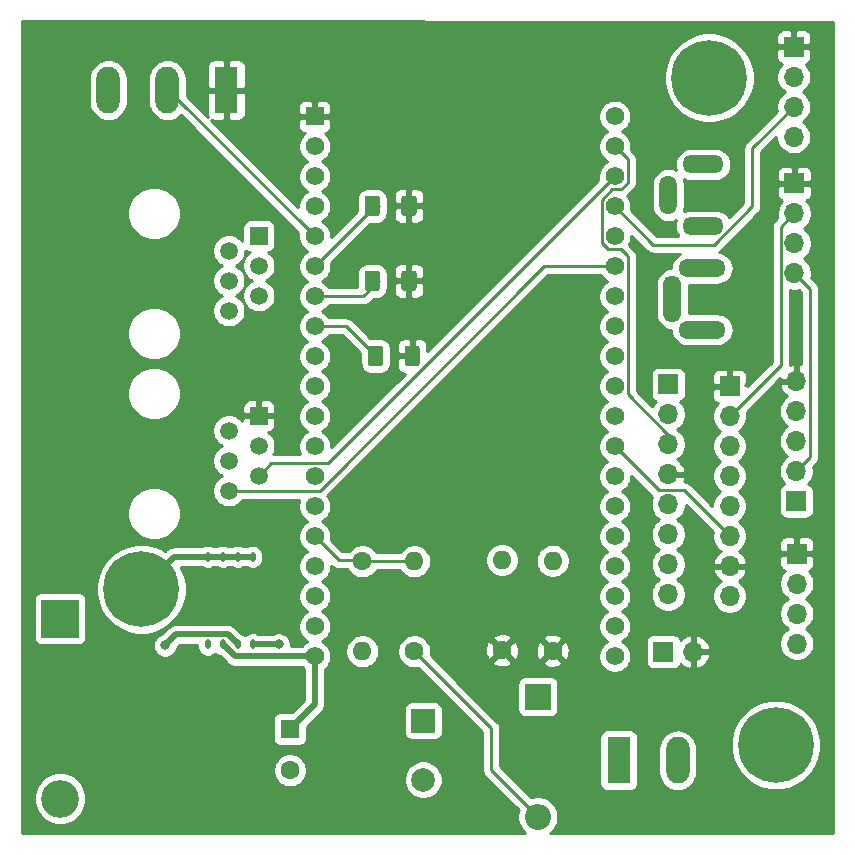
<source format=gbr>
%TF.GenerationSoftware,KiCad,Pcbnew,(5.1.12-1-10_14)*%
%TF.CreationDate,2021-12-21T21:30:39-06:00*%
%TF.ProjectId,Weather,57656174-6865-4722-9e6b-696361645f70,rev?*%
%TF.SameCoordinates,Original*%
%TF.FileFunction,Copper,L2,Bot*%
%TF.FilePolarity,Positive*%
%FSLAX46Y46*%
G04 Gerber Fmt 4.6, Leading zero omitted, Abs format (unit mm)*
G04 Created by KiCad (PCBNEW (5.1.12-1-10_14)) date 2021-12-21 21:30:39*
%MOMM*%
%LPD*%
G01*
G04 APERTURE LIST*
%TA.AperFunction,ComponentPad*%
%ADD10C,0.800000*%
%TD*%
%TA.AperFunction,ComponentPad*%
%ADD11C,6.400000*%
%TD*%
%TA.AperFunction,ComponentPad*%
%ADD12O,1.600000X1.600000*%
%TD*%
%TA.AperFunction,ComponentPad*%
%ADD13C,1.600000*%
%TD*%
%TA.AperFunction,ComponentPad*%
%ADD14R,1.560000X1.560000*%
%TD*%
%TA.AperFunction,ComponentPad*%
%ADD15C,1.560000*%
%TD*%
%TA.AperFunction,ComponentPad*%
%ADD16O,1.700000X1.700000*%
%TD*%
%TA.AperFunction,ComponentPad*%
%ADD17R,1.700000X1.700000*%
%TD*%
%TA.AperFunction,ComponentPad*%
%ADD18R,1.980000X3.960000*%
%TD*%
%TA.AperFunction,ComponentPad*%
%ADD19O,1.980000X3.960000*%
%TD*%
%TA.AperFunction,ComponentPad*%
%ADD20C,2.000000*%
%TD*%
%TA.AperFunction,ComponentPad*%
%ADD21R,2.000000X2.000000*%
%TD*%
%TA.AperFunction,ComponentPad*%
%ADD22O,2.200000X2.200000*%
%TD*%
%TA.AperFunction,ComponentPad*%
%ADD23R,2.200000X2.200000*%
%TD*%
%TA.AperFunction,SMDPad,CuDef*%
%ADD24O,0.510000X0.800000*%
%TD*%
%TA.AperFunction,ComponentPad*%
%ADD25O,1.500000X3.300000*%
%TD*%
%TA.AperFunction,ComponentPad*%
%ADD26O,3.500000X1.500000*%
%TD*%
%TA.AperFunction,ComponentPad*%
%ADD27O,1.500000X4.000000*%
%TD*%
%TA.AperFunction,ComponentPad*%
%ADD28O,4.000000X1.500000*%
%TD*%
%TA.AperFunction,ComponentPad*%
%ADD29O,3.200000X3.200000*%
%TD*%
%TA.AperFunction,ComponentPad*%
%ADD30R,3.200000X3.200000*%
%TD*%
%TA.AperFunction,ComponentPad*%
%ADD31R,1.600000X1.600000*%
%TD*%
%TA.AperFunction,ComponentPad*%
%ADD32C,1.520000*%
%TD*%
%TA.AperFunction,ComponentPad*%
%ADD33R,1.520000X1.520000*%
%TD*%
%TA.AperFunction,ViaPad*%
%ADD34C,0.800000*%
%TD*%
%TA.AperFunction,Conductor*%
%ADD35C,0.500000*%
%TD*%
%TA.AperFunction,Conductor*%
%ADD36C,0.250000*%
%TD*%
%TA.AperFunction,Conductor*%
%ADD37C,0.254000*%
%TD*%
%TA.AperFunction,Conductor*%
%ADD38C,0.100000*%
%TD*%
G04 APERTURE END LIST*
D10*
%TO.P,H3,1*%
%TO.N,GND*%
X171191256Y-125226744D03*
X169494200Y-124523800D03*
X167797144Y-125226744D03*
X167094200Y-126923800D03*
X167797144Y-128620856D03*
X169494200Y-129323800D03*
X171191256Y-128620856D03*
X171894200Y-126923800D03*
D11*
X169494200Y-126923800D03*
%TD*%
D12*
%TO.P,R15,2*%
%TO.N,SDA*%
X146304000Y-111277400D03*
D13*
%TO.P,R15,1*%
%TO.N,3.3v*%
X146304000Y-118897400D03*
%TD*%
D12*
%TO.P,R4,2*%
%TO.N,SCL*%
X150596600Y-111328200D03*
D13*
%TO.P,R4,1*%
%TO.N,3.3v*%
X150596600Y-118948200D03*
%TD*%
D14*
%TO.P,U1,1*%
%TO.N,3.3v*%
X130450001Y-73705001D03*
D15*
%TO.P,U1,2*%
%TO.N,N/C*%
X130450001Y-76245001D03*
%TO.P,U1,19*%
%TO.N,5v*%
X130450001Y-119425001D03*
%TO.P,U1,3*%
%TO.N,ADC*%
X130450001Y-78785001D03*
%TO.P,U1,4*%
%TO.N,trigger*%
X130450001Y-81325001D03*
%TO.P,U1,5*%
%TO.N,SOIL*%
X130450001Y-83865001D03*
%TO.P,U1,6*%
%TO.N,Wdir*%
X130450001Y-86405001D03*
%TO.P,U1,7*%
%TO.N,Wspd*%
X130450001Y-88945001D03*
%TO.P,U1,8*%
%TO.N,Rain*%
X130450001Y-91485001D03*
%TO.P,U1,9*%
%TO.N,PTT*%
X130450001Y-94025001D03*
%TO.P,U1,10*%
%TO.N,DAC*%
X130450001Y-96565001D03*
%TO.P,U1,11*%
%TO.N,N/C*%
X130450001Y-99105001D03*
%TO.P,U1,12*%
X130450001Y-101645001D03*
%TO.P,U1,13*%
X130450001Y-104185001D03*
%TO.P,U1,14*%
%TO.N,GND*%
X130450001Y-106725001D03*
%TO.P,U1,15*%
%TO.N,Chr*%
X130450001Y-109265001D03*
%TO.P,U1,16*%
%TO.N,N/C*%
X130450001Y-111805001D03*
%TO.P,U1,17*%
X130450001Y-114345001D03*
%TO.P,U1,18*%
X130450001Y-116885001D03*
%TO.P,U1,20*%
%TO.N,GND*%
X155850001Y-73705001D03*
%TO.P,U1,21*%
%TO.N,SPI_COPI*%
X155850001Y-76245001D03*
%TO.P,U1,22*%
%TO.N,SCL*%
X155850001Y-78785001D03*
%TO.P,U1,23*%
%TO.N,TX*%
X155850001Y-81325001D03*
%TO.P,U1,24*%
%TO.N,RX*%
X155850001Y-83865001D03*
%TO.P,U1,25*%
%TO.N,SDA*%
X155850001Y-86405001D03*
%TO.P,U1,26*%
%TO.N,GND*%
X155850001Y-88945001D03*
%TO.P,U1,27*%
%TO.N,SPI_CIPO*%
X155850001Y-91485001D03*
%TO.P,U1,28*%
%TO.N,SPI_SCK*%
X155850001Y-94025001D03*
%TO.P,U1,29*%
%TO.N,SD_CS*%
X155850001Y-96565001D03*
%TO.P,U1,30*%
%TO.N,MFP*%
X155850001Y-99105001D03*
%TO.P,U1,31*%
%TO.N,IRQ*%
X155850001Y-101645001D03*
%TO.P,U1,32*%
%TO.N,SD_safe*%
X155850001Y-104185001D03*
%TO.P,U1,33*%
%TO.N,Echo*%
X155850001Y-106725001D03*
%TO.P,U1,34*%
%TO.N,Trig*%
X155850001Y-109265001D03*
%TO.P,U1,35*%
%TO.N,N/C*%
X155850001Y-111805001D03*
%TO.P,U1,36*%
X155850001Y-114345001D03*
%TO.P,U1,37*%
X155850001Y-116885001D03*
%TO.P,U1,38*%
X155850001Y-119425001D03*
%TD*%
D16*
%TO.P,SW1,2*%
%TO.N,3.3v*%
X162509200Y-119024400D03*
D17*
%TO.P,SW1,1*%
%TO.N,SD_safe*%
X159969200Y-119024400D03*
%TD*%
D16*
%TO.P,J12,4*%
%TO.N,GND*%
X171018200Y-75438000D03*
%TO.P,J12,3*%
%TO.N,TX*%
X171018200Y-72898000D03*
%TO.P,J12,2*%
%TO.N,RX*%
X171018200Y-70358000D03*
D17*
%TO.P,J12,1*%
%TO.N,3.3v*%
X171018200Y-67818000D03*
%TD*%
D16*
%TO.P,J9,8*%
%TO.N,GND*%
X165582600Y-114325400D03*
%TO.P,J9,7*%
%TO.N,3.3v*%
X165582600Y-111785400D03*
%TO.P,J9,6*%
%TO.N,IRQ*%
X165582600Y-109245400D03*
%TO.P,J9,5*%
%TO.N,GND*%
X165582600Y-106705400D03*
%TO.P,J9,4*%
%TO.N,SDA*%
X165582600Y-104165400D03*
%TO.P,J9,3*%
%TO.N,SCL*%
X165582600Y-101625400D03*
%TO.P,J9,2*%
%TO.N,GND*%
X165582600Y-99085400D03*
D17*
%TO.P,J9,1*%
%TO.N,3.3v*%
X165582600Y-96545400D03*
%TD*%
D16*
%TO.P,J8,4*%
%TO.N,GND*%
X171272200Y-118338600D03*
%TO.P,J8,3*%
%TO.N,Echo*%
X171272200Y-115798600D03*
%TO.P,J8,2*%
%TO.N,Trig*%
X171272200Y-113258600D03*
D17*
%TO.P,J8,1*%
%TO.N,3.3v*%
X171272200Y-110718600D03*
%TD*%
D16*
%TO.P,J7,5*%
%TO.N,3.3v*%
X171221400Y-96113600D03*
%TO.P,J7,4*%
%TO.N,MFP*%
X171221400Y-98653600D03*
%TO.P,J7,3*%
%TO.N,SCL*%
X171221400Y-101193600D03*
%TO.P,J7,2*%
%TO.N,SDA*%
X171221400Y-103733600D03*
D17*
%TO.P,J7,1*%
%TO.N,GND*%
X171221400Y-106273600D03*
%TD*%
D16*
%TO.P,J6,4*%
%TO.N,SDA*%
X171069000Y-86995000D03*
%TO.P,J6,3*%
%TO.N,SCL*%
X171069000Y-84455000D03*
%TO.P,J6,2*%
%TO.N,GND*%
X171069000Y-81915000D03*
D17*
%TO.P,J6,1*%
%TO.N,3.3v*%
X171069000Y-79375000D03*
%TD*%
D16*
%TO.P,J4,8*%
%TO.N,N/C*%
X160375600Y-114173000D03*
%TO.P,J4,7*%
%TO.N,SPI_CIPO*%
X160375600Y-111633000D03*
%TO.P,J4,6*%
%TO.N,GND*%
X160375600Y-109093000D03*
%TO.P,J4,5*%
%TO.N,SPI_SCK*%
X160375600Y-106553000D03*
%TO.P,J4,4*%
%TO.N,3.3v*%
X160375600Y-104013000D03*
%TO.P,J4,3*%
%TO.N,SPI_COPI*%
X160375600Y-101473000D03*
%TO.P,J4,2*%
%TO.N,SD_CS*%
X160375600Y-98933000D03*
D17*
%TO.P,J4,1*%
%TO.N,N/C*%
X160375600Y-96393000D03*
%TD*%
D18*
%TO.P,J1,1*%
%TO.N,BAT*%
X156184600Y-128219200D03*
D19*
%TO.P,J1,2*%
%TO.N,GND*%
X161184600Y-128219200D03*
%TD*%
D20*
%TO.P,C6,2*%
%TO.N,GND*%
X139649200Y-129866400D03*
D21*
%TO.P,C6,1*%
%TO.N,Net-(C6-Pad1)*%
X139649200Y-124866400D03*
%TD*%
D10*
%TO.P,H2,1*%
%TO.N,GND*%
X165552456Y-68737144D03*
X163855400Y-68034200D03*
X162158344Y-68737144D03*
X161455400Y-70434200D03*
X162158344Y-72131256D03*
X163855400Y-72834200D03*
X165552456Y-72131256D03*
X166255400Y-70434200D03*
D11*
X163855400Y-70434200D03*
%TD*%
D10*
%TO.P,H1,1*%
%TO.N,GND*%
X114076144Y-112044144D03*
X113373200Y-113741200D03*
X114076144Y-115438256D03*
X115773200Y-116141200D03*
X117470256Y-115438256D03*
X118173200Y-113741200D03*
X117470256Y-112044144D03*
X115773200Y-111341200D03*
D11*
X115773200Y-113741200D03*
%TD*%
D22*
%TO.P,D5,2*%
%TO.N,BAT*%
X149352000Y-132994400D03*
D23*
%TO.P,D5,1*%
%TO.N,Net-(C6-Pad1)*%
X149352000Y-122834400D03*
%TD*%
D24*
%TO.P,U3,4*%
%TO.N,N/C*%
X121386600Y-118416400D03*
%TO.P,U3,3*%
%TO.N,5v*%
X122656600Y-118416400D03*
%TO.P,U3,2*%
%TO.N,Net-(D4-Pad1)*%
X123926600Y-118416400D03*
%TO.P,U3,1*%
%TO.N,Net-(C6-Pad1)*%
X125196600Y-118416400D03*
%TO.P,U3,5*%
%TO.N,GND*%
X121386600Y-110996400D03*
%TO.P,U3,6*%
X122656600Y-110996400D03*
%TO.P,U3,7*%
X123926600Y-110996400D03*
%TO.P,U3,8*%
X125196600Y-110996400D03*
%TD*%
D25*
%TO.P,J11,S*%
%TO.N,GND*%
X160397400Y-80374800D03*
D26*
%TO.P,J11,T*%
%TO.N,B_spkr*%
X163347400Y-77774800D03*
%TO.P,J11,R*%
%TO.N,N/C*%
X163347400Y-82974800D03*
%TD*%
D27*
%TO.P,J5,S*%
%TO.N,PTT*%
X160721200Y-89163200D03*
D28*
%TO.P,J5,T*%
%TO.N,N/C*%
X163271200Y-86563200D03*
%TO.P,J5,R*%
%TO.N,b_mic*%
X163271200Y-91763200D03*
%TD*%
D29*
%TO.P,D4,2*%
%TO.N,GND*%
X108889800Y-131470400D03*
D30*
%TO.P,D4,1*%
%TO.N,Net-(D4-Pad1)*%
X108889800Y-116230400D03*
%TD*%
D13*
%TO.P,C5,2*%
%TO.N,GND*%
X128346200Y-129077600D03*
D31*
%TO.P,C5,1*%
%TO.N,5v*%
X128346200Y-125577600D03*
%TD*%
D32*
%TO.P,J2,6*%
%TO.N,N/C*%
X123190000Y-90170000D03*
%TO.P,J2,5*%
%TO.N,GND*%
X125730000Y-88900000D03*
%TO.P,J2,4*%
X123190000Y-87630000D03*
%TO.P,J2,3*%
%TO.N,Wspd*%
X125730000Y-86360000D03*
%TO.P,J2,2*%
%TO.N,Wdir*%
X123190000Y-85090000D03*
D33*
%TO.P,J2,1*%
%TO.N,N/C*%
X125730000Y-83820000D03*
%TD*%
%TO.P,J3,1*%
%TO.N,3.3v*%
X125730000Y-99060000D03*
D32*
%TO.P,J3,2*%
%TO.N,GND*%
X123190000Y-100330000D03*
%TO.P,J3,3*%
%TO.N,Rain*%
X125730000Y-101600000D03*
%TO.P,J3,4*%
%TO.N,GND*%
X123190000Y-102870000D03*
%TO.P,J3,5*%
%TO.N,SCL*%
X125730000Y-104140000D03*
%TO.P,J3,6*%
%TO.N,SDA*%
X123190000Y-105410000D03*
%TD*%
D18*
%TO.P,J10,1*%
%TO.N,3.3v*%
X122979200Y-71475600D03*
D19*
%TO.P,J10,2*%
%TO.N,SOIL*%
X117979200Y-71475600D03*
%TO.P,J10,3*%
%TO.N,GND*%
X112979200Y-71475600D03*
%TD*%
D12*
%TO.P,R6,2*%
%TO.N,Chr*%
X138887200Y-111379000D03*
D13*
%TO.P,R6,1*%
%TO.N,BAT*%
X138887200Y-118999000D03*
%TD*%
%TO.P,R7,1*%
%TO.N,Chr*%
X134493000Y-111379000D03*
D12*
%TO.P,R7,2*%
%TO.N,GND*%
X134493000Y-118999000D03*
%TD*%
%TO.P,R12,1*%
%TO.N,3.3v*%
%TA.AperFunction,SMDPad,CuDef*%
G36*
G01*
X139360000Y-93354999D02*
X139360000Y-94605001D01*
G75*
G02*
X139110001Y-94855000I-249999J0D01*
G01*
X138309999Y-94855000D01*
G75*
G02*
X138060000Y-94605001I0J249999D01*
G01*
X138060000Y-93354999D01*
G75*
G02*
X138309999Y-93105000I249999J0D01*
G01*
X139110001Y-93105000D01*
G75*
G02*
X139360000Y-93354999I0J-249999D01*
G01*
G37*
%TD.AperFunction*%
%TO.P,R12,2*%
%TO.N,Rain*%
%TA.AperFunction,SMDPad,CuDef*%
G36*
G01*
X136260000Y-93354999D02*
X136260000Y-94605001D01*
G75*
G02*
X136010001Y-94855000I-249999J0D01*
G01*
X135209999Y-94855000D01*
G75*
G02*
X134960000Y-94605001I0J249999D01*
G01*
X134960000Y-93354999D01*
G75*
G02*
X135209999Y-93105000I249999J0D01*
G01*
X136010001Y-93105000D01*
G75*
G02*
X136260000Y-93354999I0J-249999D01*
G01*
G37*
%TD.AperFunction*%
%TD*%
%TO.P,R13,1*%
%TO.N,3.3v*%
%TA.AperFunction,SMDPad,CuDef*%
G36*
G01*
X139080000Y-87004999D02*
X139080000Y-88255001D01*
G75*
G02*
X138830001Y-88505000I-249999J0D01*
G01*
X138029999Y-88505000D01*
G75*
G02*
X137780000Y-88255001I0J249999D01*
G01*
X137780000Y-87004999D01*
G75*
G02*
X138029999Y-86755000I249999J0D01*
G01*
X138830001Y-86755000D01*
G75*
G02*
X139080000Y-87004999I0J-249999D01*
G01*
G37*
%TD.AperFunction*%
%TO.P,R13,2*%
%TO.N,Wspd*%
%TA.AperFunction,SMDPad,CuDef*%
G36*
G01*
X135980000Y-87004999D02*
X135980000Y-88255001D01*
G75*
G02*
X135730001Y-88505000I-249999J0D01*
G01*
X134929999Y-88505000D01*
G75*
G02*
X134680000Y-88255001I0J249999D01*
G01*
X134680000Y-87004999D01*
G75*
G02*
X134929999Y-86755000I249999J0D01*
G01*
X135730001Y-86755000D01*
G75*
G02*
X135980000Y-87004999I0J-249999D01*
G01*
G37*
%TD.AperFunction*%
%TD*%
%TO.P,R14,1*%
%TO.N,3.3v*%
%TA.AperFunction,SMDPad,CuDef*%
G36*
G01*
X139080000Y-80654999D02*
X139080000Y-81905001D01*
G75*
G02*
X138830001Y-82155000I-249999J0D01*
G01*
X138029999Y-82155000D01*
G75*
G02*
X137780000Y-81905001I0J249999D01*
G01*
X137780000Y-80654999D01*
G75*
G02*
X138029999Y-80405000I249999J0D01*
G01*
X138830001Y-80405000D01*
G75*
G02*
X139080000Y-80654999I0J-249999D01*
G01*
G37*
%TD.AperFunction*%
%TO.P,R14,2*%
%TO.N,Wdir*%
%TA.AperFunction,SMDPad,CuDef*%
G36*
G01*
X135980000Y-80654999D02*
X135980000Y-81905001D01*
G75*
G02*
X135730001Y-82155000I-249999J0D01*
G01*
X134929999Y-82155000D01*
G75*
G02*
X134680000Y-81905001I0J249999D01*
G01*
X134680000Y-80654999D01*
G75*
G02*
X134929999Y-80405000I249999J0D01*
G01*
X135730001Y-80405000D01*
G75*
G02*
X135980000Y-80654999I0J-249999D01*
G01*
G37*
%TD.AperFunction*%
%TD*%
D34*
%TO.N,3.3v*%
X139877800Y-91059000D03*
X137185400Y-84353400D03*
%TO.N,Net-(D4-Pad1)*%
X117779800Y-118491000D03*
%TO.N,Net-(C6-Pad1)*%
X127406400Y-118414800D03*
%TD*%
D35*
%TO.N,GND*%
X115773200Y-113741200D02*
X118641800Y-113741200D01*
X108991400Y-131572000D02*
X108889800Y-131470400D01*
X139649200Y-129866400D02*
X139801600Y-130018800D01*
X118518000Y-110996400D02*
X115773200Y-113741200D01*
X121386600Y-110996400D02*
X118518000Y-110996400D01*
X121386600Y-110996400D02*
X122656600Y-110996400D01*
X122656600Y-110996400D02*
X123926600Y-110996400D01*
X123926600Y-110996400D02*
X125196600Y-110996400D01*
D36*
X169893999Y-94774001D02*
X165582600Y-99085400D01*
X169893999Y-83090001D02*
X169893999Y-94774001D01*
X171069000Y-81915000D02*
X169893999Y-83090001D01*
%TO.N,Rain*%
X133115001Y-91485001D02*
X135610000Y-93980000D01*
X130450001Y-91485001D02*
X133115001Y-91485001D01*
%TO.N,Wspd*%
X134574999Y-88945001D02*
X135890000Y-87630000D01*
X130450001Y-88945001D02*
X134574999Y-88945001D01*
%TO.N,Wdir*%
X135575002Y-81280000D02*
X135890000Y-81280000D01*
X130450001Y-86405001D02*
X135575002Y-81280000D01*
%TO.N,BAT*%
X149352000Y-132994400D02*
X145415000Y-129057400D01*
X145415000Y-125526800D02*
X138887200Y-118999000D01*
X145415000Y-129057400D02*
X145415000Y-125526800D01*
%TO.N,SPI_COPI*%
X160375600Y-100672002D02*
X156955002Y-97251404D01*
X160375600Y-101473000D02*
X160375600Y-100672002D01*
X156955002Y-79315402D02*
X156955002Y-77350002D01*
X156955002Y-77350002D02*
X155850001Y-76245001D01*
X156380402Y-79890002D02*
X156955002Y-79315402D01*
X155649598Y-79890002D02*
X156380402Y-79890002D01*
X154745000Y-80794600D02*
X155649598Y-79890002D01*
X155319600Y-84970002D02*
X154745000Y-84395402D01*
X154745000Y-84395402D02*
X154745000Y-80794600D01*
X156380402Y-84970002D02*
X155319600Y-84970002D01*
X156955002Y-85544602D02*
X156380402Y-84970002D01*
X156955002Y-97251404D02*
X156955002Y-85544602D01*
%TO.N,SDA*%
X155878999Y-86405001D02*
X155850001Y-86405001D01*
%TO.N,SCL*%
X131555002Y-103080000D02*
X126790000Y-103080000D01*
X126790000Y-103080000D02*
X125730000Y-104140000D01*
X155850001Y-78785001D02*
X131555002Y-103080000D01*
%TO.N,SDA*%
X149865403Y-86405001D02*
X155850001Y-86405001D01*
X130860404Y-105410000D02*
X149865403Y-86405001D01*
X123190000Y-105410000D02*
X130860404Y-105410000D01*
X172396401Y-102558599D02*
X171221400Y-103733600D01*
X172396401Y-88322401D02*
X172396401Y-102558599D01*
X171069000Y-86995000D02*
X172396401Y-88322401D01*
%TO.N,IRQ*%
X159582999Y-105377999D02*
X155850001Y-101645001D01*
X161715199Y-105377999D02*
X159582999Y-105377999D01*
X165582600Y-109245400D02*
X161715199Y-105377999D01*
%TO.N,SOIL*%
X118060600Y-71475600D02*
X117979200Y-71475600D01*
X130450001Y-83865001D02*
X118060600Y-71475600D01*
%TO.N,Chr*%
X130450001Y-109265001D02*
X132487800Y-111302800D01*
X134416800Y-111302800D02*
X134493000Y-111379000D01*
X132487800Y-111302800D02*
X134416800Y-111302800D01*
X134493000Y-111379000D02*
X138887200Y-111379000D01*
%TO.N,SD_safe*%
X156021411Y-104185001D02*
X155850001Y-104185001D01*
X155805000Y-104140000D02*
X155850001Y-104185001D01*
X155412402Y-104622600D02*
X155850001Y-104185001D01*
D35*
%TO.N,5v*%
X123665201Y-119425001D02*
X130450001Y-119425001D01*
X122656600Y-118416400D02*
X123665201Y-119425001D01*
X130450001Y-123473799D02*
X128346200Y-125577600D01*
X130450001Y-119425001D02*
X130450001Y-123473799D01*
%TO.N,Net-(D4-Pad1)*%
X110225790Y-117566390D02*
X108889800Y-116230400D01*
X118704410Y-117566390D02*
X117779800Y-118491000D01*
X123076590Y-117566390D02*
X118704410Y-117566390D01*
X123926600Y-118416400D02*
X123076590Y-117566390D01*
%TO.N,Net-(C6-Pad1)*%
X127404800Y-118416400D02*
X127406400Y-118414800D01*
X125196600Y-118416400D02*
X127404800Y-118416400D01*
D36*
%TO.N,TX*%
X159081600Y-84556600D02*
X155850001Y-81325001D01*
X164285893Y-84556600D02*
X159081600Y-84556600D01*
X171018200Y-72898000D02*
X167513000Y-76403200D01*
X167513000Y-81329493D02*
X164285893Y-84556600D01*
X167513000Y-76403200D02*
X167513000Y-81329493D01*
%TD*%
D37*
%TO.N,3.3v*%
X174340001Y-65708934D02*
X174340000Y-134388935D01*
X150413120Y-134372049D01*
X150457998Y-134342063D01*
X150699663Y-134100398D01*
X150889537Y-133816231D01*
X151020325Y-133500481D01*
X151087000Y-133165283D01*
X151087000Y-132823517D01*
X151020325Y-132488319D01*
X150889537Y-132172569D01*
X150699663Y-131888402D01*
X150457998Y-131646737D01*
X150173831Y-131456863D01*
X149858081Y-131326075D01*
X149522883Y-131259400D01*
X149181117Y-131259400D01*
X148845919Y-131326075D01*
X148784088Y-131351686D01*
X146175000Y-128742599D01*
X146175000Y-126239200D01*
X154556528Y-126239200D01*
X154556528Y-130199200D01*
X154568788Y-130323682D01*
X154605098Y-130443380D01*
X154664063Y-130553694D01*
X154743415Y-130650385D01*
X154840106Y-130729737D01*
X154950420Y-130788702D01*
X155070118Y-130825012D01*
X155194600Y-130837272D01*
X157174600Y-130837272D01*
X157299082Y-130825012D01*
X157418780Y-130788702D01*
X157529094Y-130729737D01*
X157625785Y-130650385D01*
X157705137Y-130553694D01*
X157764102Y-130443380D01*
X157800412Y-130323682D01*
X157812672Y-130199200D01*
X157812672Y-127149377D01*
X159559600Y-127149377D01*
X159559601Y-129289024D01*
X159583114Y-129527756D01*
X159676033Y-129834069D01*
X159826926Y-130116370D01*
X160029993Y-130363808D01*
X160277431Y-130566875D01*
X160559732Y-130717768D01*
X160866045Y-130810687D01*
X161184600Y-130842062D01*
X161503156Y-130810687D01*
X161809469Y-130717768D01*
X162091770Y-130566875D01*
X162339208Y-130363808D01*
X162542275Y-130116370D01*
X162693168Y-129834069D01*
X162786087Y-129527756D01*
X162809600Y-129289024D01*
X162809600Y-127149376D01*
X162786087Y-126910644D01*
X162693168Y-126604331D01*
X162662035Y-126546085D01*
X165659200Y-126546085D01*
X165659200Y-127301515D01*
X165806577Y-128042428D01*
X166095667Y-128740354D01*
X166515361Y-129368470D01*
X167049530Y-129902639D01*
X167677646Y-130322333D01*
X168375572Y-130611423D01*
X169116485Y-130758800D01*
X169871915Y-130758800D01*
X170612828Y-130611423D01*
X171310754Y-130322333D01*
X171938870Y-129902639D01*
X172473039Y-129368470D01*
X172892733Y-128740354D01*
X173181823Y-128042428D01*
X173329200Y-127301515D01*
X173329200Y-126546085D01*
X173181823Y-125805172D01*
X172892733Y-125107246D01*
X172473039Y-124479130D01*
X171938870Y-123944961D01*
X171310754Y-123525267D01*
X170612828Y-123236177D01*
X169871915Y-123088800D01*
X169116485Y-123088800D01*
X168375572Y-123236177D01*
X167677646Y-123525267D01*
X167049530Y-123944961D01*
X166515361Y-124479130D01*
X166095667Y-125107246D01*
X165806577Y-125805172D01*
X165659200Y-126546085D01*
X162662035Y-126546085D01*
X162542275Y-126322030D01*
X162339208Y-126074592D01*
X162091769Y-125871525D01*
X161809468Y-125720632D01*
X161503155Y-125627713D01*
X161184600Y-125596338D01*
X160866044Y-125627713D01*
X160559731Y-125720632D01*
X160277430Y-125871525D01*
X160029992Y-126074592D01*
X159826925Y-126322031D01*
X159676032Y-126604332D01*
X159583113Y-126910645D01*
X159559600Y-127149377D01*
X157812672Y-127149377D01*
X157812672Y-126239200D01*
X157800412Y-126114718D01*
X157764102Y-125995020D01*
X157705137Y-125884706D01*
X157625785Y-125788015D01*
X157529094Y-125708663D01*
X157418780Y-125649698D01*
X157299082Y-125613388D01*
X157174600Y-125601128D01*
X155194600Y-125601128D01*
X155070118Y-125613388D01*
X154950420Y-125649698D01*
X154840106Y-125708663D01*
X154743415Y-125788015D01*
X154664063Y-125884706D01*
X154605098Y-125995020D01*
X154568788Y-126114718D01*
X154556528Y-126239200D01*
X146175000Y-126239200D01*
X146175000Y-125564122D01*
X146178676Y-125526799D01*
X146175000Y-125489476D01*
X146175000Y-125489467D01*
X146164003Y-125377814D01*
X146120546Y-125234553D01*
X146049974Y-125102524D01*
X145955001Y-124986799D01*
X145926003Y-124963001D01*
X142697402Y-121734400D01*
X147613928Y-121734400D01*
X147613928Y-123934400D01*
X147626188Y-124058882D01*
X147662498Y-124178580D01*
X147721463Y-124288894D01*
X147800815Y-124385585D01*
X147897506Y-124464937D01*
X148007820Y-124523902D01*
X148127518Y-124560212D01*
X148252000Y-124572472D01*
X150452000Y-124572472D01*
X150576482Y-124560212D01*
X150696180Y-124523902D01*
X150806494Y-124464937D01*
X150903185Y-124385585D01*
X150982537Y-124288894D01*
X151041502Y-124178580D01*
X151077812Y-124058882D01*
X151090072Y-123934400D01*
X151090072Y-121734400D01*
X151077812Y-121609918D01*
X151041502Y-121490220D01*
X150982537Y-121379906D01*
X150903185Y-121283215D01*
X150806494Y-121203863D01*
X150696180Y-121144898D01*
X150576482Y-121108588D01*
X150452000Y-121096328D01*
X148252000Y-121096328D01*
X148127518Y-121108588D01*
X148007820Y-121144898D01*
X147897506Y-121203863D01*
X147800815Y-121283215D01*
X147721463Y-121379906D01*
X147662498Y-121490220D01*
X147626188Y-121609918D01*
X147613928Y-121734400D01*
X142697402Y-121734400D01*
X140853104Y-119890102D01*
X145490903Y-119890102D01*
X145562486Y-120134071D01*
X145817996Y-120254971D01*
X146092184Y-120323700D01*
X146374512Y-120337617D01*
X146654130Y-120296187D01*
X146920292Y-120201003D01*
X147045514Y-120134071D01*
X147102191Y-119940902D01*
X149783503Y-119940902D01*
X149855086Y-120184871D01*
X150110596Y-120305771D01*
X150384784Y-120374500D01*
X150667112Y-120388417D01*
X150946730Y-120346987D01*
X151212892Y-120251803D01*
X151338114Y-120184871D01*
X151409697Y-119940902D01*
X150596600Y-119127805D01*
X149783503Y-119940902D01*
X147102191Y-119940902D01*
X147117097Y-119890102D01*
X146304000Y-119077005D01*
X145490903Y-119890102D01*
X140853104Y-119890102D01*
X140285888Y-119322887D01*
X140322200Y-119140335D01*
X140322200Y-118967912D01*
X144863783Y-118967912D01*
X144905213Y-119247530D01*
X145000397Y-119513692D01*
X145067329Y-119638914D01*
X145311298Y-119710497D01*
X146124395Y-118897400D01*
X146483605Y-118897400D01*
X147296702Y-119710497D01*
X147540671Y-119638914D01*
X147661571Y-119383404D01*
X147730300Y-119109216D01*
X147734761Y-119018712D01*
X149156383Y-119018712D01*
X149197813Y-119298330D01*
X149292997Y-119564492D01*
X149359929Y-119689714D01*
X149603898Y-119761297D01*
X150416995Y-118948200D01*
X150776205Y-118948200D01*
X151589302Y-119761297D01*
X151833271Y-119689714D01*
X151954171Y-119434204D01*
X152022900Y-119160016D01*
X152036817Y-118877688D01*
X151995387Y-118598070D01*
X151900203Y-118331908D01*
X151833271Y-118206686D01*
X151589302Y-118135103D01*
X150776205Y-118948200D01*
X150416995Y-118948200D01*
X149603898Y-118135103D01*
X149359929Y-118206686D01*
X149239029Y-118462196D01*
X149170300Y-118736384D01*
X149156383Y-119018712D01*
X147734761Y-119018712D01*
X147744217Y-118826888D01*
X147702787Y-118547270D01*
X147607603Y-118281108D01*
X147540671Y-118155886D01*
X147296702Y-118084303D01*
X146483605Y-118897400D01*
X146124395Y-118897400D01*
X145311298Y-118084303D01*
X145067329Y-118155886D01*
X144946429Y-118411396D01*
X144877700Y-118685584D01*
X144863783Y-118967912D01*
X140322200Y-118967912D01*
X140322200Y-118857665D01*
X140267053Y-118580426D01*
X140158880Y-118319273D01*
X140001837Y-118084241D01*
X139822294Y-117904698D01*
X145490903Y-117904698D01*
X146304000Y-118717795D01*
X147066297Y-117955498D01*
X149783503Y-117955498D01*
X150596600Y-118768595D01*
X151409697Y-117955498D01*
X151338114Y-117711529D01*
X151082604Y-117590629D01*
X150808416Y-117521900D01*
X150526088Y-117507983D01*
X150246470Y-117549413D01*
X149980308Y-117644597D01*
X149855086Y-117711529D01*
X149783503Y-117955498D01*
X147066297Y-117955498D01*
X147117097Y-117904698D01*
X147045514Y-117660729D01*
X146790004Y-117539829D01*
X146515816Y-117471100D01*
X146233488Y-117457183D01*
X145953870Y-117498613D01*
X145687708Y-117593797D01*
X145562486Y-117660729D01*
X145490903Y-117904698D01*
X139822294Y-117904698D01*
X139801959Y-117884363D01*
X139566927Y-117727320D01*
X139305774Y-117619147D01*
X139028535Y-117564000D01*
X138745865Y-117564000D01*
X138468626Y-117619147D01*
X138207473Y-117727320D01*
X137972441Y-117884363D01*
X137772563Y-118084241D01*
X137615520Y-118319273D01*
X137507347Y-118580426D01*
X137452200Y-118857665D01*
X137452200Y-119140335D01*
X137507347Y-119417574D01*
X137615520Y-119678727D01*
X137772563Y-119913759D01*
X137972441Y-120113637D01*
X138207473Y-120270680D01*
X138468626Y-120378853D01*
X138745865Y-120434000D01*
X139028535Y-120434000D01*
X139211087Y-120397688D01*
X144655001Y-125841603D01*
X144655000Y-129020077D01*
X144651324Y-129057400D01*
X144655000Y-129094722D01*
X144655000Y-129094732D01*
X144665997Y-129206385D01*
X144709454Y-129349646D01*
X144780026Y-129481676D01*
X144815369Y-129524741D01*
X144874999Y-129597401D01*
X144904003Y-129621204D01*
X147709286Y-132426488D01*
X147683675Y-132488319D01*
X147617000Y-132823517D01*
X147617000Y-133165283D01*
X147683675Y-133500481D01*
X147814463Y-133816231D01*
X148004337Y-134100398D01*
X148246002Y-134342063D01*
X148288636Y-134370550D01*
X105660000Y-134340466D01*
X105660000Y-131250272D01*
X106654800Y-131250272D01*
X106654800Y-131690528D01*
X106740690Y-132122325D01*
X106909169Y-132529069D01*
X107153762Y-132895129D01*
X107465071Y-133206438D01*
X107831131Y-133451031D01*
X108237875Y-133619510D01*
X108669672Y-133705400D01*
X109109928Y-133705400D01*
X109541725Y-133619510D01*
X109948469Y-133451031D01*
X110314529Y-133206438D01*
X110625838Y-132895129D01*
X110870431Y-132529069D01*
X111038910Y-132122325D01*
X111124800Y-131690528D01*
X111124800Y-131250272D01*
X111038910Y-130818475D01*
X110870431Y-130411731D01*
X110625838Y-130045671D01*
X110314529Y-129734362D01*
X109948469Y-129489769D01*
X109541725Y-129321290D01*
X109109928Y-129235400D01*
X108669672Y-129235400D01*
X108237875Y-129321290D01*
X107831131Y-129489769D01*
X107465071Y-129734362D01*
X107153762Y-130045671D01*
X106909169Y-130411731D01*
X106740690Y-130818475D01*
X106654800Y-131250272D01*
X105660000Y-131250272D01*
X105660000Y-128936265D01*
X126911200Y-128936265D01*
X126911200Y-129218935D01*
X126966347Y-129496174D01*
X127074520Y-129757327D01*
X127231563Y-129992359D01*
X127431441Y-130192237D01*
X127666473Y-130349280D01*
X127927626Y-130457453D01*
X128204865Y-130512600D01*
X128487535Y-130512600D01*
X128764774Y-130457453D01*
X129025927Y-130349280D01*
X129260959Y-130192237D01*
X129460837Y-129992359D01*
X129617880Y-129757327D01*
X129639402Y-129705367D01*
X138014200Y-129705367D01*
X138014200Y-130027433D01*
X138077032Y-130343312D01*
X138200282Y-130640863D01*
X138379213Y-130908652D01*
X138606948Y-131136387D01*
X138874737Y-131315318D01*
X139172288Y-131438568D01*
X139488167Y-131501400D01*
X139810233Y-131501400D01*
X140126112Y-131438568D01*
X140423663Y-131315318D01*
X140691452Y-131136387D01*
X140919187Y-130908652D01*
X141098118Y-130640863D01*
X141221368Y-130343312D01*
X141284200Y-130027433D01*
X141284200Y-129705367D01*
X141221368Y-129389488D01*
X141098118Y-129091937D01*
X140919187Y-128824148D01*
X140691452Y-128596413D01*
X140423663Y-128417482D01*
X140126112Y-128294232D01*
X139810233Y-128231400D01*
X139488167Y-128231400D01*
X139172288Y-128294232D01*
X138874737Y-128417482D01*
X138606948Y-128596413D01*
X138379213Y-128824148D01*
X138200282Y-129091937D01*
X138077032Y-129389488D01*
X138014200Y-129705367D01*
X129639402Y-129705367D01*
X129726053Y-129496174D01*
X129781200Y-129218935D01*
X129781200Y-128936265D01*
X129726053Y-128659026D01*
X129617880Y-128397873D01*
X129460837Y-128162841D01*
X129260959Y-127962963D01*
X129025927Y-127805920D01*
X128764774Y-127697747D01*
X128487535Y-127642600D01*
X128204865Y-127642600D01*
X127927626Y-127697747D01*
X127666473Y-127805920D01*
X127431441Y-127962963D01*
X127231563Y-128162841D01*
X127074520Y-128397873D01*
X126966347Y-128659026D01*
X126911200Y-128936265D01*
X105660000Y-128936265D01*
X105660000Y-114630400D01*
X106651728Y-114630400D01*
X106651728Y-117830400D01*
X106663988Y-117954882D01*
X106700298Y-118074580D01*
X106759263Y-118184894D01*
X106838615Y-118281585D01*
X106935306Y-118360937D01*
X107045620Y-118419902D01*
X107165318Y-118456212D01*
X107289800Y-118468472D01*
X110489800Y-118468472D01*
X110614282Y-118456212D01*
X110733980Y-118419902D01*
X110844294Y-118360937D01*
X110940985Y-118281585D01*
X111020337Y-118184894D01*
X111079302Y-118074580D01*
X111115612Y-117954882D01*
X111127872Y-117830400D01*
X111127872Y-114630400D01*
X111115612Y-114505918D01*
X111079302Y-114386220D01*
X111020337Y-114275906D01*
X110940985Y-114179215D01*
X110844294Y-114099863D01*
X110733980Y-114040898D01*
X110614282Y-114004588D01*
X110489800Y-113992328D01*
X107289800Y-113992328D01*
X107165318Y-114004588D01*
X107045620Y-114040898D01*
X106935306Y-114099863D01*
X106838615Y-114179215D01*
X106759263Y-114275906D01*
X106700298Y-114386220D01*
X106663988Y-114505918D01*
X106651728Y-114630400D01*
X105660000Y-114630400D01*
X105660000Y-113363485D01*
X111938200Y-113363485D01*
X111938200Y-114118915D01*
X112085577Y-114859828D01*
X112374667Y-115557754D01*
X112794361Y-116185870D01*
X113328530Y-116720039D01*
X113956646Y-117139733D01*
X114654572Y-117428823D01*
X115395485Y-117576200D01*
X116150915Y-117576200D01*
X116891828Y-117428823D01*
X117589754Y-117139733D01*
X118217870Y-116720039D01*
X118752039Y-116185870D01*
X119171733Y-115557754D01*
X119460823Y-114859828D01*
X119608200Y-114118915D01*
X119608200Y-113363485D01*
X119460823Y-112622572D01*
X119171733Y-111924646D01*
X119142837Y-111881400D01*
X120885378Y-111881400D01*
X120889750Y-111884988D01*
X121044364Y-111967631D01*
X121212130Y-112018522D01*
X121386600Y-112035706D01*
X121561069Y-112018522D01*
X121728835Y-111967631D01*
X121883449Y-111884988D01*
X121887821Y-111881400D01*
X122155378Y-111881400D01*
X122159750Y-111884988D01*
X122314364Y-111967631D01*
X122482130Y-112018522D01*
X122656600Y-112035706D01*
X122831069Y-112018522D01*
X122998835Y-111967631D01*
X123153449Y-111884988D01*
X123157821Y-111881400D01*
X123425378Y-111881400D01*
X123429750Y-111884988D01*
X123584364Y-111967631D01*
X123752130Y-112018522D01*
X123926600Y-112035706D01*
X124101069Y-112018522D01*
X124268835Y-111967631D01*
X124423449Y-111884988D01*
X124427821Y-111881400D01*
X124695378Y-111881400D01*
X124699750Y-111884988D01*
X124854364Y-111967631D01*
X125022130Y-112018522D01*
X125196600Y-112035706D01*
X125371069Y-112018522D01*
X125538835Y-111967631D01*
X125693449Y-111884988D01*
X125828970Y-111773770D01*
X125940188Y-111638250D01*
X126022831Y-111483636D01*
X126073722Y-111315870D01*
X126086600Y-111185119D01*
X126086600Y-110807682D01*
X126073722Y-110676931D01*
X126022831Y-110509164D01*
X125940188Y-110354550D01*
X125828970Y-110219030D01*
X125693450Y-110107812D01*
X125538836Y-110025169D01*
X125371070Y-109974278D01*
X125196600Y-109957094D01*
X125022131Y-109974278D01*
X124854365Y-110025169D01*
X124699751Y-110107812D01*
X124695379Y-110111400D01*
X124427822Y-110111400D01*
X124423450Y-110107812D01*
X124268836Y-110025169D01*
X124101070Y-109974278D01*
X123926600Y-109957094D01*
X123752131Y-109974278D01*
X123584365Y-110025169D01*
X123429751Y-110107812D01*
X123425379Y-110111400D01*
X123157822Y-110111400D01*
X123153450Y-110107812D01*
X122998836Y-110025169D01*
X122831070Y-109974278D01*
X122656600Y-109957094D01*
X122482131Y-109974278D01*
X122314365Y-110025169D01*
X122159751Y-110107812D01*
X122155379Y-110111400D01*
X121887822Y-110111400D01*
X121883450Y-110107812D01*
X121728836Y-110025169D01*
X121561070Y-109974278D01*
X121386600Y-109957094D01*
X121212131Y-109974278D01*
X121044365Y-110025169D01*
X120889751Y-110107812D01*
X120885379Y-110111400D01*
X118561465Y-110111400D01*
X118517999Y-110107119D01*
X118474533Y-110111400D01*
X118474523Y-110111400D01*
X118344510Y-110124205D01*
X118177687Y-110174811D01*
X118023941Y-110256989D01*
X118023939Y-110256990D01*
X118023940Y-110256990D01*
X117922953Y-110339868D01*
X117922951Y-110339870D01*
X117889183Y-110367583D01*
X117861470Y-110401351D01*
X117787814Y-110475007D01*
X117589754Y-110342667D01*
X116891828Y-110053577D01*
X116150915Y-109906200D01*
X115395485Y-109906200D01*
X114654572Y-110053577D01*
X113956646Y-110342667D01*
X113328530Y-110762361D01*
X112794361Y-111296530D01*
X112374667Y-111924646D01*
X112085577Y-112622572D01*
X111938200Y-113363485D01*
X105660000Y-113363485D01*
X105660000Y-107087409D01*
X114580000Y-107087409D01*
X114580000Y-107532591D01*
X114666851Y-107969218D01*
X114837214Y-108380511D01*
X115084544Y-108750666D01*
X115399334Y-109065456D01*
X115769489Y-109312786D01*
X116180782Y-109483149D01*
X116617409Y-109570000D01*
X117062591Y-109570000D01*
X117499218Y-109483149D01*
X117910511Y-109312786D01*
X118280666Y-109065456D01*
X118595456Y-108750666D01*
X118842786Y-108380511D01*
X119013149Y-107969218D01*
X119100000Y-107532591D01*
X119100000Y-107087409D01*
X119013149Y-106650782D01*
X118842786Y-106239489D01*
X118595456Y-105869334D01*
X118280666Y-105554544D01*
X117910511Y-105307214D01*
X117499218Y-105136851D01*
X117062591Y-105050000D01*
X116617409Y-105050000D01*
X116180782Y-105136851D01*
X115769489Y-105307214D01*
X115399334Y-105554544D01*
X115084544Y-105869334D01*
X114837214Y-106239489D01*
X114666851Y-106650782D01*
X114580000Y-107087409D01*
X105660000Y-107087409D01*
X105660000Y-96927409D01*
X114580000Y-96927409D01*
X114580000Y-97372591D01*
X114666851Y-97809218D01*
X114837214Y-98220511D01*
X115084544Y-98590666D01*
X115399334Y-98905456D01*
X115769489Y-99152786D01*
X116180782Y-99323149D01*
X116617409Y-99410000D01*
X117062591Y-99410000D01*
X117499218Y-99323149D01*
X117910511Y-99152786D01*
X118280666Y-98905456D01*
X118595456Y-98590666D01*
X118789673Y-98300000D01*
X124331928Y-98300000D01*
X124335000Y-98774250D01*
X124493750Y-98933000D01*
X125603000Y-98933000D01*
X125603000Y-97823750D01*
X125857000Y-97823750D01*
X125857000Y-98933000D01*
X126966250Y-98933000D01*
X127125000Y-98774250D01*
X127128072Y-98300000D01*
X127115812Y-98175518D01*
X127079502Y-98055820D01*
X127020537Y-97945506D01*
X126941185Y-97848815D01*
X126844494Y-97769463D01*
X126734180Y-97710498D01*
X126614482Y-97674188D01*
X126490000Y-97661928D01*
X126015750Y-97665000D01*
X125857000Y-97823750D01*
X125603000Y-97823750D01*
X125444250Y-97665000D01*
X124970000Y-97661928D01*
X124845518Y-97674188D01*
X124725820Y-97710498D01*
X124615506Y-97769463D01*
X124518815Y-97848815D01*
X124439463Y-97945506D01*
X124380498Y-98055820D01*
X124344188Y-98175518D01*
X124331928Y-98300000D01*
X118789673Y-98300000D01*
X118842786Y-98220511D01*
X119013149Y-97809218D01*
X119100000Y-97372591D01*
X119100000Y-96927409D01*
X119013149Y-96490782D01*
X118842786Y-96079489D01*
X118595456Y-95709334D01*
X118280666Y-95394544D01*
X117910511Y-95147214D01*
X117499218Y-94976851D01*
X117062591Y-94890000D01*
X116617409Y-94890000D01*
X116180782Y-94976851D01*
X115769489Y-95147214D01*
X115399334Y-95394544D01*
X115084544Y-95709334D01*
X114837214Y-96079489D01*
X114666851Y-96490782D01*
X114580000Y-96927409D01*
X105660000Y-96927409D01*
X105660000Y-91847409D01*
X114580000Y-91847409D01*
X114580000Y-92292591D01*
X114666851Y-92729218D01*
X114837214Y-93140511D01*
X115084544Y-93510666D01*
X115399334Y-93825456D01*
X115769489Y-94072786D01*
X116180782Y-94243149D01*
X116617409Y-94330000D01*
X117062591Y-94330000D01*
X117499218Y-94243149D01*
X117910511Y-94072786D01*
X118280666Y-93825456D01*
X118595456Y-93510666D01*
X118842786Y-93140511D01*
X119013149Y-92729218D01*
X119100000Y-92292591D01*
X119100000Y-91847409D01*
X119013149Y-91410782D01*
X118842786Y-90999489D01*
X118595456Y-90629334D01*
X118280666Y-90314544D01*
X117910511Y-90067214D01*
X117499218Y-89896851D01*
X117062591Y-89810000D01*
X116617409Y-89810000D01*
X116180782Y-89896851D01*
X115769489Y-90067214D01*
X115399334Y-90314544D01*
X115084544Y-90629334D01*
X114837214Y-90999489D01*
X114666851Y-91410782D01*
X114580000Y-91847409D01*
X105660000Y-91847409D01*
X105660000Y-84952604D01*
X121795000Y-84952604D01*
X121795000Y-85227396D01*
X121848609Y-85496907D01*
X121953767Y-85750780D01*
X122106433Y-85979261D01*
X122300739Y-86173567D01*
X122529220Y-86326233D01*
X122610740Y-86360000D01*
X122529220Y-86393767D01*
X122300739Y-86546433D01*
X122106433Y-86740739D01*
X121953767Y-86969220D01*
X121848609Y-87223093D01*
X121795000Y-87492604D01*
X121795000Y-87767396D01*
X121848609Y-88036907D01*
X121953767Y-88290780D01*
X122106433Y-88519261D01*
X122300739Y-88713567D01*
X122529220Y-88866233D01*
X122610740Y-88900000D01*
X122529220Y-88933767D01*
X122300739Y-89086433D01*
X122106433Y-89280739D01*
X121953767Y-89509220D01*
X121848609Y-89763093D01*
X121795000Y-90032604D01*
X121795000Y-90307396D01*
X121848609Y-90576907D01*
X121953767Y-90830780D01*
X122106433Y-91059261D01*
X122300739Y-91253567D01*
X122529220Y-91406233D01*
X122783093Y-91511391D01*
X123052604Y-91565000D01*
X123327396Y-91565000D01*
X123596907Y-91511391D01*
X123850780Y-91406233D01*
X124079261Y-91253567D01*
X124273567Y-91059261D01*
X124426233Y-90830780D01*
X124531391Y-90576907D01*
X124585000Y-90307396D01*
X124585000Y-90032604D01*
X124531391Y-89763093D01*
X124426233Y-89509220D01*
X124273567Y-89280739D01*
X124079261Y-89086433D01*
X123850780Y-88933767D01*
X123769260Y-88900000D01*
X123850780Y-88866233D01*
X124079261Y-88713567D01*
X124273567Y-88519261D01*
X124426233Y-88290780D01*
X124531391Y-88036907D01*
X124585000Y-87767396D01*
X124585000Y-87492604D01*
X124531391Y-87223093D01*
X124426233Y-86969220D01*
X124273567Y-86740739D01*
X124079261Y-86546433D01*
X123850780Y-86393767D01*
X123769260Y-86360000D01*
X123850780Y-86326233D01*
X124079261Y-86173567D01*
X124273567Y-85979261D01*
X124426233Y-85750780D01*
X124531391Y-85496907D01*
X124585000Y-85227396D01*
X124585000Y-85085501D01*
X124615506Y-85110537D01*
X124725820Y-85169502D01*
X124845518Y-85205812D01*
X124933467Y-85214474D01*
X124840739Y-85276433D01*
X124646433Y-85470739D01*
X124493767Y-85699220D01*
X124388609Y-85953093D01*
X124335000Y-86222604D01*
X124335000Y-86497396D01*
X124388609Y-86766907D01*
X124493767Y-87020780D01*
X124646433Y-87249261D01*
X124840739Y-87443567D01*
X125069220Y-87596233D01*
X125150740Y-87630000D01*
X125069220Y-87663767D01*
X124840739Y-87816433D01*
X124646433Y-88010739D01*
X124493767Y-88239220D01*
X124388609Y-88493093D01*
X124335000Y-88762604D01*
X124335000Y-89037396D01*
X124388609Y-89306907D01*
X124493767Y-89560780D01*
X124646433Y-89789261D01*
X124840739Y-89983567D01*
X125069220Y-90136233D01*
X125323093Y-90241391D01*
X125592604Y-90295000D01*
X125867396Y-90295000D01*
X126136907Y-90241391D01*
X126390780Y-90136233D01*
X126619261Y-89983567D01*
X126813567Y-89789261D01*
X126966233Y-89560780D01*
X127071391Y-89306907D01*
X127125000Y-89037396D01*
X127125000Y-88762604D01*
X127071391Y-88493093D01*
X126966233Y-88239220D01*
X126813567Y-88010739D01*
X126619261Y-87816433D01*
X126390780Y-87663767D01*
X126309260Y-87630000D01*
X126390780Y-87596233D01*
X126619261Y-87443567D01*
X126813567Y-87249261D01*
X126966233Y-87020780D01*
X127071391Y-86766907D01*
X127125000Y-86497396D01*
X127125000Y-86222604D01*
X127071391Y-85953093D01*
X126966233Y-85699220D01*
X126813567Y-85470739D01*
X126619261Y-85276433D01*
X126526533Y-85214474D01*
X126614482Y-85205812D01*
X126734180Y-85169502D01*
X126844494Y-85110537D01*
X126941185Y-85031185D01*
X127020537Y-84934494D01*
X127079502Y-84824180D01*
X127115812Y-84704482D01*
X127128072Y-84580000D01*
X127128072Y-83060000D01*
X127115812Y-82935518D01*
X127079502Y-82815820D01*
X127020537Y-82705506D01*
X126941185Y-82608815D01*
X126844494Y-82529463D01*
X126734180Y-82470498D01*
X126614482Y-82434188D01*
X126490000Y-82421928D01*
X124970000Y-82421928D01*
X124845518Y-82434188D01*
X124725820Y-82470498D01*
X124615506Y-82529463D01*
X124518815Y-82608815D01*
X124439463Y-82705506D01*
X124380498Y-82815820D01*
X124344188Y-82935518D01*
X124331928Y-83060000D01*
X124331928Y-84288082D01*
X124273567Y-84200739D01*
X124079261Y-84006433D01*
X123850780Y-83853767D01*
X123596907Y-83748609D01*
X123327396Y-83695000D01*
X123052604Y-83695000D01*
X122783093Y-83748609D01*
X122529220Y-83853767D01*
X122300739Y-84006433D01*
X122106433Y-84200739D01*
X121953767Y-84429220D01*
X121848609Y-84683093D01*
X121795000Y-84952604D01*
X105660000Y-84952604D01*
X105660000Y-81687409D01*
X114580000Y-81687409D01*
X114580000Y-82132591D01*
X114666851Y-82569218D01*
X114837214Y-82980511D01*
X115084544Y-83350666D01*
X115399334Y-83665456D01*
X115769489Y-83912786D01*
X116180782Y-84083149D01*
X116617409Y-84170000D01*
X117062591Y-84170000D01*
X117499218Y-84083149D01*
X117910511Y-83912786D01*
X118280666Y-83665456D01*
X118595456Y-83350666D01*
X118842786Y-82980511D01*
X119013149Y-82569218D01*
X119100000Y-82132591D01*
X119100000Y-81687409D01*
X119013149Y-81250782D01*
X118842786Y-80839489D01*
X118595456Y-80469334D01*
X118280666Y-80154544D01*
X117910511Y-79907214D01*
X117499218Y-79736851D01*
X117062591Y-79650000D01*
X116617409Y-79650000D01*
X116180782Y-79736851D01*
X115769489Y-79907214D01*
X115399334Y-80154544D01*
X115084544Y-80469334D01*
X114837214Y-80839489D01*
X114666851Y-81250782D01*
X114580000Y-81687409D01*
X105660000Y-81687409D01*
X105660000Y-72545423D01*
X111354200Y-72545423D01*
X111377713Y-72784155D01*
X111470632Y-73090468D01*
X111621525Y-73372769D01*
X111824592Y-73620208D01*
X112072030Y-73823275D01*
X112354331Y-73974168D01*
X112660644Y-74067087D01*
X112979200Y-74098462D01*
X113297755Y-74067087D01*
X113604068Y-73974168D01*
X113886369Y-73823275D01*
X114133808Y-73620208D01*
X114336875Y-73372770D01*
X114487768Y-73090469D01*
X114580687Y-72784156D01*
X114604200Y-72545424D01*
X114604200Y-72545423D01*
X116354200Y-72545423D01*
X116377713Y-72784155D01*
X116470632Y-73090468D01*
X116621525Y-73372769D01*
X116824592Y-73620208D01*
X117072030Y-73823275D01*
X117354331Y-73974168D01*
X117660644Y-74067087D01*
X117979200Y-74098462D01*
X118297755Y-74067087D01*
X118604068Y-73974168D01*
X118886369Y-73823275D01*
X119131940Y-73621741D01*
X129068321Y-83558123D01*
X129035001Y-83725636D01*
X129035001Y-84004366D01*
X129089378Y-84277741D01*
X129196044Y-84535255D01*
X129350898Y-84767011D01*
X129547991Y-84964104D01*
X129779747Y-85118958D01*
X129818478Y-85135001D01*
X129779747Y-85151044D01*
X129547991Y-85305898D01*
X129350898Y-85502991D01*
X129196044Y-85734747D01*
X129089378Y-85992261D01*
X129035001Y-86265636D01*
X129035001Y-86544366D01*
X129089378Y-86817741D01*
X129196044Y-87075255D01*
X129350898Y-87307011D01*
X129547991Y-87504104D01*
X129779747Y-87658958D01*
X129818478Y-87675001D01*
X129779747Y-87691044D01*
X129547991Y-87845898D01*
X129350898Y-88042991D01*
X129196044Y-88274747D01*
X129089378Y-88532261D01*
X129035001Y-88805636D01*
X129035001Y-89084366D01*
X129089378Y-89357741D01*
X129196044Y-89615255D01*
X129350898Y-89847011D01*
X129547991Y-90044104D01*
X129779747Y-90198958D01*
X129818478Y-90215001D01*
X129779747Y-90231044D01*
X129547991Y-90385898D01*
X129350898Y-90582991D01*
X129196044Y-90814747D01*
X129089378Y-91072261D01*
X129035001Y-91345636D01*
X129035001Y-91624366D01*
X129089378Y-91897741D01*
X129196044Y-92155255D01*
X129350898Y-92387011D01*
X129547991Y-92584104D01*
X129779747Y-92738958D01*
X129818478Y-92755001D01*
X129779747Y-92771044D01*
X129547991Y-92925898D01*
X129350898Y-93122991D01*
X129196044Y-93354747D01*
X129089378Y-93612261D01*
X129035001Y-93885636D01*
X129035001Y-94164366D01*
X129089378Y-94437741D01*
X129196044Y-94695255D01*
X129350898Y-94927011D01*
X129547991Y-95124104D01*
X129779747Y-95278958D01*
X129818478Y-95295001D01*
X129779747Y-95311044D01*
X129547991Y-95465898D01*
X129350898Y-95662991D01*
X129196044Y-95894747D01*
X129089378Y-96152261D01*
X129035001Y-96425636D01*
X129035001Y-96704366D01*
X129089378Y-96977741D01*
X129196044Y-97235255D01*
X129350898Y-97467011D01*
X129547991Y-97664104D01*
X129779747Y-97818958D01*
X129818478Y-97835001D01*
X129779747Y-97851044D01*
X129547991Y-98005898D01*
X129350898Y-98202991D01*
X129196044Y-98434747D01*
X129089378Y-98692261D01*
X129035001Y-98965636D01*
X129035001Y-99244366D01*
X129089378Y-99517741D01*
X129196044Y-99775255D01*
X129350898Y-100007011D01*
X129547991Y-100204104D01*
X129779747Y-100358958D01*
X129818478Y-100375001D01*
X129779747Y-100391044D01*
X129547991Y-100545898D01*
X129350898Y-100742991D01*
X129196044Y-100974747D01*
X129089378Y-101232261D01*
X129035001Y-101505636D01*
X129035001Y-101784366D01*
X129089378Y-102057741D01*
X129196044Y-102315255D01*
X129199214Y-102320000D01*
X126926663Y-102320000D01*
X126966233Y-102260780D01*
X127071391Y-102006907D01*
X127125000Y-101737396D01*
X127125000Y-101462604D01*
X127071391Y-101193093D01*
X126966233Y-100939220D01*
X126813567Y-100710739D01*
X126619261Y-100516433D01*
X126526533Y-100454474D01*
X126614482Y-100445812D01*
X126734180Y-100409502D01*
X126844494Y-100350537D01*
X126941185Y-100271185D01*
X127020537Y-100174494D01*
X127079502Y-100064180D01*
X127115812Y-99944482D01*
X127128072Y-99820000D01*
X127125000Y-99345750D01*
X126966250Y-99187000D01*
X125857000Y-99187000D01*
X125857000Y-99207000D01*
X125603000Y-99207000D01*
X125603000Y-99187000D01*
X124493750Y-99187000D01*
X124335000Y-99345750D01*
X124333801Y-99530885D01*
X124273567Y-99440739D01*
X124079261Y-99246433D01*
X123850780Y-99093767D01*
X123596907Y-98988609D01*
X123327396Y-98935000D01*
X123052604Y-98935000D01*
X122783093Y-98988609D01*
X122529220Y-99093767D01*
X122300739Y-99246433D01*
X122106433Y-99440739D01*
X121953767Y-99669220D01*
X121848609Y-99923093D01*
X121795000Y-100192604D01*
X121795000Y-100467396D01*
X121848609Y-100736907D01*
X121953767Y-100990780D01*
X122106433Y-101219261D01*
X122300739Y-101413567D01*
X122529220Y-101566233D01*
X122610740Y-101600000D01*
X122529220Y-101633767D01*
X122300739Y-101786433D01*
X122106433Y-101980739D01*
X121953767Y-102209220D01*
X121848609Y-102463093D01*
X121795000Y-102732604D01*
X121795000Y-103007396D01*
X121848609Y-103276907D01*
X121953767Y-103530780D01*
X122106433Y-103759261D01*
X122300739Y-103953567D01*
X122529220Y-104106233D01*
X122610740Y-104140000D01*
X122529220Y-104173767D01*
X122300739Y-104326433D01*
X122106433Y-104520739D01*
X121953767Y-104749220D01*
X121848609Y-105003093D01*
X121795000Y-105272604D01*
X121795000Y-105547396D01*
X121848609Y-105816907D01*
X121953767Y-106070780D01*
X122106433Y-106299261D01*
X122300739Y-106493567D01*
X122529220Y-106646233D01*
X122783093Y-106751391D01*
X123052604Y-106805000D01*
X123327396Y-106805000D01*
X123596907Y-106751391D01*
X123850780Y-106646233D01*
X124079261Y-106493567D01*
X124273567Y-106299261D01*
X124359936Y-106170000D01*
X129148305Y-106170000D01*
X129089378Y-106312261D01*
X129035001Y-106585636D01*
X129035001Y-106864366D01*
X129089378Y-107137741D01*
X129196044Y-107395255D01*
X129350898Y-107627011D01*
X129547991Y-107824104D01*
X129779747Y-107978958D01*
X129818478Y-107995001D01*
X129779747Y-108011044D01*
X129547991Y-108165898D01*
X129350898Y-108362991D01*
X129196044Y-108594747D01*
X129089378Y-108852261D01*
X129035001Y-109125636D01*
X129035001Y-109404366D01*
X129089378Y-109677741D01*
X129196044Y-109935255D01*
X129350898Y-110167011D01*
X129547991Y-110364104D01*
X129779747Y-110518958D01*
X129818478Y-110535001D01*
X129779747Y-110551044D01*
X129547991Y-110705898D01*
X129350898Y-110902991D01*
X129196044Y-111134747D01*
X129089378Y-111392261D01*
X129035001Y-111665636D01*
X129035001Y-111944366D01*
X129089378Y-112217741D01*
X129196044Y-112475255D01*
X129350898Y-112707011D01*
X129547991Y-112904104D01*
X129779747Y-113058958D01*
X129818478Y-113075001D01*
X129779747Y-113091044D01*
X129547991Y-113245898D01*
X129350898Y-113442991D01*
X129196044Y-113674747D01*
X129089378Y-113932261D01*
X129035001Y-114205636D01*
X129035001Y-114484366D01*
X129089378Y-114757741D01*
X129196044Y-115015255D01*
X129350898Y-115247011D01*
X129547991Y-115444104D01*
X129779747Y-115598958D01*
X129818478Y-115615001D01*
X129779747Y-115631044D01*
X129547991Y-115785898D01*
X129350898Y-115982991D01*
X129196044Y-116214747D01*
X129089378Y-116472261D01*
X129035001Y-116745636D01*
X129035001Y-117024366D01*
X129089378Y-117297741D01*
X129196044Y-117555255D01*
X129350898Y-117787011D01*
X129547991Y-117984104D01*
X129779747Y-118138958D01*
X129818478Y-118155001D01*
X129779747Y-118171044D01*
X129547991Y-118325898D01*
X129350898Y-118522991D01*
X129339532Y-118540001D01*
X128436773Y-118540001D01*
X128441400Y-118516739D01*
X128441400Y-118312861D01*
X128401626Y-118112902D01*
X128323605Y-117924544D01*
X128210337Y-117755026D01*
X128066174Y-117610863D01*
X127896656Y-117497595D01*
X127708298Y-117419574D01*
X127508339Y-117379800D01*
X127304461Y-117379800D01*
X127104502Y-117419574D01*
X126916144Y-117497595D01*
X126865551Y-117531400D01*
X125697822Y-117531400D01*
X125693450Y-117527812D01*
X125538836Y-117445169D01*
X125371070Y-117394278D01*
X125196600Y-117377094D01*
X125022131Y-117394278D01*
X124854365Y-117445169D01*
X124699751Y-117527812D01*
X124564230Y-117639030D01*
X124561600Y-117642235D01*
X124558970Y-117639030D01*
X124423450Y-117527812D01*
X124268836Y-117445169D01*
X124179999Y-117418221D01*
X123733124Y-116971346D01*
X123705407Y-116937573D01*
X123570649Y-116826979D01*
X123416903Y-116744801D01*
X123250080Y-116694195D01*
X123120067Y-116681390D01*
X123120059Y-116681390D01*
X123076590Y-116677109D01*
X123033121Y-116681390D01*
X118747878Y-116681390D01*
X118704409Y-116677109D01*
X118660940Y-116681390D01*
X118660933Y-116681390D01*
X118547095Y-116692602D01*
X118530919Y-116694195D01*
X118480313Y-116709547D01*
X118364097Y-116744801D01*
X118210351Y-116826979D01*
X118210349Y-116826980D01*
X118210350Y-116826980D01*
X118109363Y-116909858D01*
X118109361Y-116909860D01*
X118075593Y-116937573D01*
X118047880Y-116971341D01*
X117534757Y-117484465D01*
X117477902Y-117495774D01*
X117289544Y-117573795D01*
X117120026Y-117687063D01*
X116975863Y-117831226D01*
X116862595Y-118000744D01*
X116784574Y-118189102D01*
X116744800Y-118389061D01*
X116744800Y-118592939D01*
X116784574Y-118792898D01*
X116862595Y-118981256D01*
X116975863Y-119150774D01*
X117120026Y-119294937D01*
X117289544Y-119408205D01*
X117477902Y-119486226D01*
X117677861Y-119526000D01*
X117881739Y-119526000D01*
X118081698Y-119486226D01*
X118270056Y-119408205D01*
X118439574Y-119294937D01*
X118583737Y-119150774D01*
X118697005Y-118981256D01*
X118775026Y-118792898D01*
X118786335Y-118736043D01*
X119070989Y-118451390D01*
X120496600Y-118451390D01*
X120496600Y-118605118D01*
X120509478Y-118735869D01*
X120560369Y-118903635D01*
X120643012Y-119058249D01*
X120754230Y-119193770D01*
X120889750Y-119304988D01*
X121044364Y-119387631D01*
X121212130Y-119438522D01*
X121386600Y-119455706D01*
X121561069Y-119438522D01*
X121728835Y-119387631D01*
X121883449Y-119304988D01*
X122018970Y-119193770D01*
X122021600Y-119190565D01*
X122024230Y-119193770D01*
X122159750Y-119304988D01*
X122314364Y-119387631D01*
X122403201Y-119414579D01*
X123008671Y-120020050D01*
X123036384Y-120053818D01*
X123070152Y-120081531D01*
X123070154Y-120081533D01*
X123134172Y-120134071D01*
X123171142Y-120164412D01*
X123324888Y-120246590D01*
X123491711Y-120297196D01*
X123621724Y-120310001D01*
X123621734Y-120310001D01*
X123665200Y-120314282D01*
X123708666Y-120310001D01*
X129339532Y-120310001D01*
X129350898Y-120327011D01*
X129547991Y-120524104D01*
X129565001Y-120535470D01*
X129565002Y-123107219D01*
X128532694Y-124139528D01*
X127546200Y-124139528D01*
X127421718Y-124151788D01*
X127302020Y-124188098D01*
X127191706Y-124247063D01*
X127095015Y-124326415D01*
X127015663Y-124423106D01*
X126956698Y-124533420D01*
X126920388Y-124653118D01*
X126908128Y-124777600D01*
X126908128Y-126377600D01*
X126920388Y-126502082D01*
X126956698Y-126621780D01*
X127015663Y-126732094D01*
X127095015Y-126828785D01*
X127191706Y-126908137D01*
X127302020Y-126967102D01*
X127421718Y-127003412D01*
X127546200Y-127015672D01*
X129146200Y-127015672D01*
X129270682Y-127003412D01*
X129390380Y-126967102D01*
X129500694Y-126908137D01*
X129597385Y-126828785D01*
X129676737Y-126732094D01*
X129735702Y-126621780D01*
X129772012Y-126502082D01*
X129784272Y-126377600D01*
X129784272Y-125391106D01*
X131045050Y-124130329D01*
X131078818Y-124102616D01*
X131135505Y-124033544D01*
X131189412Y-123967858D01*
X131243641Y-123866400D01*
X138011128Y-123866400D01*
X138011128Y-125866400D01*
X138023388Y-125990882D01*
X138059698Y-126110580D01*
X138118663Y-126220894D01*
X138198015Y-126317585D01*
X138294706Y-126396937D01*
X138405020Y-126455902D01*
X138524718Y-126492212D01*
X138649200Y-126504472D01*
X140649200Y-126504472D01*
X140773682Y-126492212D01*
X140893380Y-126455902D01*
X141003694Y-126396937D01*
X141100385Y-126317585D01*
X141179737Y-126220894D01*
X141238702Y-126110580D01*
X141275012Y-125990882D01*
X141287272Y-125866400D01*
X141287272Y-123866400D01*
X141275012Y-123741918D01*
X141238702Y-123622220D01*
X141179737Y-123511906D01*
X141100385Y-123415215D01*
X141003694Y-123335863D01*
X140893380Y-123276898D01*
X140773682Y-123240588D01*
X140649200Y-123228328D01*
X138649200Y-123228328D01*
X138524718Y-123240588D01*
X138405020Y-123276898D01*
X138294706Y-123335863D01*
X138198015Y-123415215D01*
X138118663Y-123511906D01*
X138059698Y-123622220D01*
X138023388Y-123741918D01*
X138011128Y-123866400D01*
X131243641Y-123866400D01*
X131271590Y-123814112D01*
X131322196Y-123647289D01*
X131335001Y-123517276D01*
X131335001Y-123517268D01*
X131339282Y-123473799D01*
X131335001Y-123430330D01*
X131335001Y-120535470D01*
X131352011Y-120524104D01*
X131549104Y-120327011D01*
X131703958Y-120095255D01*
X131810624Y-119837741D01*
X131865001Y-119564366D01*
X131865001Y-119285636D01*
X131810624Y-119012261D01*
X131746589Y-118857665D01*
X133058000Y-118857665D01*
X133058000Y-119140335D01*
X133113147Y-119417574D01*
X133221320Y-119678727D01*
X133378363Y-119913759D01*
X133578241Y-120113637D01*
X133813273Y-120270680D01*
X134074426Y-120378853D01*
X134351665Y-120434000D01*
X134634335Y-120434000D01*
X134911574Y-120378853D01*
X135172727Y-120270680D01*
X135407759Y-120113637D01*
X135607637Y-119913759D01*
X135764680Y-119678727D01*
X135872853Y-119417574D01*
X135928000Y-119140335D01*
X135928000Y-118857665D01*
X135872853Y-118580426D01*
X135764680Y-118319273D01*
X135607637Y-118084241D01*
X135407759Y-117884363D01*
X135172727Y-117727320D01*
X134911574Y-117619147D01*
X134634335Y-117564000D01*
X134351665Y-117564000D01*
X134074426Y-117619147D01*
X133813273Y-117727320D01*
X133578241Y-117884363D01*
X133378363Y-118084241D01*
X133221320Y-118319273D01*
X133113147Y-118580426D01*
X133058000Y-118857665D01*
X131746589Y-118857665D01*
X131703958Y-118754747D01*
X131549104Y-118522991D01*
X131352011Y-118325898D01*
X131120255Y-118171044D01*
X131081524Y-118155001D01*
X131120255Y-118138958D01*
X131352011Y-117984104D01*
X131549104Y-117787011D01*
X131703958Y-117555255D01*
X131810624Y-117297741D01*
X131865001Y-117024366D01*
X131865001Y-116745636D01*
X131810624Y-116472261D01*
X131703958Y-116214747D01*
X131549104Y-115982991D01*
X131352011Y-115785898D01*
X131120255Y-115631044D01*
X131081524Y-115615001D01*
X131120255Y-115598958D01*
X131352011Y-115444104D01*
X131549104Y-115247011D01*
X131703958Y-115015255D01*
X131810624Y-114757741D01*
X131865001Y-114484366D01*
X131865001Y-114205636D01*
X131810624Y-113932261D01*
X131703958Y-113674747D01*
X131549104Y-113442991D01*
X131352011Y-113245898D01*
X131120255Y-113091044D01*
X131081524Y-113075001D01*
X131120255Y-113058958D01*
X131352011Y-112904104D01*
X131549104Y-112707011D01*
X131703958Y-112475255D01*
X131810624Y-112217741D01*
X131865001Y-111944366D01*
X131865001Y-111754803D01*
X131924000Y-111813802D01*
X131947799Y-111842801D01*
X131976797Y-111866599D01*
X132063523Y-111937774D01*
X132181761Y-112000974D01*
X132195553Y-112008346D01*
X132338814Y-112051803D01*
X132450467Y-112062800D01*
X132450477Y-112062800D01*
X132487800Y-112066476D01*
X132525122Y-112062800D01*
X133224041Y-112062800D01*
X133378363Y-112293759D01*
X133578241Y-112493637D01*
X133813273Y-112650680D01*
X134074426Y-112758853D01*
X134351665Y-112814000D01*
X134634335Y-112814000D01*
X134911574Y-112758853D01*
X135172727Y-112650680D01*
X135407759Y-112493637D01*
X135607637Y-112293759D01*
X135711043Y-112139000D01*
X137669157Y-112139000D01*
X137772563Y-112293759D01*
X137972441Y-112493637D01*
X138207473Y-112650680D01*
X138468626Y-112758853D01*
X138745865Y-112814000D01*
X139028535Y-112814000D01*
X139305774Y-112758853D01*
X139566927Y-112650680D01*
X139801959Y-112493637D01*
X140001837Y-112293759D01*
X140158880Y-112058727D01*
X140267053Y-111797574D01*
X140322200Y-111520335D01*
X140322200Y-111237665D01*
X140301991Y-111136065D01*
X144869000Y-111136065D01*
X144869000Y-111418735D01*
X144924147Y-111695974D01*
X145032320Y-111957127D01*
X145189363Y-112192159D01*
X145389241Y-112392037D01*
X145624273Y-112549080D01*
X145885426Y-112657253D01*
X146162665Y-112712400D01*
X146445335Y-112712400D01*
X146722574Y-112657253D01*
X146983727Y-112549080D01*
X147218759Y-112392037D01*
X147418637Y-112192159D01*
X147575680Y-111957127D01*
X147683853Y-111695974D01*
X147739000Y-111418735D01*
X147739000Y-111186865D01*
X149161600Y-111186865D01*
X149161600Y-111469535D01*
X149216747Y-111746774D01*
X149324920Y-112007927D01*
X149481963Y-112242959D01*
X149681841Y-112442837D01*
X149916873Y-112599880D01*
X150178026Y-112708053D01*
X150455265Y-112763200D01*
X150737935Y-112763200D01*
X151015174Y-112708053D01*
X151276327Y-112599880D01*
X151511359Y-112442837D01*
X151711237Y-112242959D01*
X151868280Y-112007927D01*
X151976453Y-111746774D01*
X152031600Y-111469535D01*
X152031600Y-111186865D01*
X151976453Y-110909626D01*
X151868280Y-110648473D01*
X151711237Y-110413441D01*
X151511359Y-110213563D01*
X151276327Y-110056520D01*
X151015174Y-109948347D01*
X150737935Y-109893200D01*
X150455265Y-109893200D01*
X150178026Y-109948347D01*
X149916873Y-110056520D01*
X149681841Y-110213563D01*
X149481963Y-110413441D01*
X149324920Y-110648473D01*
X149216747Y-110909626D01*
X149161600Y-111186865D01*
X147739000Y-111186865D01*
X147739000Y-111136065D01*
X147683853Y-110858826D01*
X147575680Y-110597673D01*
X147418637Y-110362641D01*
X147218759Y-110162763D01*
X146983727Y-110005720D01*
X146722574Y-109897547D01*
X146445335Y-109842400D01*
X146162665Y-109842400D01*
X145885426Y-109897547D01*
X145624273Y-110005720D01*
X145389241Y-110162763D01*
X145189363Y-110362641D01*
X145032320Y-110597673D01*
X144924147Y-110858826D01*
X144869000Y-111136065D01*
X140301991Y-111136065D01*
X140267053Y-110960426D01*
X140158880Y-110699273D01*
X140001837Y-110464241D01*
X139801959Y-110264363D01*
X139566927Y-110107320D01*
X139305774Y-109999147D01*
X139028535Y-109944000D01*
X138745865Y-109944000D01*
X138468626Y-109999147D01*
X138207473Y-110107320D01*
X137972441Y-110264363D01*
X137772563Y-110464241D01*
X137669157Y-110619000D01*
X135711043Y-110619000D01*
X135607637Y-110464241D01*
X135407759Y-110264363D01*
X135172727Y-110107320D01*
X134911574Y-109999147D01*
X134634335Y-109944000D01*
X134351665Y-109944000D01*
X134074426Y-109999147D01*
X133813273Y-110107320D01*
X133578241Y-110264363D01*
X133378363Y-110464241D01*
X133325872Y-110542800D01*
X132802602Y-110542800D01*
X131831681Y-109571879D01*
X131865001Y-109404366D01*
X131865001Y-109125636D01*
X131810624Y-108852261D01*
X131703958Y-108594747D01*
X131549104Y-108362991D01*
X131352011Y-108165898D01*
X131120255Y-108011044D01*
X131081524Y-107995001D01*
X131120255Y-107978958D01*
X131352011Y-107824104D01*
X131549104Y-107627011D01*
X131703958Y-107395255D01*
X131810624Y-107137741D01*
X131865001Y-106864366D01*
X131865001Y-106585636D01*
X131810624Y-106312261D01*
X131703958Y-106054747D01*
X131549104Y-105822991D01*
X131535659Y-105809546D01*
X150180205Y-87165001D01*
X154656010Y-87165001D01*
X154750898Y-87307011D01*
X154947991Y-87504104D01*
X155179747Y-87658958D01*
X155218478Y-87675001D01*
X155179747Y-87691044D01*
X154947991Y-87845898D01*
X154750898Y-88042991D01*
X154596044Y-88274747D01*
X154489378Y-88532261D01*
X154435001Y-88805636D01*
X154435001Y-89084366D01*
X154489378Y-89357741D01*
X154596044Y-89615255D01*
X154750898Y-89847011D01*
X154947991Y-90044104D01*
X155179747Y-90198958D01*
X155218478Y-90215001D01*
X155179747Y-90231044D01*
X154947991Y-90385898D01*
X154750898Y-90582991D01*
X154596044Y-90814747D01*
X154489378Y-91072261D01*
X154435001Y-91345636D01*
X154435001Y-91624366D01*
X154489378Y-91897741D01*
X154596044Y-92155255D01*
X154750898Y-92387011D01*
X154947991Y-92584104D01*
X155179747Y-92738958D01*
X155218478Y-92755001D01*
X155179747Y-92771044D01*
X154947991Y-92925898D01*
X154750898Y-93122991D01*
X154596044Y-93354747D01*
X154489378Y-93612261D01*
X154435001Y-93885636D01*
X154435001Y-94164366D01*
X154489378Y-94437741D01*
X154596044Y-94695255D01*
X154750898Y-94927011D01*
X154947991Y-95124104D01*
X155179747Y-95278958D01*
X155218478Y-95295001D01*
X155179747Y-95311044D01*
X154947991Y-95465898D01*
X154750898Y-95662991D01*
X154596044Y-95894747D01*
X154489378Y-96152261D01*
X154435001Y-96425636D01*
X154435001Y-96704366D01*
X154489378Y-96977741D01*
X154596044Y-97235255D01*
X154750898Y-97467011D01*
X154947991Y-97664104D01*
X155179747Y-97818958D01*
X155218478Y-97835001D01*
X155179747Y-97851044D01*
X154947991Y-98005898D01*
X154750898Y-98202991D01*
X154596044Y-98434747D01*
X154489378Y-98692261D01*
X154435001Y-98965636D01*
X154435001Y-99244366D01*
X154489378Y-99517741D01*
X154596044Y-99775255D01*
X154750898Y-100007011D01*
X154947991Y-100204104D01*
X155179747Y-100358958D01*
X155218478Y-100375001D01*
X155179747Y-100391044D01*
X154947991Y-100545898D01*
X154750898Y-100742991D01*
X154596044Y-100974747D01*
X154489378Y-101232261D01*
X154435001Y-101505636D01*
X154435001Y-101784366D01*
X154489378Y-102057741D01*
X154596044Y-102315255D01*
X154750898Y-102547011D01*
X154947991Y-102744104D01*
X155179747Y-102898958D01*
X155218478Y-102915001D01*
X155179747Y-102931044D01*
X154947991Y-103085898D01*
X154750898Y-103282991D01*
X154596044Y-103514747D01*
X154489378Y-103772261D01*
X154435001Y-104045636D01*
X154435001Y-104324366D01*
X154489378Y-104597741D01*
X154596044Y-104855255D01*
X154750898Y-105087011D01*
X154947991Y-105284104D01*
X155179747Y-105438958D01*
X155218478Y-105455001D01*
X155179747Y-105471044D01*
X154947991Y-105625898D01*
X154750898Y-105822991D01*
X154596044Y-106054747D01*
X154489378Y-106312261D01*
X154435001Y-106585636D01*
X154435001Y-106864366D01*
X154489378Y-107137741D01*
X154596044Y-107395255D01*
X154750898Y-107627011D01*
X154947991Y-107824104D01*
X155179747Y-107978958D01*
X155218478Y-107995001D01*
X155179747Y-108011044D01*
X154947991Y-108165898D01*
X154750898Y-108362991D01*
X154596044Y-108594747D01*
X154489378Y-108852261D01*
X154435001Y-109125636D01*
X154435001Y-109404366D01*
X154489378Y-109677741D01*
X154596044Y-109935255D01*
X154750898Y-110167011D01*
X154947991Y-110364104D01*
X155179747Y-110518958D01*
X155218478Y-110535001D01*
X155179747Y-110551044D01*
X154947991Y-110705898D01*
X154750898Y-110902991D01*
X154596044Y-111134747D01*
X154489378Y-111392261D01*
X154435001Y-111665636D01*
X154435001Y-111944366D01*
X154489378Y-112217741D01*
X154596044Y-112475255D01*
X154750898Y-112707011D01*
X154947991Y-112904104D01*
X155179747Y-113058958D01*
X155218478Y-113075001D01*
X155179747Y-113091044D01*
X154947991Y-113245898D01*
X154750898Y-113442991D01*
X154596044Y-113674747D01*
X154489378Y-113932261D01*
X154435001Y-114205636D01*
X154435001Y-114484366D01*
X154489378Y-114757741D01*
X154596044Y-115015255D01*
X154750898Y-115247011D01*
X154947991Y-115444104D01*
X155179747Y-115598958D01*
X155218478Y-115615001D01*
X155179747Y-115631044D01*
X154947991Y-115785898D01*
X154750898Y-115982991D01*
X154596044Y-116214747D01*
X154489378Y-116472261D01*
X154435001Y-116745636D01*
X154435001Y-117024366D01*
X154489378Y-117297741D01*
X154596044Y-117555255D01*
X154750898Y-117787011D01*
X154947991Y-117984104D01*
X155179747Y-118138958D01*
X155218478Y-118155001D01*
X155179747Y-118171044D01*
X154947991Y-118325898D01*
X154750898Y-118522991D01*
X154596044Y-118754747D01*
X154489378Y-119012261D01*
X154435001Y-119285636D01*
X154435001Y-119564366D01*
X154489378Y-119837741D01*
X154596044Y-120095255D01*
X154750898Y-120327011D01*
X154947991Y-120524104D01*
X155179747Y-120678958D01*
X155437261Y-120785624D01*
X155710636Y-120840001D01*
X155989366Y-120840001D01*
X156262741Y-120785624D01*
X156520255Y-120678958D01*
X156752011Y-120524104D01*
X156949104Y-120327011D01*
X157103958Y-120095255D01*
X157210624Y-119837741D01*
X157265001Y-119564366D01*
X157265001Y-119285636D01*
X157210624Y-119012261D01*
X157103958Y-118754747D01*
X156949104Y-118522991D01*
X156752011Y-118325898D01*
X156525278Y-118174400D01*
X158481128Y-118174400D01*
X158481128Y-119874400D01*
X158493388Y-119998882D01*
X158529698Y-120118580D01*
X158588663Y-120228894D01*
X158668015Y-120325585D01*
X158764706Y-120404937D01*
X158875020Y-120463902D01*
X158994718Y-120500212D01*
X159119200Y-120512472D01*
X160819200Y-120512472D01*
X160943682Y-120500212D01*
X161063380Y-120463902D01*
X161173694Y-120404937D01*
X161270385Y-120325585D01*
X161349737Y-120228894D01*
X161408702Y-120118580D01*
X161433166Y-120037934D01*
X161508931Y-120121988D01*
X161742280Y-120296041D01*
X162005101Y-120421225D01*
X162152310Y-120465876D01*
X162382200Y-120344555D01*
X162382200Y-119151400D01*
X162636200Y-119151400D01*
X162636200Y-120344555D01*
X162866090Y-120465876D01*
X163013299Y-120421225D01*
X163276120Y-120296041D01*
X163509469Y-120121988D01*
X163704378Y-119905755D01*
X163853357Y-119655652D01*
X163950681Y-119381291D01*
X163830014Y-119151400D01*
X162636200Y-119151400D01*
X162382200Y-119151400D01*
X162362200Y-119151400D01*
X162362200Y-118897400D01*
X162382200Y-118897400D01*
X162382200Y-117704245D01*
X162636200Y-117704245D01*
X162636200Y-118897400D01*
X163830014Y-118897400D01*
X163950681Y-118667509D01*
X163853357Y-118393148D01*
X163704378Y-118143045D01*
X163509469Y-117926812D01*
X163276120Y-117752759D01*
X163013299Y-117627575D01*
X162866090Y-117582924D01*
X162636200Y-117704245D01*
X162382200Y-117704245D01*
X162152310Y-117582924D01*
X162005101Y-117627575D01*
X161742280Y-117752759D01*
X161508931Y-117926812D01*
X161433166Y-118010866D01*
X161408702Y-117930220D01*
X161349737Y-117819906D01*
X161270385Y-117723215D01*
X161173694Y-117643863D01*
X161063380Y-117584898D01*
X160943682Y-117548588D01*
X160819200Y-117536328D01*
X159119200Y-117536328D01*
X158994718Y-117548588D01*
X158875020Y-117584898D01*
X158764706Y-117643863D01*
X158668015Y-117723215D01*
X158588663Y-117819906D01*
X158529698Y-117930220D01*
X158493388Y-118049918D01*
X158481128Y-118174400D01*
X156525278Y-118174400D01*
X156520255Y-118171044D01*
X156481524Y-118155001D01*
X156520255Y-118138958D01*
X156752011Y-117984104D01*
X156949104Y-117787011D01*
X157103958Y-117555255D01*
X157210624Y-117297741D01*
X157265001Y-117024366D01*
X157265001Y-116745636D01*
X157210624Y-116472261D01*
X157103958Y-116214747D01*
X156949104Y-115982991D01*
X156752011Y-115785898D01*
X156520255Y-115631044D01*
X156481524Y-115615001D01*
X156520255Y-115598958D01*
X156752011Y-115444104D01*
X156949104Y-115247011D01*
X157103958Y-115015255D01*
X157210624Y-114757741D01*
X157265001Y-114484366D01*
X157265001Y-114205636D01*
X157210624Y-113932261D01*
X157103958Y-113674747D01*
X156949104Y-113442991D01*
X156752011Y-113245898D01*
X156520255Y-113091044D01*
X156481524Y-113075001D01*
X156520255Y-113058958D01*
X156752011Y-112904104D01*
X156949104Y-112707011D01*
X157103958Y-112475255D01*
X157210624Y-112217741D01*
X157265001Y-111944366D01*
X157265001Y-111665636D01*
X157210624Y-111392261D01*
X157103958Y-111134747D01*
X156949104Y-110902991D01*
X156752011Y-110705898D01*
X156520255Y-110551044D01*
X156481524Y-110535001D01*
X156520255Y-110518958D01*
X156752011Y-110364104D01*
X156949104Y-110167011D01*
X157103958Y-109935255D01*
X157210624Y-109677741D01*
X157265001Y-109404366D01*
X157265001Y-109125636D01*
X157210624Y-108852261D01*
X157103958Y-108594747D01*
X156949104Y-108362991D01*
X156752011Y-108165898D01*
X156520255Y-108011044D01*
X156481524Y-107995001D01*
X156520255Y-107978958D01*
X156752011Y-107824104D01*
X156949104Y-107627011D01*
X157103958Y-107395255D01*
X157210624Y-107137741D01*
X157265001Y-106864366D01*
X157265001Y-106585636D01*
X157210624Y-106312261D01*
X157103958Y-106054747D01*
X156949104Y-105822991D01*
X156752011Y-105625898D01*
X156520255Y-105471044D01*
X156481524Y-105455001D01*
X156520255Y-105438958D01*
X156752011Y-105284104D01*
X156949104Y-105087011D01*
X157103958Y-104855255D01*
X157210624Y-104597741D01*
X157265001Y-104324366D01*
X157265001Y-104134803D01*
X159019204Y-105889007D01*
X159035206Y-105908506D01*
X158947668Y-106119842D01*
X158890600Y-106406740D01*
X158890600Y-106699260D01*
X158947668Y-106986158D01*
X159059610Y-107256411D01*
X159222125Y-107499632D01*
X159428968Y-107706475D01*
X159603360Y-107823000D01*
X159428968Y-107939525D01*
X159222125Y-108146368D01*
X159059610Y-108389589D01*
X158947668Y-108659842D01*
X158890600Y-108946740D01*
X158890600Y-109239260D01*
X158947668Y-109526158D01*
X159059610Y-109796411D01*
X159222125Y-110039632D01*
X159428968Y-110246475D01*
X159603360Y-110363000D01*
X159428968Y-110479525D01*
X159222125Y-110686368D01*
X159059610Y-110929589D01*
X158947668Y-111199842D01*
X158890600Y-111486740D01*
X158890600Y-111779260D01*
X158947668Y-112066158D01*
X159059610Y-112336411D01*
X159222125Y-112579632D01*
X159428968Y-112786475D01*
X159603360Y-112903000D01*
X159428968Y-113019525D01*
X159222125Y-113226368D01*
X159059610Y-113469589D01*
X158947668Y-113739842D01*
X158890600Y-114026740D01*
X158890600Y-114319260D01*
X158947668Y-114606158D01*
X159059610Y-114876411D01*
X159222125Y-115119632D01*
X159428968Y-115326475D01*
X159672189Y-115488990D01*
X159942442Y-115600932D01*
X160229340Y-115658000D01*
X160521860Y-115658000D01*
X160808758Y-115600932D01*
X161079011Y-115488990D01*
X161322232Y-115326475D01*
X161529075Y-115119632D01*
X161691590Y-114876411D01*
X161803532Y-114606158D01*
X161860600Y-114319260D01*
X161860600Y-114179140D01*
X164097600Y-114179140D01*
X164097600Y-114471660D01*
X164154668Y-114758558D01*
X164266610Y-115028811D01*
X164429125Y-115272032D01*
X164635968Y-115478875D01*
X164879189Y-115641390D01*
X165149442Y-115753332D01*
X165436340Y-115810400D01*
X165728860Y-115810400D01*
X166015758Y-115753332D01*
X166286011Y-115641390D01*
X166529232Y-115478875D01*
X166736075Y-115272032D01*
X166898590Y-115028811D01*
X167010532Y-114758558D01*
X167067600Y-114471660D01*
X167067600Y-114179140D01*
X167010532Y-113892242D01*
X166898590Y-113621989D01*
X166736075Y-113378768D01*
X166529232Y-113171925D01*
X166347066Y-113050205D01*
X166463955Y-112980578D01*
X166680188Y-112785669D01*
X166854241Y-112552320D01*
X166979425Y-112289499D01*
X167024076Y-112142290D01*
X166902755Y-111912400D01*
X165709600Y-111912400D01*
X165709600Y-111932400D01*
X165455600Y-111932400D01*
X165455600Y-111912400D01*
X164262445Y-111912400D01*
X164141124Y-112142290D01*
X164185775Y-112289499D01*
X164310959Y-112552320D01*
X164485012Y-112785669D01*
X164701245Y-112980578D01*
X164818134Y-113050205D01*
X164635968Y-113171925D01*
X164429125Y-113378768D01*
X164266610Y-113621989D01*
X164154668Y-113892242D01*
X164097600Y-114179140D01*
X161860600Y-114179140D01*
X161860600Y-114026740D01*
X161803532Y-113739842D01*
X161691590Y-113469589D01*
X161529075Y-113226368D01*
X161322232Y-113019525D01*
X161147840Y-112903000D01*
X161322232Y-112786475D01*
X161529075Y-112579632D01*
X161691590Y-112336411D01*
X161803532Y-112066158D01*
X161860600Y-111779260D01*
X161860600Y-111486740D01*
X161803532Y-111199842D01*
X161691590Y-110929589D01*
X161529075Y-110686368D01*
X161322232Y-110479525D01*
X161147840Y-110363000D01*
X161322232Y-110246475D01*
X161529075Y-110039632D01*
X161691590Y-109796411D01*
X161803532Y-109526158D01*
X161860600Y-109239260D01*
X161860600Y-108946740D01*
X161803532Y-108659842D01*
X161691590Y-108389589D01*
X161529075Y-108146368D01*
X161322232Y-107939525D01*
X161147840Y-107823000D01*
X161322232Y-107706475D01*
X161529075Y-107499632D01*
X161691590Y-107256411D01*
X161803532Y-106986158D01*
X161860600Y-106699260D01*
X161860600Y-106598201D01*
X164141390Y-108878992D01*
X164097600Y-109099140D01*
X164097600Y-109391660D01*
X164154668Y-109678558D01*
X164266610Y-109948811D01*
X164429125Y-110192032D01*
X164635968Y-110398875D01*
X164818134Y-110520595D01*
X164701245Y-110590222D01*
X164485012Y-110785131D01*
X164310959Y-111018480D01*
X164185775Y-111281301D01*
X164141124Y-111428510D01*
X164262445Y-111658400D01*
X165455600Y-111658400D01*
X165455600Y-111638400D01*
X165709600Y-111638400D01*
X165709600Y-111658400D01*
X166902755Y-111658400D01*
X166950145Y-111568600D01*
X169784128Y-111568600D01*
X169796388Y-111693082D01*
X169832698Y-111812780D01*
X169891663Y-111923094D01*
X169971015Y-112019785D01*
X170067706Y-112099137D01*
X170178020Y-112158102D01*
X170250580Y-112180113D01*
X170118725Y-112311968D01*
X169956210Y-112555189D01*
X169844268Y-112825442D01*
X169787200Y-113112340D01*
X169787200Y-113404860D01*
X169844268Y-113691758D01*
X169956210Y-113962011D01*
X170118725Y-114205232D01*
X170325568Y-114412075D01*
X170499960Y-114528600D01*
X170325568Y-114645125D01*
X170118725Y-114851968D01*
X169956210Y-115095189D01*
X169844268Y-115365442D01*
X169787200Y-115652340D01*
X169787200Y-115944860D01*
X169844268Y-116231758D01*
X169956210Y-116502011D01*
X170118725Y-116745232D01*
X170325568Y-116952075D01*
X170499960Y-117068600D01*
X170325568Y-117185125D01*
X170118725Y-117391968D01*
X169956210Y-117635189D01*
X169844268Y-117905442D01*
X169787200Y-118192340D01*
X169787200Y-118484860D01*
X169844268Y-118771758D01*
X169956210Y-119042011D01*
X170118725Y-119285232D01*
X170325568Y-119492075D01*
X170568789Y-119654590D01*
X170839042Y-119766532D01*
X171125940Y-119823600D01*
X171418460Y-119823600D01*
X171705358Y-119766532D01*
X171975611Y-119654590D01*
X172218832Y-119492075D01*
X172425675Y-119285232D01*
X172588190Y-119042011D01*
X172700132Y-118771758D01*
X172757200Y-118484860D01*
X172757200Y-118192340D01*
X172700132Y-117905442D01*
X172588190Y-117635189D01*
X172425675Y-117391968D01*
X172218832Y-117185125D01*
X172044440Y-117068600D01*
X172218832Y-116952075D01*
X172425675Y-116745232D01*
X172588190Y-116502011D01*
X172700132Y-116231758D01*
X172757200Y-115944860D01*
X172757200Y-115652340D01*
X172700132Y-115365442D01*
X172588190Y-115095189D01*
X172425675Y-114851968D01*
X172218832Y-114645125D01*
X172044440Y-114528600D01*
X172218832Y-114412075D01*
X172425675Y-114205232D01*
X172588190Y-113962011D01*
X172700132Y-113691758D01*
X172757200Y-113404860D01*
X172757200Y-113112340D01*
X172700132Y-112825442D01*
X172588190Y-112555189D01*
X172425675Y-112311968D01*
X172293820Y-112180113D01*
X172366380Y-112158102D01*
X172476694Y-112099137D01*
X172573385Y-112019785D01*
X172652737Y-111923094D01*
X172711702Y-111812780D01*
X172748012Y-111693082D01*
X172760272Y-111568600D01*
X172757200Y-111004350D01*
X172598450Y-110845600D01*
X171399200Y-110845600D01*
X171399200Y-110865600D01*
X171145200Y-110865600D01*
X171145200Y-110845600D01*
X169945950Y-110845600D01*
X169787200Y-111004350D01*
X169784128Y-111568600D01*
X166950145Y-111568600D01*
X167024076Y-111428510D01*
X166979425Y-111281301D01*
X166854241Y-111018480D01*
X166680188Y-110785131D01*
X166463955Y-110590222D01*
X166347066Y-110520595D01*
X166529232Y-110398875D01*
X166736075Y-110192032D01*
X166898590Y-109948811D01*
X166931814Y-109868600D01*
X169784128Y-109868600D01*
X169787200Y-110432850D01*
X169945950Y-110591600D01*
X171145200Y-110591600D01*
X171145200Y-109392350D01*
X171399200Y-109392350D01*
X171399200Y-110591600D01*
X172598450Y-110591600D01*
X172757200Y-110432850D01*
X172760272Y-109868600D01*
X172748012Y-109744118D01*
X172711702Y-109624420D01*
X172652737Y-109514106D01*
X172573385Y-109417415D01*
X172476694Y-109338063D01*
X172366380Y-109279098D01*
X172246682Y-109242788D01*
X172122200Y-109230528D01*
X171557950Y-109233600D01*
X171399200Y-109392350D01*
X171145200Y-109392350D01*
X170986450Y-109233600D01*
X170422200Y-109230528D01*
X170297718Y-109242788D01*
X170178020Y-109279098D01*
X170067706Y-109338063D01*
X169971015Y-109417415D01*
X169891663Y-109514106D01*
X169832698Y-109624420D01*
X169796388Y-109744118D01*
X169784128Y-109868600D01*
X166931814Y-109868600D01*
X167010532Y-109678558D01*
X167067600Y-109391660D01*
X167067600Y-109099140D01*
X167010532Y-108812242D01*
X166898590Y-108541989D01*
X166736075Y-108298768D01*
X166529232Y-108091925D01*
X166354840Y-107975400D01*
X166529232Y-107858875D01*
X166736075Y-107652032D01*
X166898590Y-107408811D01*
X167010532Y-107138558D01*
X167067600Y-106851660D01*
X167067600Y-106559140D01*
X167010532Y-106272242D01*
X166898590Y-106001989D01*
X166736075Y-105758768D01*
X166529232Y-105551925D01*
X166354840Y-105435400D01*
X166529232Y-105318875D01*
X166736075Y-105112032D01*
X166898590Y-104868811D01*
X167010532Y-104598558D01*
X167067600Y-104311660D01*
X167067600Y-104019140D01*
X167010532Y-103732242D01*
X166898590Y-103461989D01*
X166736075Y-103218768D01*
X166529232Y-103011925D01*
X166354840Y-102895400D01*
X166529232Y-102778875D01*
X166736075Y-102572032D01*
X166898590Y-102328811D01*
X167010532Y-102058558D01*
X167067600Y-101771660D01*
X167067600Y-101479140D01*
X167010532Y-101192242D01*
X166898590Y-100921989D01*
X166736075Y-100678768D01*
X166529232Y-100471925D01*
X166354840Y-100355400D01*
X166529232Y-100238875D01*
X166736075Y-100032032D01*
X166898590Y-99788811D01*
X167010532Y-99518558D01*
X167067600Y-99231660D01*
X167067600Y-98939140D01*
X167023809Y-98718992D01*
X169851142Y-95891660D01*
X169901245Y-95986600D01*
X171094400Y-95986600D01*
X171094400Y-94792786D01*
X170864509Y-94672119D01*
X170654962Y-94746452D01*
X170653999Y-94736678D01*
X170653999Y-88426544D01*
X170922740Y-88480000D01*
X171215260Y-88480000D01*
X171435407Y-88436210D01*
X171636401Y-88637204D01*
X171636401Y-94692733D01*
X171578291Y-94672119D01*
X171348400Y-94792786D01*
X171348400Y-95986600D01*
X171368400Y-95986600D01*
X171368400Y-96240600D01*
X171348400Y-96240600D01*
X171348400Y-96260600D01*
X171094400Y-96260600D01*
X171094400Y-96240600D01*
X169901245Y-96240600D01*
X169779924Y-96470490D01*
X169824575Y-96617699D01*
X169949759Y-96880520D01*
X170123812Y-97113869D01*
X170340045Y-97308778D01*
X170456934Y-97378405D01*
X170274768Y-97500125D01*
X170067925Y-97706968D01*
X169905410Y-97950189D01*
X169793468Y-98220442D01*
X169736400Y-98507340D01*
X169736400Y-98799860D01*
X169793468Y-99086758D01*
X169905410Y-99357011D01*
X170067925Y-99600232D01*
X170274768Y-99807075D01*
X170449160Y-99923600D01*
X170274768Y-100040125D01*
X170067925Y-100246968D01*
X169905410Y-100490189D01*
X169793468Y-100760442D01*
X169736400Y-101047340D01*
X169736400Y-101339860D01*
X169793468Y-101626758D01*
X169905410Y-101897011D01*
X170067925Y-102140232D01*
X170274768Y-102347075D01*
X170449160Y-102463600D01*
X170274768Y-102580125D01*
X170067925Y-102786968D01*
X169905410Y-103030189D01*
X169793468Y-103300442D01*
X169736400Y-103587340D01*
X169736400Y-103879860D01*
X169793468Y-104166758D01*
X169905410Y-104437011D01*
X170067925Y-104680232D01*
X170199780Y-104812087D01*
X170127220Y-104834098D01*
X170016906Y-104893063D01*
X169920215Y-104972415D01*
X169840863Y-105069106D01*
X169781898Y-105179420D01*
X169745588Y-105299118D01*
X169733328Y-105423600D01*
X169733328Y-107123600D01*
X169745588Y-107248082D01*
X169781898Y-107367780D01*
X169840863Y-107478094D01*
X169920215Y-107574785D01*
X170016906Y-107654137D01*
X170127220Y-107713102D01*
X170246918Y-107749412D01*
X170371400Y-107761672D01*
X172071400Y-107761672D01*
X172195882Y-107749412D01*
X172315580Y-107713102D01*
X172425894Y-107654137D01*
X172522585Y-107574785D01*
X172601937Y-107478094D01*
X172660902Y-107367780D01*
X172697212Y-107248082D01*
X172709472Y-107123600D01*
X172709472Y-105423600D01*
X172697212Y-105299118D01*
X172660902Y-105179420D01*
X172601937Y-105069106D01*
X172522585Y-104972415D01*
X172425894Y-104893063D01*
X172315580Y-104834098D01*
X172243020Y-104812087D01*
X172374875Y-104680232D01*
X172537390Y-104437011D01*
X172649332Y-104166758D01*
X172706400Y-103879860D01*
X172706400Y-103587340D01*
X172662610Y-103367192D01*
X172907404Y-103122398D01*
X172936402Y-103098600D01*
X173031375Y-102982875D01*
X173101947Y-102850846D01*
X173145404Y-102707585D01*
X173156401Y-102595932D01*
X173156401Y-102595923D01*
X173160077Y-102558600D01*
X173156401Y-102521277D01*
X173156401Y-88359723D01*
X173160077Y-88322400D01*
X173156401Y-88285077D01*
X173156401Y-88285068D01*
X173145404Y-88173415D01*
X173101947Y-88030154D01*
X173031375Y-87898125D01*
X172991030Y-87848964D01*
X172960200Y-87811397D01*
X172960196Y-87811393D01*
X172936402Y-87782400D01*
X172907410Y-87758607D01*
X172510210Y-87361407D01*
X172554000Y-87141260D01*
X172554000Y-86848740D01*
X172496932Y-86561842D01*
X172384990Y-86291589D01*
X172222475Y-86048368D01*
X172015632Y-85841525D01*
X171841240Y-85725000D01*
X172015632Y-85608475D01*
X172222475Y-85401632D01*
X172384990Y-85158411D01*
X172496932Y-84888158D01*
X172554000Y-84601260D01*
X172554000Y-84308740D01*
X172496932Y-84021842D01*
X172384990Y-83751589D01*
X172222475Y-83508368D01*
X172015632Y-83301525D01*
X171841240Y-83185000D01*
X172015632Y-83068475D01*
X172222475Y-82861632D01*
X172384990Y-82618411D01*
X172496932Y-82348158D01*
X172554000Y-82061260D01*
X172554000Y-81768740D01*
X172496932Y-81481842D01*
X172384990Y-81211589D01*
X172222475Y-80968368D01*
X172090620Y-80836513D01*
X172163180Y-80814502D01*
X172273494Y-80755537D01*
X172370185Y-80676185D01*
X172449537Y-80579494D01*
X172508502Y-80469180D01*
X172544812Y-80349482D01*
X172557072Y-80225000D01*
X172554000Y-79660750D01*
X172395250Y-79502000D01*
X171196000Y-79502000D01*
X171196000Y-79522000D01*
X170942000Y-79522000D01*
X170942000Y-79502000D01*
X169742750Y-79502000D01*
X169584000Y-79660750D01*
X169580928Y-80225000D01*
X169593188Y-80349482D01*
X169629498Y-80469180D01*
X169688463Y-80579494D01*
X169767815Y-80676185D01*
X169864506Y-80755537D01*
X169974820Y-80814502D01*
X170047380Y-80836513D01*
X169915525Y-80968368D01*
X169753010Y-81211589D01*
X169641068Y-81481842D01*
X169584000Y-81768740D01*
X169584000Y-82061260D01*
X169627791Y-82281408D01*
X169383002Y-82526197D01*
X169353998Y-82550000D01*
X169307889Y-82606185D01*
X169259025Y-82665725D01*
X169216918Y-82744502D01*
X169188453Y-82797755D01*
X169144996Y-82941016D01*
X169133999Y-83052669D01*
X169133999Y-83052679D01*
X169130323Y-83090001D01*
X169133999Y-83127323D01*
X169134000Y-94459198D01*
X167067600Y-96525598D01*
X167067600Y-96418398D01*
X166908852Y-96418398D01*
X167067600Y-96259650D01*
X167070672Y-95695400D01*
X167058412Y-95570918D01*
X167022102Y-95451220D01*
X166963137Y-95340906D01*
X166883785Y-95244215D01*
X166787094Y-95164863D01*
X166676780Y-95105898D01*
X166557082Y-95069588D01*
X166432600Y-95057328D01*
X165868350Y-95060400D01*
X165709600Y-95219150D01*
X165709600Y-96418400D01*
X165729600Y-96418400D01*
X165729600Y-96672400D01*
X165709600Y-96672400D01*
X165709600Y-96692400D01*
X165455600Y-96692400D01*
X165455600Y-96672400D01*
X164256350Y-96672400D01*
X164097600Y-96831150D01*
X164094528Y-97395400D01*
X164106788Y-97519882D01*
X164143098Y-97639580D01*
X164202063Y-97749894D01*
X164281415Y-97846585D01*
X164378106Y-97925937D01*
X164488420Y-97984902D01*
X164560980Y-98006913D01*
X164429125Y-98138768D01*
X164266610Y-98381989D01*
X164154668Y-98652242D01*
X164097600Y-98939140D01*
X164097600Y-99231660D01*
X164154668Y-99518558D01*
X164266610Y-99788811D01*
X164429125Y-100032032D01*
X164635968Y-100238875D01*
X164810360Y-100355400D01*
X164635968Y-100471925D01*
X164429125Y-100678768D01*
X164266610Y-100921989D01*
X164154668Y-101192242D01*
X164097600Y-101479140D01*
X164097600Y-101771660D01*
X164154668Y-102058558D01*
X164266610Y-102328811D01*
X164429125Y-102572032D01*
X164635968Y-102778875D01*
X164810360Y-102895400D01*
X164635968Y-103011925D01*
X164429125Y-103218768D01*
X164266610Y-103461989D01*
X164154668Y-103732242D01*
X164097600Y-104019140D01*
X164097600Y-104311660D01*
X164154668Y-104598558D01*
X164266610Y-104868811D01*
X164429125Y-105112032D01*
X164635968Y-105318875D01*
X164810360Y-105435400D01*
X164635968Y-105551925D01*
X164429125Y-105758768D01*
X164266610Y-106001989D01*
X164154668Y-106272242D01*
X164097600Y-106559140D01*
X164097600Y-106685599D01*
X162279003Y-104867002D01*
X162255200Y-104837998D01*
X162139475Y-104743025D01*
X162007446Y-104672453D01*
X161864185Y-104628996D01*
X161752532Y-104617999D01*
X161752521Y-104617999D01*
X161725627Y-104615350D01*
X161772425Y-104517099D01*
X161817076Y-104369890D01*
X161695755Y-104140000D01*
X160502600Y-104140000D01*
X160502600Y-104160000D01*
X160248600Y-104160000D01*
X160248600Y-104140000D01*
X160228600Y-104140000D01*
X160228600Y-103886000D01*
X160248600Y-103886000D01*
X160248600Y-103866000D01*
X160502600Y-103866000D01*
X160502600Y-103886000D01*
X161695755Y-103886000D01*
X161817076Y-103656110D01*
X161772425Y-103508901D01*
X161647241Y-103246080D01*
X161473188Y-103012731D01*
X161256955Y-102817822D01*
X161140066Y-102748195D01*
X161322232Y-102626475D01*
X161529075Y-102419632D01*
X161691590Y-102176411D01*
X161803532Y-101906158D01*
X161860600Y-101619260D01*
X161860600Y-101326740D01*
X161803532Y-101039842D01*
X161691590Y-100769589D01*
X161529075Y-100526368D01*
X161322232Y-100319525D01*
X161147840Y-100203000D01*
X161322232Y-100086475D01*
X161529075Y-99879632D01*
X161691590Y-99636411D01*
X161803532Y-99366158D01*
X161860600Y-99079260D01*
X161860600Y-98786740D01*
X161803532Y-98499842D01*
X161691590Y-98229589D01*
X161529075Y-97986368D01*
X161397220Y-97854513D01*
X161469780Y-97832502D01*
X161580094Y-97773537D01*
X161676785Y-97694185D01*
X161756137Y-97597494D01*
X161815102Y-97487180D01*
X161851412Y-97367482D01*
X161863672Y-97243000D01*
X161863672Y-95695400D01*
X164094528Y-95695400D01*
X164097600Y-96259650D01*
X164256350Y-96418400D01*
X165455600Y-96418400D01*
X165455600Y-95219150D01*
X165296850Y-95060400D01*
X164732600Y-95057328D01*
X164608118Y-95069588D01*
X164488420Y-95105898D01*
X164378106Y-95164863D01*
X164281415Y-95244215D01*
X164202063Y-95340906D01*
X164143098Y-95451220D01*
X164106788Y-95570918D01*
X164094528Y-95695400D01*
X161863672Y-95695400D01*
X161863672Y-95543000D01*
X161851412Y-95418518D01*
X161815102Y-95298820D01*
X161756137Y-95188506D01*
X161676785Y-95091815D01*
X161580094Y-95012463D01*
X161469780Y-94953498D01*
X161350082Y-94917188D01*
X161225600Y-94904928D01*
X159525600Y-94904928D01*
X159401118Y-94917188D01*
X159281420Y-94953498D01*
X159171106Y-95012463D01*
X159074415Y-95091815D01*
X158995063Y-95188506D01*
X158936098Y-95298820D01*
X158899788Y-95418518D01*
X158887528Y-95543000D01*
X158887528Y-97243000D01*
X158899788Y-97367482D01*
X158936098Y-97487180D01*
X158995063Y-97597494D01*
X159074415Y-97694185D01*
X159171106Y-97773537D01*
X159281420Y-97832502D01*
X159353980Y-97854513D01*
X159222125Y-97986368D01*
X159059610Y-98229589D01*
X159044490Y-98266091D01*
X157715002Y-96936603D01*
X157715002Y-85581924D01*
X157718678Y-85544601D01*
X157715002Y-85507278D01*
X157715002Y-85507269D01*
X157704005Y-85395616D01*
X157660548Y-85252355D01*
X157631623Y-85198240D01*
X157589976Y-85120325D01*
X157518801Y-85033599D01*
X157495003Y-85004601D01*
X157466004Y-84980802D01*
X157070512Y-84585311D01*
X157103958Y-84535255D01*
X157210624Y-84277741D01*
X157265001Y-84004366D01*
X157265001Y-83814803D01*
X158517801Y-85067603D01*
X158541599Y-85096601D01*
X158570597Y-85120399D01*
X158657323Y-85191574D01*
X158789353Y-85262146D01*
X158932614Y-85305603D01*
X159044267Y-85316600D01*
X159044276Y-85316600D01*
X159081599Y-85320276D01*
X159118922Y-85316600D01*
X161415348Y-85316600D01*
X161248012Y-85406043D01*
X161037119Y-85579119D01*
X160864043Y-85790012D01*
X160735436Y-86030619D01*
X160656240Y-86291693D01*
X160632748Y-86530211D01*
X160449693Y-86548240D01*
X160188619Y-86627436D01*
X159948012Y-86756043D01*
X159737119Y-86929120D01*
X159564043Y-87140013D01*
X159435436Y-87380620D01*
X159356240Y-87641694D01*
X159336200Y-87845164D01*
X159336201Y-90481237D01*
X159356241Y-90684707D01*
X159435437Y-90945781D01*
X159564044Y-91186388D01*
X159737120Y-91397281D01*
X159948013Y-91570357D01*
X160188620Y-91698964D01*
X160449694Y-91778160D01*
X160632748Y-91796189D01*
X160656240Y-92034707D01*
X160735436Y-92295781D01*
X160864043Y-92536388D01*
X161037119Y-92747281D01*
X161248012Y-92920357D01*
X161488619Y-93048964D01*
X161749693Y-93128160D01*
X161953163Y-93148200D01*
X164589237Y-93148200D01*
X164792707Y-93128160D01*
X165053781Y-93048964D01*
X165294388Y-92920357D01*
X165505281Y-92747281D01*
X165678357Y-92536388D01*
X165806964Y-92295781D01*
X165886160Y-92034707D01*
X165912901Y-91763200D01*
X165886160Y-91491693D01*
X165806964Y-91230619D01*
X165678357Y-90990012D01*
X165505281Y-90779119D01*
X165294388Y-90606043D01*
X165053781Y-90477436D01*
X164792707Y-90398240D01*
X164589237Y-90378200D01*
X162106200Y-90378200D01*
X162106200Y-87948200D01*
X164589237Y-87948200D01*
X164792707Y-87928160D01*
X165053781Y-87848964D01*
X165294388Y-87720357D01*
X165505281Y-87547281D01*
X165678357Y-87336388D01*
X165806964Y-87095781D01*
X165886160Y-86834707D01*
X165912901Y-86563200D01*
X165886160Y-86291693D01*
X165806964Y-86030619D01*
X165678357Y-85790012D01*
X165505281Y-85579119D01*
X165294388Y-85406043D01*
X165053781Y-85277436D01*
X164792707Y-85198240D01*
X164711761Y-85190268D01*
X164825894Y-85096601D01*
X164849697Y-85067597D01*
X168024008Y-81893288D01*
X168053001Y-81869494D01*
X168076795Y-81840501D01*
X168076799Y-81840497D01*
X168147973Y-81753770D01*
X168174428Y-81704277D01*
X168218546Y-81621740D01*
X168262003Y-81478479D01*
X168273000Y-81366826D01*
X168273000Y-81366817D01*
X168276676Y-81329494D01*
X168273000Y-81292171D01*
X168273000Y-78525000D01*
X169580928Y-78525000D01*
X169584000Y-79089250D01*
X169742750Y-79248000D01*
X170942000Y-79248000D01*
X170942000Y-78048750D01*
X171196000Y-78048750D01*
X171196000Y-79248000D01*
X172395250Y-79248000D01*
X172554000Y-79089250D01*
X172557072Y-78525000D01*
X172544812Y-78400518D01*
X172508502Y-78280820D01*
X172449537Y-78170506D01*
X172370185Y-78073815D01*
X172273494Y-77994463D01*
X172163180Y-77935498D01*
X172043482Y-77899188D01*
X171919000Y-77886928D01*
X171354750Y-77890000D01*
X171196000Y-78048750D01*
X170942000Y-78048750D01*
X170783250Y-77890000D01*
X170219000Y-77886928D01*
X170094518Y-77899188D01*
X169974820Y-77935498D01*
X169864506Y-77994463D01*
X169767815Y-78073815D01*
X169688463Y-78170506D01*
X169629498Y-78280820D01*
X169593188Y-78400518D01*
X169580928Y-78525000D01*
X168273000Y-78525000D01*
X168273000Y-76718001D01*
X169533200Y-75457802D01*
X169533200Y-75584260D01*
X169590268Y-75871158D01*
X169702210Y-76141411D01*
X169864725Y-76384632D01*
X170071568Y-76591475D01*
X170314789Y-76753990D01*
X170585042Y-76865932D01*
X170871940Y-76923000D01*
X171164460Y-76923000D01*
X171451358Y-76865932D01*
X171721611Y-76753990D01*
X171964832Y-76591475D01*
X172171675Y-76384632D01*
X172334190Y-76141411D01*
X172446132Y-75871158D01*
X172503200Y-75584260D01*
X172503200Y-75291740D01*
X172446132Y-75004842D01*
X172334190Y-74734589D01*
X172171675Y-74491368D01*
X171964832Y-74284525D01*
X171790440Y-74168000D01*
X171964832Y-74051475D01*
X172171675Y-73844632D01*
X172334190Y-73601411D01*
X172446132Y-73331158D01*
X172503200Y-73044260D01*
X172503200Y-72751740D01*
X172446132Y-72464842D01*
X172334190Y-72194589D01*
X172171675Y-71951368D01*
X171964832Y-71744525D01*
X171790440Y-71628000D01*
X171964832Y-71511475D01*
X172171675Y-71304632D01*
X172334190Y-71061411D01*
X172446132Y-70791158D01*
X172503200Y-70504260D01*
X172503200Y-70211740D01*
X172446132Y-69924842D01*
X172334190Y-69654589D01*
X172171675Y-69411368D01*
X172039820Y-69279513D01*
X172112380Y-69257502D01*
X172222694Y-69198537D01*
X172319385Y-69119185D01*
X172398737Y-69022494D01*
X172457702Y-68912180D01*
X172494012Y-68792482D01*
X172506272Y-68668000D01*
X172503200Y-68103750D01*
X172344450Y-67945000D01*
X171145200Y-67945000D01*
X171145200Y-67965000D01*
X170891200Y-67965000D01*
X170891200Y-67945000D01*
X169691950Y-67945000D01*
X169533200Y-68103750D01*
X169530128Y-68668000D01*
X169542388Y-68792482D01*
X169578698Y-68912180D01*
X169637663Y-69022494D01*
X169717015Y-69119185D01*
X169813706Y-69198537D01*
X169924020Y-69257502D01*
X169996580Y-69279513D01*
X169864725Y-69411368D01*
X169702210Y-69654589D01*
X169590268Y-69924842D01*
X169533200Y-70211740D01*
X169533200Y-70504260D01*
X169590268Y-70791158D01*
X169702210Y-71061411D01*
X169864725Y-71304632D01*
X170071568Y-71511475D01*
X170245960Y-71628000D01*
X170071568Y-71744525D01*
X169864725Y-71951368D01*
X169702210Y-72194589D01*
X169590268Y-72464842D01*
X169533200Y-72751740D01*
X169533200Y-73044260D01*
X169576990Y-73264407D01*
X167002003Y-75839396D01*
X166972999Y-75863199D01*
X166917871Y-75930374D01*
X166878026Y-75978924D01*
X166815439Y-76096016D01*
X166807454Y-76110954D01*
X166763997Y-76254215D01*
X166753000Y-76365868D01*
X166753000Y-76365878D01*
X166749324Y-76403200D01*
X166753000Y-76440523D01*
X166753001Y-81014689D01*
X165525987Y-82241704D01*
X165504557Y-82201612D01*
X165331481Y-81990719D01*
X165120588Y-81817643D01*
X164879981Y-81689036D01*
X164618907Y-81609840D01*
X164415437Y-81589800D01*
X162279363Y-81589800D01*
X162075893Y-81609840D01*
X161814819Y-81689036D01*
X161700533Y-81750123D01*
X161762360Y-81546307D01*
X161782400Y-81342837D01*
X161782400Y-79406763D01*
X161762360Y-79203293D01*
X161700533Y-78999477D01*
X161814819Y-79060564D01*
X162075893Y-79139760D01*
X162279363Y-79159800D01*
X164415437Y-79159800D01*
X164618907Y-79139760D01*
X164879981Y-79060564D01*
X165120588Y-78931957D01*
X165331481Y-78758881D01*
X165504557Y-78547988D01*
X165633164Y-78307381D01*
X165712360Y-78046307D01*
X165739101Y-77774800D01*
X165712360Y-77503293D01*
X165633164Y-77242219D01*
X165504557Y-77001612D01*
X165331481Y-76790719D01*
X165120588Y-76617643D01*
X164879981Y-76489036D01*
X164618907Y-76409840D01*
X164415437Y-76389800D01*
X162279363Y-76389800D01*
X162075893Y-76409840D01*
X161814819Y-76489036D01*
X161574212Y-76617643D01*
X161363319Y-76790719D01*
X161190243Y-77001612D01*
X161061636Y-77242219D01*
X160982440Y-77503293D01*
X160955699Y-77774800D01*
X160982440Y-78046307D01*
X161044267Y-78250124D01*
X160929980Y-78189036D01*
X160668906Y-78109840D01*
X160397400Y-78083099D01*
X160125893Y-78109840D01*
X159864819Y-78189036D01*
X159624212Y-78317643D01*
X159413319Y-78490720D01*
X159240243Y-78701613D01*
X159111636Y-78942220D01*
X159032440Y-79203294D01*
X159012400Y-79406764D01*
X159012400Y-81342837D01*
X159032441Y-81546307D01*
X159111637Y-81807381D01*
X159240244Y-82047988D01*
X159413320Y-82258881D01*
X159624213Y-82431957D01*
X159864820Y-82560564D01*
X160125894Y-82639760D01*
X160397400Y-82666501D01*
X160668907Y-82639760D01*
X160929981Y-82560564D01*
X161044267Y-82499477D01*
X160982440Y-82703293D01*
X160955699Y-82974800D01*
X160982440Y-83246307D01*
X161061636Y-83507381D01*
X161190243Y-83747988D01*
X161230138Y-83796600D01*
X159396402Y-83796600D01*
X157231681Y-81631880D01*
X157265001Y-81464366D01*
X157265001Y-81185636D01*
X157210624Y-80912261D01*
X157103958Y-80654747D01*
X156949104Y-80422991D01*
X156936501Y-80410388D01*
X156944205Y-80401000D01*
X157466006Y-79879200D01*
X157495003Y-79855403D01*
X157527752Y-79815498D01*
X157589976Y-79739679D01*
X157660548Y-79607649D01*
X157663549Y-79597755D01*
X157704005Y-79464388D01*
X157715002Y-79352735D01*
X157715002Y-79352726D01*
X157718678Y-79315403D01*
X157715002Y-79278080D01*
X157715002Y-77387324D01*
X157718678Y-77350001D01*
X157715002Y-77312678D01*
X157715002Y-77312669D01*
X157704005Y-77201016D01*
X157660548Y-77057755D01*
X157589976Y-76925726D01*
X157576813Y-76909687D01*
X157518801Y-76838998D01*
X157518797Y-76838994D01*
X157495003Y-76810001D01*
X157466010Y-76786207D01*
X157231681Y-76551879D01*
X157265001Y-76384366D01*
X157265001Y-76105636D01*
X157210624Y-75832261D01*
X157103958Y-75574747D01*
X156949104Y-75342991D01*
X156752011Y-75145898D01*
X156520255Y-74991044D01*
X156481524Y-74975001D01*
X156520255Y-74958958D01*
X156752011Y-74804104D01*
X156949104Y-74607011D01*
X157103958Y-74375255D01*
X157210624Y-74117741D01*
X157265001Y-73844366D01*
X157265001Y-73565636D01*
X157210624Y-73292261D01*
X157103958Y-73034747D01*
X156949104Y-72802991D01*
X156752011Y-72605898D01*
X156520255Y-72451044D01*
X156262741Y-72344378D01*
X155989366Y-72290001D01*
X155710636Y-72290001D01*
X155437261Y-72344378D01*
X155179747Y-72451044D01*
X154947991Y-72605898D01*
X154750898Y-72802991D01*
X154596044Y-73034747D01*
X154489378Y-73292261D01*
X154435001Y-73565636D01*
X154435001Y-73844366D01*
X154489378Y-74117741D01*
X154596044Y-74375255D01*
X154750898Y-74607011D01*
X154947991Y-74804104D01*
X155179747Y-74958958D01*
X155218478Y-74975001D01*
X155179747Y-74991044D01*
X154947991Y-75145898D01*
X154750898Y-75342991D01*
X154596044Y-75574747D01*
X154489378Y-75832261D01*
X154435001Y-76105636D01*
X154435001Y-76384366D01*
X154489378Y-76657741D01*
X154596044Y-76915255D01*
X154750898Y-77147011D01*
X154947991Y-77344104D01*
X155179747Y-77498958D01*
X155218478Y-77515001D01*
X155179747Y-77531044D01*
X154947991Y-77685898D01*
X154750898Y-77882991D01*
X154596044Y-78114747D01*
X154489378Y-78372261D01*
X154435001Y-78645636D01*
X154435001Y-78924366D01*
X154468321Y-79091879D01*
X139995676Y-93564524D01*
X139998072Y-93105000D01*
X139985812Y-92980518D01*
X139949502Y-92860820D01*
X139890537Y-92750506D01*
X139811185Y-92653815D01*
X139714494Y-92574463D01*
X139604180Y-92515498D01*
X139484482Y-92479188D01*
X139360000Y-92466928D01*
X138995750Y-92470000D01*
X138837000Y-92628750D01*
X138837000Y-93853000D01*
X138857000Y-93853000D01*
X138857000Y-94107000D01*
X138837000Y-94107000D01*
X138837000Y-94127000D01*
X138583000Y-94127000D01*
X138583000Y-94107000D01*
X137583750Y-94107000D01*
X137425000Y-94265750D01*
X137421928Y-94855000D01*
X137434188Y-94979482D01*
X137470498Y-95099180D01*
X137529463Y-95209494D01*
X137608815Y-95306185D01*
X137705506Y-95385537D01*
X137815820Y-95444502D01*
X137935518Y-95480812D01*
X138060000Y-95493072D01*
X138067189Y-95493011D01*
X131865001Y-101695200D01*
X131865001Y-101505636D01*
X131810624Y-101232261D01*
X131703958Y-100974747D01*
X131549104Y-100742991D01*
X131352011Y-100545898D01*
X131120255Y-100391044D01*
X131081524Y-100375001D01*
X131120255Y-100358958D01*
X131352011Y-100204104D01*
X131549104Y-100007011D01*
X131703958Y-99775255D01*
X131810624Y-99517741D01*
X131865001Y-99244366D01*
X131865001Y-98965636D01*
X131810624Y-98692261D01*
X131703958Y-98434747D01*
X131549104Y-98202991D01*
X131352011Y-98005898D01*
X131120255Y-97851044D01*
X131081524Y-97835001D01*
X131120255Y-97818958D01*
X131352011Y-97664104D01*
X131549104Y-97467011D01*
X131703958Y-97235255D01*
X131810624Y-96977741D01*
X131865001Y-96704366D01*
X131865001Y-96425636D01*
X131810624Y-96152261D01*
X131703958Y-95894747D01*
X131549104Y-95662991D01*
X131352011Y-95465898D01*
X131120255Y-95311044D01*
X131081524Y-95295001D01*
X131120255Y-95278958D01*
X131352011Y-95124104D01*
X131549104Y-94927011D01*
X131703958Y-94695255D01*
X131810624Y-94437741D01*
X131865001Y-94164366D01*
X131865001Y-93885636D01*
X131810624Y-93612261D01*
X131703958Y-93354747D01*
X131549104Y-93122991D01*
X131352011Y-92925898D01*
X131120255Y-92771044D01*
X131081524Y-92755001D01*
X131120255Y-92738958D01*
X131352011Y-92584104D01*
X131549104Y-92387011D01*
X131643992Y-92245001D01*
X132800200Y-92245001D01*
X134321928Y-93766730D01*
X134321928Y-94605001D01*
X134338992Y-94778255D01*
X134389528Y-94944851D01*
X134471595Y-95098387D01*
X134582038Y-95232962D01*
X134716613Y-95343405D01*
X134870149Y-95425472D01*
X135036745Y-95476008D01*
X135209999Y-95493072D01*
X136010001Y-95493072D01*
X136183255Y-95476008D01*
X136349851Y-95425472D01*
X136503387Y-95343405D01*
X136637962Y-95232962D01*
X136748405Y-95098387D01*
X136830472Y-94944851D01*
X136881008Y-94778255D01*
X136898072Y-94605001D01*
X136898072Y-93354999D01*
X136881008Y-93181745D01*
X136857728Y-93105000D01*
X137421928Y-93105000D01*
X137425000Y-93694250D01*
X137583750Y-93853000D01*
X138583000Y-93853000D01*
X138583000Y-92628750D01*
X138424250Y-92470000D01*
X138060000Y-92466928D01*
X137935518Y-92479188D01*
X137815820Y-92515498D01*
X137705506Y-92574463D01*
X137608815Y-92653815D01*
X137529463Y-92750506D01*
X137470498Y-92860820D01*
X137434188Y-92980518D01*
X137421928Y-93105000D01*
X136857728Y-93105000D01*
X136830472Y-93015149D01*
X136748405Y-92861613D01*
X136637962Y-92727038D01*
X136503387Y-92616595D01*
X136349851Y-92534528D01*
X136183255Y-92483992D01*
X136010001Y-92466928D01*
X135209999Y-92466928D01*
X135175161Y-92470359D01*
X133678805Y-90974004D01*
X133655002Y-90945000D01*
X133539277Y-90850027D01*
X133407248Y-90779455D01*
X133263987Y-90735998D01*
X133152334Y-90725001D01*
X133152323Y-90725001D01*
X133115001Y-90721325D01*
X133077679Y-90725001D01*
X131643992Y-90725001D01*
X131549104Y-90582991D01*
X131352011Y-90385898D01*
X131120255Y-90231044D01*
X131081524Y-90215001D01*
X131120255Y-90198958D01*
X131352011Y-90044104D01*
X131549104Y-89847011D01*
X131643992Y-89705001D01*
X134537677Y-89705001D01*
X134574999Y-89708677D01*
X134612321Y-89705001D01*
X134612332Y-89705001D01*
X134723985Y-89694004D01*
X134867246Y-89650547D01*
X134999275Y-89579975D01*
X135115000Y-89485002D01*
X135138803Y-89455998D01*
X135451729Y-89143072D01*
X135730001Y-89143072D01*
X135903255Y-89126008D01*
X136069851Y-89075472D01*
X136223387Y-88993405D01*
X136357962Y-88882962D01*
X136468405Y-88748387D01*
X136550472Y-88594851D01*
X136577727Y-88505000D01*
X137141928Y-88505000D01*
X137154188Y-88629482D01*
X137190498Y-88749180D01*
X137249463Y-88859494D01*
X137328815Y-88956185D01*
X137425506Y-89035537D01*
X137535820Y-89094502D01*
X137655518Y-89130812D01*
X137780000Y-89143072D01*
X138144250Y-89140000D01*
X138303000Y-88981250D01*
X138303000Y-87757000D01*
X138557000Y-87757000D01*
X138557000Y-88981250D01*
X138715750Y-89140000D01*
X139080000Y-89143072D01*
X139204482Y-89130812D01*
X139324180Y-89094502D01*
X139434494Y-89035537D01*
X139531185Y-88956185D01*
X139610537Y-88859494D01*
X139669502Y-88749180D01*
X139705812Y-88629482D01*
X139718072Y-88505000D01*
X139715000Y-87915750D01*
X139556250Y-87757000D01*
X138557000Y-87757000D01*
X138303000Y-87757000D01*
X137303750Y-87757000D01*
X137145000Y-87915750D01*
X137141928Y-88505000D01*
X136577727Y-88505000D01*
X136601008Y-88428255D01*
X136618072Y-88255001D01*
X136618072Y-87847986D01*
X136639002Y-87778987D01*
X136653676Y-87630001D01*
X136639002Y-87481015D01*
X136618072Y-87412015D01*
X136618072Y-87004999D01*
X136601008Y-86831745D01*
X136577728Y-86755000D01*
X137141928Y-86755000D01*
X137145000Y-87344250D01*
X137303750Y-87503000D01*
X138303000Y-87503000D01*
X138303000Y-86278750D01*
X138557000Y-86278750D01*
X138557000Y-87503000D01*
X139556250Y-87503000D01*
X139715000Y-87344250D01*
X139718072Y-86755000D01*
X139705812Y-86630518D01*
X139669502Y-86510820D01*
X139610537Y-86400506D01*
X139531185Y-86303815D01*
X139434494Y-86224463D01*
X139324180Y-86165498D01*
X139204482Y-86129188D01*
X139080000Y-86116928D01*
X138715750Y-86120000D01*
X138557000Y-86278750D01*
X138303000Y-86278750D01*
X138144250Y-86120000D01*
X137780000Y-86116928D01*
X137655518Y-86129188D01*
X137535820Y-86165498D01*
X137425506Y-86224463D01*
X137328815Y-86303815D01*
X137249463Y-86400506D01*
X137190498Y-86510820D01*
X137154188Y-86630518D01*
X137141928Y-86755000D01*
X136577728Y-86755000D01*
X136550472Y-86665149D01*
X136468405Y-86511613D01*
X136357962Y-86377038D01*
X136223387Y-86266595D01*
X136069851Y-86184528D01*
X135903255Y-86133992D01*
X135730001Y-86116928D01*
X134929999Y-86116928D01*
X134756745Y-86133992D01*
X134590149Y-86184528D01*
X134436613Y-86266595D01*
X134302038Y-86377038D01*
X134191595Y-86511613D01*
X134109528Y-86665149D01*
X134058992Y-86831745D01*
X134041928Y-87004999D01*
X134041928Y-88185001D01*
X131643992Y-88185001D01*
X131549104Y-88042991D01*
X131352011Y-87845898D01*
X131120255Y-87691044D01*
X131081524Y-87675001D01*
X131120255Y-87658958D01*
X131352011Y-87504104D01*
X131549104Y-87307011D01*
X131703958Y-87075255D01*
X131810624Y-86817741D01*
X131865001Y-86544366D01*
X131865001Y-86265636D01*
X131831681Y-86098122D01*
X135136732Y-82793072D01*
X135730001Y-82793072D01*
X135903255Y-82776008D01*
X136069851Y-82725472D01*
X136223387Y-82643405D01*
X136357962Y-82532962D01*
X136468405Y-82398387D01*
X136550472Y-82244851D01*
X136577727Y-82155000D01*
X137141928Y-82155000D01*
X137154188Y-82279482D01*
X137190498Y-82399180D01*
X137249463Y-82509494D01*
X137328815Y-82606185D01*
X137425506Y-82685537D01*
X137535820Y-82744502D01*
X137655518Y-82780812D01*
X137780000Y-82793072D01*
X138144250Y-82790000D01*
X138303000Y-82631250D01*
X138303000Y-81407000D01*
X138557000Y-81407000D01*
X138557000Y-82631250D01*
X138715750Y-82790000D01*
X139080000Y-82793072D01*
X139204482Y-82780812D01*
X139324180Y-82744502D01*
X139434494Y-82685537D01*
X139531185Y-82606185D01*
X139610537Y-82509494D01*
X139669502Y-82399180D01*
X139705812Y-82279482D01*
X139718072Y-82155000D01*
X139715000Y-81565750D01*
X139556250Y-81407000D01*
X138557000Y-81407000D01*
X138303000Y-81407000D01*
X137303750Y-81407000D01*
X137145000Y-81565750D01*
X137141928Y-82155000D01*
X136577727Y-82155000D01*
X136601008Y-82078255D01*
X136618072Y-81905001D01*
X136618072Y-81497987D01*
X136639003Y-81428986D01*
X136653677Y-81280000D01*
X136639003Y-81131014D01*
X136618072Y-81062013D01*
X136618072Y-80654999D01*
X136601008Y-80481745D01*
X136577728Y-80405000D01*
X137141928Y-80405000D01*
X137145000Y-80994250D01*
X137303750Y-81153000D01*
X138303000Y-81153000D01*
X138303000Y-79928750D01*
X138557000Y-79928750D01*
X138557000Y-81153000D01*
X139556250Y-81153000D01*
X139715000Y-80994250D01*
X139718072Y-80405000D01*
X139705812Y-80280518D01*
X139669502Y-80160820D01*
X139610537Y-80050506D01*
X139531185Y-79953815D01*
X139434494Y-79874463D01*
X139324180Y-79815498D01*
X139204482Y-79779188D01*
X139080000Y-79766928D01*
X138715750Y-79770000D01*
X138557000Y-79928750D01*
X138303000Y-79928750D01*
X138144250Y-79770000D01*
X137780000Y-79766928D01*
X137655518Y-79779188D01*
X137535820Y-79815498D01*
X137425506Y-79874463D01*
X137328815Y-79953815D01*
X137249463Y-80050506D01*
X137190498Y-80160820D01*
X137154188Y-80280518D01*
X137141928Y-80405000D01*
X136577728Y-80405000D01*
X136550472Y-80315149D01*
X136468405Y-80161613D01*
X136357962Y-80027038D01*
X136223387Y-79916595D01*
X136069851Y-79834528D01*
X135903255Y-79783992D01*
X135730001Y-79766928D01*
X134929999Y-79766928D01*
X134756745Y-79783992D01*
X134590149Y-79834528D01*
X134436613Y-79916595D01*
X134302038Y-80027038D01*
X134191595Y-80161613D01*
X134109528Y-80315149D01*
X134058992Y-80481745D01*
X134041928Y-80654999D01*
X134041928Y-81738272D01*
X131865001Y-83915200D01*
X131865001Y-83725636D01*
X131810624Y-83452261D01*
X131703958Y-83194747D01*
X131549104Y-82962991D01*
X131352011Y-82765898D01*
X131120255Y-82611044D01*
X131081524Y-82595001D01*
X131120255Y-82578958D01*
X131352011Y-82424104D01*
X131549104Y-82227011D01*
X131703958Y-81995255D01*
X131810624Y-81737741D01*
X131865001Y-81464366D01*
X131865001Y-81185636D01*
X131810624Y-80912261D01*
X131703958Y-80654747D01*
X131549104Y-80422991D01*
X131352011Y-80225898D01*
X131120255Y-80071044D01*
X131081524Y-80055001D01*
X131120255Y-80038958D01*
X131352011Y-79884104D01*
X131549104Y-79687011D01*
X131703958Y-79455255D01*
X131810624Y-79197741D01*
X131865001Y-78924366D01*
X131865001Y-78645636D01*
X131810624Y-78372261D01*
X131703958Y-78114747D01*
X131549104Y-77882991D01*
X131352011Y-77685898D01*
X131120255Y-77531044D01*
X131081524Y-77515001D01*
X131120255Y-77498958D01*
X131352011Y-77344104D01*
X131549104Y-77147011D01*
X131703958Y-76915255D01*
X131810624Y-76657741D01*
X131865001Y-76384366D01*
X131865001Y-76105636D01*
X131810624Y-75832261D01*
X131703958Y-75574747D01*
X131549104Y-75342991D01*
X131352011Y-75145898D01*
X131306565Y-75115532D01*
X131354483Y-75110813D01*
X131474181Y-75074503D01*
X131584495Y-75015538D01*
X131681186Y-74936186D01*
X131760538Y-74839495D01*
X131819503Y-74729181D01*
X131855813Y-74609483D01*
X131868073Y-74485001D01*
X131865001Y-73990751D01*
X131706251Y-73832001D01*
X130577001Y-73832001D01*
X130577001Y-73852001D01*
X130323001Y-73852001D01*
X130323001Y-73832001D01*
X129193751Y-73832001D01*
X129035001Y-73990751D01*
X129031929Y-74485001D01*
X129044189Y-74609483D01*
X129080499Y-74729181D01*
X129139464Y-74839495D01*
X129218816Y-74936186D01*
X129315507Y-75015538D01*
X129425821Y-75074503D01*
X129545519Y-75110813D01*
X129593437Y-75115532D01*
X129547991Y-75145898D01*
X129350898Y-75342991D01*
X129196044Y-75574747D01*
X129089378Y-75832261D01*
X129035001Y-76105636D01*
X129035001Y-76384366D01*
X129089378Y-76657741D01*
X129196044Y-76915255D01*
X129350898Y-77147011D01*
X129547991Y-77344104D01*
X129779747Y-77498958D01*
X129818478Y-77515001D01*
X129779747Y-77531044D01*
X129547991Y-77685898D01*
X129350898Y-77882991D01*
X129196044Y-78114747D01*
X129089378Y-78372261D01*
X129035001Y-78645636D01*
X129035001Y-78924366D01*
X129089378Y-79197741D01*
X129196044Y-79455255D01*
X129350898Y-79687011D01*
X129547991Y-79884104D01*
X129779747Y-80038958D01*
X129818478Y-80055001D01*
X129779747Y-80071044D01*
X129547991Y-80225898D01*
X129350898Y-80422991D01*
X129196044Y-80654747D01*
X129089378Y-80912261D01*
X129035001Y-81185636D01*
X129035001Y-81375199D01*
X121658836Y-73999035D01*
X121745020Y-74045102D01*
X121864718Y-74081412D01*
X121989200Y-74093672D01*
X122693450Y-74090600D01*
X122852200Y-73931850D01*
X122852200Y-71602600D01*
X123106200Y-71602600D01*
X123106200Y-73931850D01*
X123264950Y-74090600D01*
X123969200Y-74093672D01*
X124093682Y-74081412D01*
X124213380Y-74045102D01*
X124323694Y-73986137D01*
X124420385Y-73906785D01*
X124499737Y-73810094D01*
X124558702Y-73699780D01*
X124595012Y-73580082D01*
X124607272Y-73455600D01*
X124606310Y-72925001D01*
X129031929Y-72925001D01*
X129035001Y-73419251D01*
X129193751Y-73578001D01*
X130323001Y-73578001D01*
X130323001Y-72448751D01*
X130577001Y-72448751D01*
X130577001Y-73578001D01*
X131706251Y-73578001D01*
X131865001Y-73419251D01*
X131868073Y-72925001D01*
X131855813Y-72800519D01*
X131819503Y-72680821D01*
X131760538Y-72570507D01*
X131681186Y-72473816D01*
X131584495Y-72394464D01*
X131474181Y-72335499D01*
X131354483Y-72299189D01*
X131230001Y-72286929D01*
X130735751Y-72290001D01*
X130577001Y-72448751D01*
X130323001Y-72448751D01*
X130164251Y-72290001D01*
X129670001Y-72286929D01*
X129545519Y-72299189D01*
X129425821Y-72335499D01*
X129315507Y-72394464D01*
X129218816Y-72473816D01*
X129139464Y-72570507D01*
X129080499Y-72680821D01*
X129044189Y-72800519D01*
X129031929Y-72925001D01*
X124606310Y-72925001D01*
X124604200Y-71761350D01*
X124445450Y-71602600D01*
X123106200Y-71602600D01*
X122852200Y-71602600D01*
X121512950Y-71602600D01*
X121354200Y-71761350D01*
X121351128Y-73455600D01*
X121363388Y-73580082D01*
X121399698Y-73699780D01*
X121445765Y-73785964D01*
X119604200Y-71944399D01*
X119604200Y-70405776D01*
X119580687Y-70167044D01*
X119487768Y-69860731D01*
X119336875Y-69578430D01*
X119268899Y-69495600D01*
X121351128Y-69495600D01*
X121354200Y-71189850D01*
X121512950Y-71348600D01*
X122852200Y-71348600D01*
X122852200Y-69019350D01*
X123106200Y-69019350D01*
X123106200Y-71348600D01*
X124445450Y-71348600D01*
X124604200Y-71189850D01*
X124606255Y-70056485D01*
X160020400Y-70056485D01*
X160020400Y-70811915D01*
X160167777Y-71552828D01*
X160456867Y-72250754D01*
X160876561Y-72878870D01*
X161410730Y-73413039D01*
X162038846Y-73832733D01*
X162736772Y-74121823D01*
X163477685Y-74269200D01*
X164233115Y-74269200D01*
X164974028Y-74121823D01*
X165671954Y-73832733D01*
X166300070Y-73413039D01*
X166834239Y-72878870D01*
X167253933Y-72250754D01*
X167543023Y-71552828D01*
X167690400Y-70811915D01*
X167690400Y-70056485D01*
X167543023Y-69315572D01*
X167253933Y-68617646D01*
X166834239Y-67989530D01*
X166300070Y-67455361D01*
X165671954Y-67035667D01*
X165508592Y-66968000D01*
X169530128Y-66968000D01*
X169533200Y-67532250D01*
X169691950Y-67691000D01*
X170891200Y-67691000D01*
X170891200Y-66491750D01*
X171145200Y-66491750D01*
X171145200Y-67691000D01*
X172344450Y-67691000D01*
X172503200Y-67532250D01*
X172506272Y-66968000D01*
X172494012Y-66843518D01*
X172457702Y-66723820D01*
X172398737Y-66613506D01*
X172319385Y-66516815D01*
X172222694Y-66437463D01*
X172112380Y-66378498D01*
X171992682Y-66342188D01*
X171868200Y-66329928D01*
X171303950Y-66333000D01*
X171145200Y-66491750D01*
X170891200Y-66491750D01*
X170732450Y-66333000D01*
X170168200Y-66329928D01*
X170043718Y-66342188D01*
X169924020Y-66378498D01*
X169813706Y-66437463D01*
X169717015Y-66516815D01*
X169637663Y-66613506D01*
X169578698Y-66723820D01*
X169542388Y-66843518D01*
X169530128Y-66968000D01*
X165508592Y-66968000D01*
X164974028Y-66746577D01*
X164233115Y-66599200D01*
X163477685Y-66599200D01*
X162736772Y-66746577D01*
X162038846Y-67035667D01*
X161410730Y-67455361D01*
X160876561Y-67989530D01*
X160456867Y-68617646D01*
X160167777Y-69315572D01*
X160020400Y-70056485D01*
X124606255Y-70056485D01*
X124607272Y-69495600D01*
X124595012Y-69371118D01*
X124558702Y-69251420D01*
X124499737Y-69141106D01*
X124420385Y-69044415D01*
X124323694Y-68965063D01*
X124213380Y-68906098D01*
X124093682Y-68869788D01*
X123969200Y-68857528D01*
X123264950Y-68860600D01*
X123106200Y-69019350D01*
X122852200Y-69019350D01*
X122693450Y-68860600D01*
X121989200Y-68857528D01*
X121864718Y-68869788D01*
X121745020Y-68906098D01*
X121634706Y-68965063D01*
X121538015Y-69044415D01*
X121458663Y-69141106D01*
X121399698Y-69251420D01*
X121363388Y-69371118D01*
X121351128Y-69495600D01*
X119268899Y-69495600D01*
X119133808Y-69330992D01*
X118886370Y-69127925D01*
X118604069Y-68977032D01*
X118297756Y-68884113D01*
X117979200Y-68852738D01*
X117660645Y-68884113D01*
X117354332Y-68977032D01*
X117072031Y-69127925D01*
X116824593Y-69330992D01*
X116621526Y-69578430D01*
X116470633Y-69860731D01*
X116377714Y-70167044D01*
X116354201Y-70405776D01*
X116354200Y-72545423D01*
X114604200Y-72545423D01*
X114604200Y-70405776D01*
X114580687Y-70167044D01*
X114487768Y-69860731D01*
X114336875Y-69578430D01*
X114133808Y-69330992D01*
X113886370Y-69127925D01*
X113604069Y-68977032D01*
X113297756Y-68884113D01*
X112979200Y-68852738D01*
X112660645Y-68884113D01*
X112354332Y-68977032D01*
X112072031Y-69127925D01*
X111824593Y-69330992D01*
X111621526Y-69578430D01*
X111470633Y-69860731D01*
X111377714Y-70167044D01*
X111354201Y-70405776D01*
X111354200Y-72545423D01*
X105660000Y-72545423D01*
X105660000Y-65660465D01*
X174340001Y-65708934D01*
%TA.AperFunction,Conductor*%
D38*
G36*
X174340001Y-65708934D02*
G01*
X174340000Y-134388935D01*
X150413120Y-134372049D01*
X150457998Y-134342063D01*
X150699663Y-134100398D01*
X150889537Y-133816231D01*
X151020325Y-133500481D01*
X151087000Y-133165283D01*
X151087000Y-132823517D01*
X151020325Y-132488319D01*
X150889537Y-132172569D01*
X150699663Y-131888402D01*
X150457998Y-131646737D01*
X150173831Y-131456863D01*
X149858081Y-131326075D01*
X149522883Y-131259400D01*
X149181117Y-131259400D01*
X148845919Y-131326075D01*
X148784088Y-131351686D01*
X146175000Y-128742599D01*
X146175000Y-126239200D01*
X154556528Y-126239200D01*
X154556528Y-130199200D01*
X154568788Y-130323682D01*
X154605098Y-130443380D01*
X154664063Y-130553694D01*
X154743415Y-130650385D01*
X154840106Y-130729737D01*
X154950420Y-130788702D01*
X155070118Y-130825012D01*
X155194600Y-130837272D01*
X157174600Y-130837272D01*
X157299082Y-130825012D01*
X157418780Y-130788702D01*
X157529094Y-130729737D01*
X157625785Y-130650385D01*
X157705137Y-130553694D01*
X157764102Y-130443380D01*
X157800412Y-130323682D01*
X157812672Y-130199200D01*
X157812672Y-127149377D01*
X159559600Y-127149377D01*
X159559601Y-129289024D01*
X159583114Y-129527756D01*
X159676033Y-129834069D01*
X159826926Y-130116370D01*
X160029993Y-130363808D01*
X160277431Y-130566875D01*
X160559732Y-130717768D01*
X160866045Y-130810687D01*
X161184600Y-130842062D01*
X161503156Y-130810687D01*
X161809469Y-130717768D01*
X162091770Y-130566875D01*
X162339208Y-130363808D01*
X162542275Y-130116370D01*
X162693168Y-129834069D01*
X162786087Y-129527756D01*
X162809600Y-129289024D01*
X162809600Y-127149376D01*
X162786087Y-126910644D01*
X162693168Y-126604331D01*
X162662035Y-126546085D01*
X165659200Y-126546085D01*
X165659200Y-127301515D01*
X165806577Y-128042428D01*
X166095667Y-128740354D01*
X166515361Y-129368470D01*
X167049530Y-129902639D01*
X167677646Y-130322333D01*
X168375572Y-130611423D01*
X169116485Y-130758800D01*
X169871915Y-130758800D01*
X170612828Y-130611423D01*
X171310754Y-130322333D01*
X171938870Y-129902639D01*
X172473039Y-129368470D01*
X172892733Y-128740354D01*
X173181823Y-128042428D01*
X173329200Y-127301515D01*
X173329200Y-126546085D01*
X173181823Y-125805172D01*
X172892733Y-125107246D01*
X172473039Y-124479130D01*
X171938870Y-123944961D01*
X171310754Y-123525267D01*
X170612828Y-123236177D01*
X169871915Y-123088800D01*
X169116485Y-123088800D01*
X168375572Y-123236177D01*
X167677646Y-123525267D01*
X167049530Y-123944961D01*
X166515361Y-124479130D01*
X166095667Y-125107246D01*
X165806577Y-125805172D01*
X165659200Y-126546085D01*
X162662035Y-126546085D01*
X162542275Y-126322030D01*
X162339208Y-126074592D01*
X162091769Y-125871525D01*
X161809468Y-125720632D01*
X161503155Y-125627713D01*
X161184600Y-125596338D01*
X160866044Y-125627713D01*
X160559731Y-125720632D01*
X160277430Y-125871525D01*
X160029992Y-126074592D01*
X159826925Y-126322031D01*
X159676032Y-126604332D01*
X159583113Y-126910645D01*
X159559600Y-127149377D01*
X157812672Y-127149377D01*
X157812672Y-126239200D01*
X157800412Y-126114718D01*
X157764102Y-125995020D01*
X157705137Y-125884706D01*
X157625785Y-125788015D01*
X157529094Y-125708663D01*
X157418780Y-125649698D01*
X157299082Y-125613388D01*
X157174600Y-125601128D01*
X155194600Y-125601128D01*
X155070118Y-125613388D01*
X154950420Y-125649698D01*
X154840106Y-125708663D01*
X154743415Y-125788015D01*
X154664063Y-125884706D01*
X154605098Y-125995020D01*
X154568788Y-126114718D01*
X154556528Y-126239200D01*
X146175000Y-126239200D01*
X146175000Y-125564122D01*
X146178676Y-125526799D01*
X146175000Y-125489476D01*
X146175000Y-125489467D01*
X146164003Y-125377814D01*
X146120546Y-125234553D01*
X146049974Y-125102524D01*
X145955001Y-124986799D01*
X145926003Y-124963001D01*
X142697402Y-121734400D01*
X147613928Y-121734400D01*
X147613928Y-123934400D01*
X147626188Y-124058882D01*
X147662498Y-124178580D01*
X147721463Y-124288894D01*
X147800815Y-124385585D01*
X147897506Y-124464937D01*
X148007820Y-124523902D01*
X148127518Y-124560212D01*
X148252000Y-124572472D01*
X150452000Y-124572472D01*
X150576482Y-124560212D01*
X150696180Y-124523902D01*
X150806494Y-124464937D01*
X150903185Y-124385585D01*
X150982537Y-124288894D01*
X151041502Y-124178580D01*
X151077812Y-124058882D01*
X151090072Y-123934400D01*
X151090072Y-121734400D01*
X151077812Y-121609918D01*
X151041502Y-121490220D01*
X150982537Y-121379906D01*
X150903185Y-121283215D01*
X150806494Y-121203863D01*
X150696180Y-121144898D01*
X150576482Y-121108588D01*
X150452000Y-121096328D01*
X148252000Y-121096328D01*
X148127518Y-121108588D01*
X148007820Y-121144898D01*
X147897506Y-121203863D01*
X147800815Y-121283215D01*
X147721463Y-121379906D01*
X147662498Y-121490220D01*
X147626188Y-121609918D01*
X147613928Y-121734400D01*
X142697402Y-121734400D01*
X140853104Y-119890102D01*
X145490903Y-119890102D01*
X145562486Y-120134071D01*
X145817996Y-120254971D01*
X146092184Y-120323700D01*
X146374512Y-120337617D01*
X146654130Y-120296187D01*
X146920292Y-120201003D01*
X147045514Y-120134071D01*
X147102191Y-119940902D01*
X149783503Y-119940902D01*
X149855086Y-120184871D01*
X150110596Y-120305771D01*
X150384784Y-120374500D01*
X150667112Y-120388417D01*
X150946730Y-120346987D01*
X151212892Y-120251803D01*
X151338114Y-120184871D01*
X151409697Y-119940902D01*
X150596600Y-119127805D01*
X149783503Y-119940902D01*
X147102191Y-119940902D01*
X147117097Y-119890102D01*
X146304000Y-119077005D01*
X145490903Y-119890102D01*
X140853104Y-119890102D01*
X140285888Y-119322887D01*
X140322200Y-119140335D01*
X140322200Y-118967912D01*
X144863783Y-118967912D01*
X144905213Y-119247530D01*
X145000397Y-119513692D01*
X145067329Y-119638914D01*
X145311298Y-119710497D01*
X146124395Y-118897400D01*
X146483605Y-118897400D01*
X147296702Y-119710497D01*
X147540671Y-119638914D01*
X147661571Y-119383404D01*
X147730300Y-119109216D01*
X147734761Y-119018712D01*
X149156383Y-119018712D01*
X149197813Y-119298330D01*
X149292997Y-119564492D01*
X149359929Y-119689714D01*
X149603898Y-119761297D01*
X150416995Y-118948200D01*
X150776205Y-118948200D01*
X151589302Y-119761297D01*
X151833271Y-119689714D01*
X151954171Y-119434204D01*
X152022900Y-119160016D01*
X152036817Y-118877688D01*
X151995387Y-118598070D01*
X151900203Y-118331908D01*
X151833271Y-118206686D01*
X151589302Y-118135103D01*
X150776205Y-118948200D01*
X150416995Y-118948200D01*
X149603898Y-118135103D01*
X149359929Y-118206686D01*
X149239029Y-118462196D01*
X149170300Y-118736384D01*
X149156383Y-119018712D01*
X147734761Y-119018712D01*
X147744217Y-118826888D01*
X147702787Y-118547270D01*
X147607603Y-118281108D01*
X147540671Y-118155886D01*
X147296702Y-118084303D01*
X146483605Y-118897400D01*
X146124395Y-118897400D01*
X145311298Y-118084303D01*
X145067329Y-118155886D01*
X144946429Y-118411396D01*
X144877700Y-118685584D01*
X144863783Y-118967912D01*
X140322200Y-118967912D01*
X140322200Y-118857665D01*
X140267053Y-118580426D01*
X140158880Y-118319273D01*
X140001837Y-118084241D01*
X139822294Y-117904698D01*
X145490903Y-117904698D01*
X146304000Y-118717795D01*
X147066297Y-117955498D01*
X149783503Y-117955498D01*
X150596600Y-118768595D01*
X151409697Y-117955498D01*
X151338114Y-117711529D01*
X151082604Y-117590629D01*
X150808416Y-117521900D01*
X150526088Y-117507983D01*
X150246470Y-117549413D01*
X149980308Y-117644597D01*
X149855086Y-117711529D01*
X149783503Y-117955498D01*
X147066297Y-117955498D01*
X147117097Y-117904698D01*
X147045514Y-117660729D01*
X146790004Y-117539829D01*
X146515816Y-117471100D01*
X146233488Y-117457183D01*
X145953870Y-117498613D01*
X145687708Y-117593797D01*
X145562486Y-117660729D01*
X145490903Y-117904698D01*
X139822294Y-117904698D01*
X139801959Y-117884363D01*
X139566927Y-117727320D01*
X139305774Y-117619147D01*
X139028535Y-117564000D01*
X138745865Y-117564000D01*
X138468626Y-117619147D01*
X138207473Y-117727320D01*
X137972441Y-117884363D01*
X137772563Y-118084241D01*
X137615520Y-118319273D01*
X137507347Y-118580426D01*
X137452200Y-118857665D01*
X137452200Y-119140335D01*
X137507347Y-119417574D01*
X137615520Y-119678727D01*
X137772563Y-119913759D01*
X137972441Y-120113637D01*
X138207473Y-120270680D01*
X138468626Y-120378853D01*
X138745865Y-120434000D01*
X139028535Y-120434000D01*
X139211087Y-120397688D01*
X144655001Y-125841603D01*
X144655000Y-129020077D01*
X144651324Y-129057400D01*
X144655000Y-129094722D01*
X144655000Y-129094732D01*
X144665997Y-129206385D01*
X144709454Y-129349646D01*
X144780026Y-129481676D01*
X144815369Y-129524741D01*
X144874999Y-129597401D01*
X144904003Y-129621204D01*
X147709286Y-132426488D01*
X147683675Y-132488319D01*
X147617000Y-132823517D01*
X147617000Y-133165283D01*
X147683675Y-133500481D01*
X147814463Y-133816231D01*
X148004337Y-134100398D01*
X148246002Y-134342063D01*
X148288636Y-134370550D01*
X105660000Y-134340466D01*
X105660000Y-131250272D01*
X106654800Y-131250272D01*
X106654800Y-131690528D01*
X106740690Y-132122325D01*
X106909169Y-132529069D01*
X107153762Y-132895129D01*
X107465071Y-133206438D01*
X107831131Y-133451031D01*
X108237875Y-133619510D01*
X108669672Y-133705400D01*
X109109928Y-133705400D01*
X109541725Y-133619510D01*
X109948469Y-133451031D01*
X110314529Y-133206438D01*
X110625838Y-132895129D01*
X110870431Y-132529069D01*
X111038910Y-132122325D01*
X111124800Y-131690528D01*
X111124800Y-131250272D01*
X111038910Y-130818475D01*
X110870431Y-130411731D01*
X110625838Y-130045671D01*
X110314529Y-129734362D01*
X109948469Y-129489769D01*
X109541725Y-129321290D01*
X109109928Y-129235400D01*
X108669672Y-129235400D01*
X108237875Y-129321290D01*
X107831131Y-129489769D01*
X107465071Y-129734362D01*
X107153762Y-130045671D01*
X106909169Y-130411731D01*
X106740690Y-130818475D01*
X106654800Y-131250272D01*
X105660000Y-131250272D01*
X105660000Y-128936265D01*
X126911200Y-128936265D01*
X126911200Y-129218935D01*
X126966347Y-129496174D01*
X127074520Y-129757327D01*
X127231563Y-129992359D01*
X127431441Y-130192237D01*
X127666473Y-130349280D01*
X127927626Y-130457453D01*
X128204865Y-130512600D01*
X128487535Y-130512600D01*
X128764774Y-130457453D01*
X129025927Y-130349280D01*
X129260959Y-130192237D01*
X129460837Y-129992359D01*
X129617880Y-129757327D01*
X129639402Y-129705367D01*
X138014200Y-129705367D01*
X138014200Y-130027433D01*
X138077032Y-130343312D01*
X138200282Y-130640863D01*
X138379213Y-130908652D01*
X138606948Y-131136387D01*
X138874737Y-131315318D01*
X139172288Y-131438568D01*
X139488167Y-131501400D01*
X139810233Y-131501400D01*
X140126112Y-131438568D01*
X140423663Y-131315318D01*
X140691452Y-131136387D01*
X140919187Y-130908652D01*
X141098118Y-130640863D01*
X141221368Y-130343312D01*
X141284200Y-130027433D01*
X141284200Y-129705367D01*
X141221368Y-129389488D01*
X141098118Y-129091937D01*
X140919187Y-128824148D01*
X140691452Y-128596413D01*
X140423663Y-128417482D01*
X140126112Y-128294232D01*
X139810233Y-128231400D01*
X139488167Y-128231400D01*
X139172288Y-128294232D01*
X138874737Y-128417482D01*
X138606948Y-128596413D01*
X138379213Y-128824148D01*
X138200282Y-129091937D01*
X138077032Y-129389488D01*
X138014200Y-129705367D01*
X129639402Y-129705367D01*
X129726053Y-129496174D01*
X129781200Y-129218935D01*
X129781200Y-128936265D01*
X129726053Y-128659026D01*
X129617880Y-128397873D01*
X129460837Y-128162841D01*
X129260959Y-127962963D01*
X129025927Y-127805920D01*
X128764774Y-127697747D01*
X128487535Y-127642600D01*
X128204865Y-127642600D01*
X127927626Y-127697747D01*
X127666473Y-127805920D01*
X127431441Y-127962963D01*
X127231563Y-128162841D01*
X127074520Y-128397873D01*
X126966347Y-128659026D01*
X126911200Y-128936265D01*
X105660000Y-128936265D01*
X105660000Y-114630400D01*
X106651728Y-114630400D01*
X106651728Y-117830400D01*
X106663988Y-117954882D01*
X106700298Y-118074580D01*
X106759263Y-118184894D01*
X106838615Y-118281585D01*
X106935306Y-118360937D01*
X107045620Y-118419902D01*
X107165318Y-118456212D01*
X107289800Y-118468472D01*
X110489800Y-118468472D01*
X110614282Y-118456212D01*
X110733980Y-118419902D01*
X110844294Y-118360937D01*
X110940985Y-118281585D01*
X111020337Y-118184894D01*
X111079302Y-118074580D01*
X111115612Y-117954882D01*
X111127872Y-117830400D01*
X111127872Y-114630400D01*
X111115612Y-114505918D01*
X111079302Y-114386220D01*
X111020337Y-114275906D01*
X110940985Y-114179215D01*
X110844294Y-114099863D01*
X110733980Y-114040898D01*
X110614282Y-114004588D01*
X110489800Y-113992328D01*
X107289800Y-113992328D01*
X107165318Y-114004588D01*
X107045620Y-114040898D01*
X106935306Y-114099863D01*
X106838615Y-114179215D01*
X106759263Y-114275906D01*
X106700298Y-114386220D01*
X106663988Y-114505918D01*
X106651728Y-114630400D01*
X105660000Y-114630400D01*
X105660000Y-113363485D01*
X111938200Y-113363485D01*
X111938200Y-114118915D01*
X112085577Y-114859828D01*
X112374667Y-115557754D01*
X112794361Y-116185870D01*
X113328530Y-116720039D01*
X113956646Y-117139733D01*
X114654572Y-117428823D01*
X115395485Y-117576200D01*
X116150915Y-117576200D01*
X116891828Y-117428823D01*
X117589754Y-117139733D01*
X118217870Y-116720039D01*
X118752039Y-116185870D01*
X119171733Y-115557754D01*
X119460823Y-114859828D01*
X119608200Y-114118915D01*
X119608200Y-113363485D01*
X119460823Y-112622572D01*
X119171733Y-111924646D01*
X119142837Y-111881400D01*
X120885378Y-111881400D01*
X120889750Y-111884988D01*
X121044364Y-111967631D01*
X121212130Y-112018522D01*
X121386600Y-112035706D01*
X121561069Y-112018522D01*
X121728835Y-111967631D01*
X121883449Y-111884988D01*
X121887821Y-111881400D01*
X122155378Y-111881400D01*
X122159750Y-111884988D01*
X122314364Y-111967631D01*
X122482130Y-112018522D01*
X122656600Y-112035706D01*
X122831069Y-112018522D01*
X122998835Y-111967631D01*
X123153449Y-111884988D01*
X123157821Y-111881400D01*
X123425378Y-111881400D01*
X123429750Y-111884988D01*
X123584364Y-111967631D01*
X123752130Y-112018522D01*
X123926600Y-112035706D01*
X124101069Y-112018522D01*
X124268835Y-111967631D01*
X124423449Y-111884988D01*
X124427821Y-111881400D01*
X124695378Y-111881400D01*
X124699750Y-111884988D01*
X124854364Y-111967631D01*
X125022130Y-112018522D01*
X125196600Y-112035706D01*
X125371069Y-112018522D01*
X125538835Y-111967631D01*
X125693449Y-111884988D01*
X125828970Y-111773770D01*
X125940188Y-111638250D01*
X126022831Y-111483636D01*
X126073722Y-111315870D01*
X126086600Y-111185119D01*
X126086600Y-110807682D01*
X126073722Y-110676931D01*
X126022831Y-110509164D01*
X125940188Y-110354550D01*
X125828970Y-110219030D01*
X125693450Y-110107812D01*
X125538836Y-110025169D01*
X125371070Y-109974278D01*
X125196600Y-109957094D01*
X125022131Y-109974278D01*
X124854365Y-110025169D01*
X124699751Y-110107812D01*
X124695379Y-110111400D01*
X124427822Y-110111400D01*
X124423450Y-110107812D01*
X124268836Y-110025169D01*
X124101070Y-109974278D01*
X123926600Y-109957094D01*
X123752131Y-109974278D01*
X123584365Y-110025169D01*
X123429751Y-110107812D01*
X123425379Y-110111400D01*
X123157822Y-110111400D01*
X123153450Y-110107812D01*
X122998836Y-110025169D01*
X122831070Y-109974278D01*
X122656600Y-109957094D01*
X122482131Y-109974278D01*
X122314365Y-110025169D01*
X122159751Y-110107812D01*
X122155379Y-110111400D01*
X121887822Y-110111400D01*
X121883450Y-110107812D01*
X121728836Y-110025169D01*
X121561070Y-109974278D01*
X121386600Y-109957094D01*
X121212131Y-109974278D01*
X121044365Y-110025169D01*
X120889751Y-110107812D01*
X120885379Y-110111400D01*
X118561465Y-110111400D01*
X118517999Y-110107119D01*
X118474533Y-110111400D01*
X118474523Y-110111400D01*
X118344510Y-110124205D01*
X118177687Y-110174811D01*
X118023941Y-110256989D01*
X118023939Y-110256990D01*
X118023940Y-110256990D01*
X117922953Y-110339868D01*
X117922951Y-110339870D01*
X117889183Y-110367583D01*
X117861470Y-110401351D01*
X117787814Y-110475007D01*
X117589754Y-110342667D01*
X116891828Y-110053577D01*
X116150915Y-109906200D01*
X115395485Y-109906200D01*
X114654572Y-110053577D01*
X113956646Y-110342667D01*
X113328530Y-110762361D01*
X112794361Y-111296530D01*
X112374667Y-111924646D01*
X112085577Y-112622572D01*
X111938200Y-113363485D01*
X105660000Y-113363485D01*
X105660000Y-107087409D01*
X114580000Y-107087409D01*
X114580000Y-107532591D01*
X114666851Y-107969218D01*
X114837214Y-108380511D01*
X115084544Y-108750666D01*
X115399334Y-109065456D01*
X115769489Y-109312786D01*
X116180782Y-109483149D01*
X116617409Y-109570000D01*
X117062591Y-109570000D01*
X117499218Y-109483149D01*
X117910511Y-109312786D01*
X118280666Y-109065456D01*
X118595456Y-108750666D01*
X118842786Y-108380511D01*
X119013149Y-107969218D01*
X119100000Y-107532591D01*
X119100000Y-107087409D01*
X119013149Y-106650782D01*
X118842786Y-106239489D01*
X118595456Y-105869334D01*
X118280666Y-105554544D01*
X117910511Y-105307214D01*
X117499218Y-105136851D01*
X117062591Y-105050000D01*
X116617409Y-105050000D01*
X116180782Y-105136851D01*
X115769489Y-105307214D01*
X115399334Y-105554544D01*
X115084544Y-105869334D01*
X114837214Y-106239489D01*
X114666851Y-106650782D01*
X114580000Y-107087409D01*
X105660000Y-107087409D01*
X105660000Y-96927409D01*
X114580000Y-96927409D01*
X114580000Y-97372591D01*
X114666851Y-97809218D01*
X114837214Y-98220511D01*
X115084544Y-98590666D01*
X115399334Y-98905456D01*
X115769489Y-99152786D01*
X116180782Y-99323149D01*
X116617409Y-99410000D01*
X117062591Y-99410000D01*
X117499218Y-99323149D01*
X117910511Y-99152786D01*
X118280666Y-98905456D01*
X118595456Y-98590666D01*
X118789673Y-98300000D01*
X124331928Y-98300000D01*
X124335000Y-98774250D01*
X124493750Y-98933000D01*
X125603000Y-98933000D01*
X125603000Y-97823750D01*
X125857000Y-97823750D01*
X125857000Y-98933000D01*
X126966250Y-98933000D01*
X127125000Y-98774250D01*
X127128072Y-98300000D01*
X127115812Y-98175518D01*
X127079502Y-98055820D01*
X127020537Y-97945506D01*
X126941185Y-97848815D01*
X126844494Y-97769463D01*
X126734180Y-97710498D01*
X126614482Y-97674188D01*
X126490000Y-97661928D01*
X126015750Y-97665000D01*
X125857000Y-97823750D01*
X125603000Y-97823750D01*
X125444250Y-97665000D01*
X124970000Y-97661928D01*
X124845518Y-97674188D01*
X124725820Y-97710498D01*
X124615506Y-97769463D01*
X124518815Y-97848815D01*
X124439463Y-97945506D01*
X124380498Y-98055820D01*
X124344188Y-98175518D01*
X124331928Y-98300000D01*
X118789673Y-98300000D01*
X118842786Y-98220511D01*
X119013149Y-97809218D01*
X119100000Y-97372591D01*
X119100000Y-96927409D01*
X119013149Y-96490782D01*
X118842786Y-96079489D01*
X118595456Y-95709334D01*
X118280666Y-95394544D01*
X117910511Y-95147214D01*
X117499218Y-94976851D01*
X117062591Y-94890000D01*
X116617409Y-94890000D01*
X116180782Y-94976851D01*
X115769489Y-95147214D01*
X115399334Y-95394544D01*
X115084544Y-95709334D01*
X114837214Y-96079489D01*
X114666851Y-96490782D01*
X114580000Y-96927409D01*
X105660000Y-96927409D01*
X105660000Y-91847409D01*
X114580000Y-91847409D01*
X114580000Y-92292591D01*
X114666851Y-92729218D01*
X114837214Y-93140511D01*
X115084544Y-93510666D01*
X115399334Y-93825456D01*
X115769489Y-94072786D01*
X116180782Y-94243149D01*
X116617409Y-94330000D01*
X117062591Y-94330000D01*
X117499218Y-94243149D01*
X117910511Y-94072786D01*
X118280666Y-93825456D01*
X118595456Y-93510666D01*
X118842786Y-93140511D01*
X119013149Y-92729218D01*
X119100000Y-92292591D01*
X119100000Y-91847409D01*
X119013149Y-91410782D01*
X118842786Y-90999489D01*
X118595456Y-90629334D01*
X118280666Y-90314544D01*
X117910511Y-90067214D01*
X117499218Y-89896851D01*
X117062591Y-89810000D01*
X116617409Y-89810000D01*
X116180782Y-89896851D01*
X115769489Y-90067214D01*
X115399334Y-90314544D01*
X115084544Y-90629334D01*
X114837214Y-90999489D01*
X114666851Y-91410782D01*
X114580000Y-91847409D01*
X105660000Y-91847409D01*
X105660000Y-84952604D01*
X121795000Y-84952604D01*
X121795000Y-85227396D01*
X121848609Y-85496907D01*
X121953767Y-85750780D01*
X122106433Y-85979261D01*
X122300739Y-86173567D01*
X122529220Y-86326233D01*
X122610740Y-86360000D01*
X122529220Y-86393767D01*
X122300739Y-86546433D01*
X122106433Y-86740739D01*
X121953767Y-86969220D01*
X121848609Y-87223093D01*
X121795000Y-87492604D01*
X121795000Y-87767396D01*
X121848609Y-88036907D01*
X121953767Y-88290780D01*
X122106433Y-88519261D01*
X122300739Y-88713567D01*
X122529220Y-88866233D01*
X122610740Y-88900000D01*
X122529220Y-88933767D01*
X122300739Y-89086433D01*
X122106433Y-89280739D01*
X121953767Y-89509220D01*
X121848609Y-89763093D01*
X121795000Y-90032604D01*
X121795000Y-90307396D01*
X121848609Y-90576907D01*
X121953767Y-90830780D01*
X122106433Y-91059261D01*
X122300739Y-91253567D01*
X122529220Y-91406233D01*
X122783093Y-91511391D01*
X123052604Y-91565000D01*
X123327396Y-91565000D01*
X123596907Y-91511391D01*
X123850780Y-91406233D01*
X124079261Y-91253567D01*
X124273567Y-91059261D01*
X124426233Y-90830780D01*
X124531391Y-90576907D01*
X124585000Y-90307396D01*
X124585000Y-90032604D01*
X124531391Y-89763093D01*
X124426233Y-89509220D01*
X124273567Y-89280739D01*
X124079261Y-89086433D01*
X123850780Y-88933767D01*
X123769260Y-88900000D01*
X123850780Y-88866233D01*
X124079261Y-88713567D01*
X124273567Y-88519261D01*
X124426233Y-88290780D01*
X124531391Y-88036907D01*
X124585000Y-87767396D01*
X124585000Y-87492604D01*
X124531391Y-87223093D01*
X124426233Y-86969220D01*
X124273567Y-86740739D01*
X124079261Y-86546433D01*
X123850780Y-86393767D01*
X123769260Y-86360000D01*
X123850780Y-86326233D01*
X124079261Y-86173567D01*
X124273567Y-85979261D01*
X124426233Y-85750780D01*
X124531391Y-85496907D01*
X124585000Y-85227396D01*
X124585000Y-85085501D01*
X124615506Y-85110537D01*
X124725820Y-85169502D01*
X124845518Y-85205812D01*
X124933467Y-85214474D01*
X124840739Y-85276433D01*
X124646433Y-85470739D01*
X124493767Y-85699220D01*
X124388609Y-85953093D01*
X124335000Y-86222604D01*
X124335000Y-86497396D01*
X124388609Y-86766907D01*
X124493767Y-87020780D01*
X124646433Y-87249261D01*
X124840739Y-87443567D01*
X125069220Y-87596233D01*
X125150740Y-87630000D01*
X125069220Y-87663767D01*
X124840739Y-87816433D01*
X124646433Y-88010739D01*
X124493767Y-88239220D01*
X124388609Y-88493093D01*
X124335000Y-88762604D01*
X124335000Y-89037396D01*
X124388609Y-89306907D01*
X124493767Y-89560780D01*
X124646433Y-89789261D01*
X124840739Y-89983567D01*
X125069220Y-90136233D01*
X125323093Y-90241391D01*
X125592604Y-90295000D01*
X125867396Y-90295000D01*
X126136907Y-90241391D01*
X126390780Y-90136233D01*
X126619261Y-89983567D01*
X126813567Y-89789261D01*
X126966233Y-89560780D01*
X127071391Y-89306907D01*
X127125000Y-89037396D01*
X127125000Y-88762604D01*
X127071391Y-88493093D01*
X126966233Y-88239220D01*
X126813567Y-88010739D01*
X126619261Y-87816433D01*
X126390780Y-87663767D01*
X126309260Y-87630000D01*
X126390780Y-87596233D01*
X126619261Y-87443567D01*
X126813567Y-87249261D01*
X126966233Y-87020780D01*
X127071391Y-86766907D01*
X127125000Y-86497396D01*
X127125000Y-86222604D01*
X127071391Y-85953093D01*
X126966233Y-85699220D01*
X126813567Y-85470739D01*
X126619261Y-85276433D01*
X126526533Y-85214474D01*
X126614482Y-85205812D01*
X126734180Y-85169502D01*
X126844494Y-85110537D01*
X126941185Y-85031185D01*
X127020537Y-84934494D01*
X127079502Y-84824180D01*
X127115812Y-84704482D01*
X127128072Y-84580000D01*
X127128072Y-83060000D01*
X127115812Y-82935518D01*
X127079502Y-82815820D01*
X127020537Y-82705506D01*
X126941185Y-82608815D01*
X126844494Y-82529463D01*
X126734180Y-82470498D01*
X126614482Y-82434188D01*
X126490000Y-82421928D01*
X124970000Y-82421928D01*
X124845518Y-82434188D01*
X124725820Y-82470498D01*
X124615506Y-82529463D01*
X124518815Y-82608815D01*
X124439463Y-82705506D01*
X124380498Y-82815820D01*
X124344188Y-82935518D01*
X124331928Y-83060000D01*
X124331928Y-84288082D01*
X124273567Y-84200739D01*
X124079261Y-84006433D01*
X123850780Y-83853767D01*
X123596907Y-83748609D01*
X123327396Y-83695000D01*
X123052604Y-83695000D01*
X122783093Y-83748609D01*
X122529220Y-83853767D01*
X122300739Y-84006433D01*
X122106433Y-84200739D01*
X121953767Y-84429220D01*
X121848609Y-84683093D01*
X121795000Y-84952604D01*
X105660000Y-84952604D01*
X105660000Y-81687409D01*
X114580000Y-81687409D01*
X114580000Y-82132591D01*
X114666851Y-82569218D01*
X114837214Y-82980511D01*
X115084544Y-83350666D01*
X115399334Y-83665456D01*
X115769489Y-83912786D01*
X116180782Y-84083149D01*
X116617409Y-84170000D01*
X117062591Y-84170000D01*
X117499218Y-84083149D01*
X117910511Y-83912786D01*
X118280666Y-83665456D01*
X118595456Y-83350666D01*
X118842786Y-82980511D01*
X119013149Y-82569218D01*
X119100000Y-82132591D01*
X119100000Y-81687409D01*
X119013149Y-81250782D01*
X118842786Y-80839489D01*
X118595456Y-80469334D01*
X118280666Y-80154544D01*
X117910511Y-79907214D01*
X117499218Y-79736851D01*
X117062591Y-79650000D01*
X116617409Y-79650000D01*
X116180782Y-79736851D01*
X115769489Y-79907214D01*
X115399334Y-80154544D01*
X115084544Y-80469334D01*
X114837214Y-80839489D01*
X114666851Y-81250782D01*
X114580000Y-81687409D01*
X105660000Y-81687409D01*
X105660000Y-72545423D01*
X111354200Y-72545423D01*
X111377713Y-72784155D01*
X111470632Y-73090468D01*
X111621525Y-73372769D01*
X111824592Y-73620208D01*
X112072030Y-73823275D01*
X112354331Y-73974168D01*
X112660644Y-74067087D01*
X112979200Y-74098462D01*
X113297755Y-74067087D01*
X113604068Y-73974168D01*
X113886369Y-73823275D01*
X114133808Y-73620208D01*
X114336875Y-73372770D01*
X114487768Y-73090469D01*
X114580687Y-72784156D01*
X114604200Y-72545424D01*
X114604200Y-72545423D01*
X116354200Y-72545423D01*
X116377713Y-72784155D01*
X116470632Y-73090468D01*
X116621525Y-73372769D01*
X116824592Y-73620208D01*
X117072030Y-73823275D01*
X117354331Y-73974168D01*
X117660644Y-74067087D01*
X117979200Y-74098462D01*
X118297755Y-74067087D01*
X118604068Y-73974168D01*
X118886369Y-73823275D01*
X119131940Y-73621741D01*
X129068321Y-83558123D01*
X129035001Y-83725636D01*
X129035001Y-84004366D01*
X129089378Y-84277741D01*
X129196044Y-84535255D01*
X129350898Y-84767011D01*
X129547991Y-84964104D01*
X129779747Y-85118958D01*
X129818478Y-85135001D01*
X129779747Y-85151044D01*
X129547991Y-85305898D01*
X129350898Y-85502991D01*
X129196044Y-85734747D01*
X129089378Y-85992261D01*
X129035001Y-86265636D01*
X129035001Y-86544366D01*
X129089378Y-86817741D01*
X129196044Y-87075255D01*
X129350898Y-87307011D01*
X129547991Y-87504104D01*
X129779747Y-87658958D01*
X129818478Y-87675001D01*
X129779747Y-87691044D01*
X129547991Y-87845898D01*
X129350898Y-88042991D01*
X129196044Y-88274747D01*
X129089378Y-88532261D01*
X129035001Y-88805636D01*
X129035001Y-89084366D01*
X129089378Y-89357741D01*
X129196044Y-89615255D01*
X129350898Y-89847011D01*
X129547991Y-90044104D01*
X129779747Y-90198958D01*
X129818478Y-90215001D01*
X129779747Y-90231044D01*
X129547991Y-90385898D01*
X129350898Y-90582991D01*
X129196044Y-90814747D01*
X129089378Y-91072261D01*
X129035001Y-91345636D01*
X129035001Y-91624366D01*
X129089378Y-91897741D01*
X129196044Y-92155255D01*
X129350898Y-92387011D01*
X129547991Y-92584104D01*
X129779747Y-92738958D01*
X129818478Y-92755001D01*
X129779747Y-92771044D01*
X129547991Y-92925898D01*
X129350898Y-93122991D01*
X129196044Y-93354747D01*
X129089378Y-93612261D01*
X129035001Y-93885636D01*
X129035001Y-94164366D01*
X129089378Y-94437741D01*
X129196044Y-94695255D01*
X129350898Y-94927011D01*
X129547991Y-95124104D01*
X129779747Y-95278958D01*
X129818478Y-95295001D01*
X129779747Y-95311044D01*
X129547991Y-95465898D01*
X129350898Y-95662991D01*
X129196044Y-95894747D01*
X129089378Y-96152261D01*
X129035001Y-96425636D01*
X129035001Y-96704366D01*
X129089378Y-96977741D01*
X129196044Y-97235255D01*
X129350898Y-97467011D01*
X129547991Y-97664104D01*
X129779747Y-97818958D01*
X129818478Y-97835001D01*
X129779747Y-97851044D01*
X129547991Y-98005898D01*
X129350898Y-98202991D01*
X129196044Y-98434747D01*
X129089378Y-98692261D01*
X129035001Y-98965636D01*
X129035001Y-99244366D01*
X129089378Y-99517741D01*
X129196044Y-99775255D01*
X129350898Y-100007011D01*
X129547991Y-100204104D01*
X129779747Y-100358958D01*
X129818478Y-100375001D01*
X129779747Y-100391044D01*
X129547991Y-100545898D01*
X129350898Y-100742991D01*
X129196044Y-100974747D01*
X129089378Y-101232261D01*
X129035001Y-101505636D01*
X129035001Y-101784366D01*
X129089378Y-102057741D01*
X129196044Y-102315255D01*
X129199214Y-102320000D01*
X126926663Y-102320000D01*
X126966233Y-102260780D01*
X127071391Y-102006907D01*
X127125000Y-101737396D01*
X127125000Y-101462604D01*
X127071391Y-101193093D01*
X126966233Y-100939220D01*
X126813567Y-100710739D01*
X126619261Y-100516433D01*
X126526533Y-100454474D01*
X126614482Y-100445812D01*
X126734180Y-100409502D01*
X126844494Y-100350537D01*
X126941185Y-100271185D01*
X127020537Y-100174494D01*
X127079502Y-100064180D01*
X127115812Y-99944482D01*
X127128072Y-99820000D01*
X127125000Y-99345750D01*
X126966250Y-99187000D01*
X125857000Y-99187000D01*
X125857000Y-99207000D01*
X125603000Y-99207000D01*
X125603000Y-99187000D01*
X124493750Y-99187000D01*
X124335000Y-99345750D01*
X124333801Y-99530885D01*
X124273567Y-99440739D01*
X124079261Y-99246433D01*
X123850780Y-99093767D01*
X123596907Y-98988609D01*
X123327396Y-98935000D01*
X123052604Y-98935000D01*
X122783093Y-98988609D01*
X122529220Y-99093767D01*
X122300739Y-99246433D01*
X122106433Y-99440739D01*
X121953767Y-99669220D01*
X121848609Y-99923093D01*
X121795000Y-100192604D01*
X121795000Y-100467396D01*
X121848609Y-100736907D01*
X121953767Y-100990780D01*
X122106433Y-101219261D01*
X122300739Y-101413567D01*
X122529220Y-101566233D01*
X122610740Y-101600000D01*
X122529220Y-101633767D01*
X122300739Y-101786433D01*
X122106433Y-101980739D01*
X121953767Y-102209220D01*
X121848609Y-102463093D01*
X121795000Y-102732604D01*
X121795000Y-103007396D01*
X121848609Y-103276907D01*
X121953767Y-103530780D01*
X122106433Y-103759261D01*
X122300739Y-103953567D01*
X122529220Y-104106233D01*
X122610740Y-104140000D01*
X122529220Y-104173767D01*
X122300739Y-104326433D01*
X122106433Y-104520739D01*
X121953767Y-104749220D01*
X121848609Y-105003093D01*
X121795000Y-105272604D01*
X121795000Y-105547396D01*
X121848609Y-105816907D01*
X121953767Y-106070780D01*
X122106433Y-106299261D01*
X122300739Y-106493567D01*
X122529220Y-106646233D01*
X122783093Y-106751391D01*
X123052604Y-106805000D01*
X123327396Y-106805000D01*
X123596907Y-106751391D01*
X123850780Y-106646233D01*
X124079261Y-106493567D01*
X124273567Y-106299261D01*
X124359936Y-106170000D01*
X129148305Y-106170000D01*
X129089378Y-106312261D01*
X129035001Y-106585636D01*
X129035001Y-106864366D01*
X129089378Y-107137741D01*
X129196044Y-107395255D01*
X129350898Y-107627011D01*
X129547991Y-107824104D01*
X129779747Y-107978958D01*
X129818478Y-107995001D01*
X129779747Y-108011044D01*
X129547991Y-108165898D01*
X129350898Y-108362991D01*
X129196044Y-108594747D01*
X129089378Y-108852261D01*
X129035001Y-109125636D01*
X129035001Y-109404366D01*
X129089378Y-109677741D01*
X129196044Y-109935255D01*
X129350898Y-110167011D01*
X129547991Y-110364104D01*
X129779747Y-110518958D01*
X129818478Y-110535001D01*
X129779747Y-110551044D01*
X129547991Y-110705898D01*
X129350898Y-110902991D01*
X129196044Y-111134747D01*
X129089378Y-111392261D01*
X129035001Y-111665636D01*
X129035001Y-111944366D01*
X129089378Y-112217741D01*
X129196044Y-112475255D01*
X129350898Y-112707011D01*
X129547991Y-112904104D01*
X129779747Y-113058958D01*
X129818478Y-113075001D01*
X129779747Y-113091044D01*
X129547991Y-113245898D01*
X129350898Y-113442991D01*
X129196044Y-113674747D01*
X129089378Y-113932261D01*
X129035001Y-114205636D01*
X129035001Y-114484366D01*
X129089378Y-114757741D01*
X129196044Y-115015255D01*
X129350898Y-115247011D01*
X129547991Y-115444104D01*
X129779747Y-115598958D01*
X129818478Y-115615001D01*
X129779747Y-115631044D01*
X129547991Y-115785898D01*
X129350898Y-115982991D01*
X129196044Y-116214747D01*
X129089378Y-116472261D01*
X129035001Y-116745636D01*
X129035001Y-117024366D01*
X129089378Y-117297741D01*
X129196044Y-117555255D01*
X129350898Y-117787011D01*
X129547991Y-117984104D01*
X129779747Y-118138958D01*
X129818478Y-118155001D01*
X129779747Y-118171044D01*
X129547991Y-118325898D01*
X129350898Y-118522991D01*
X129339532Y-118540001D01*
X128436773Y-118540001D01*
X128441400Y-118516739D01*
X128441400Y-118312861D01*
X128401626Y-118112902D01*
X128323605Y-117924544D01*
X128210337Y-117755026D01*
X128066174Y-117610863D01*
X127896656Y-117497595D01*
X127708298Y-117419574D01*
X127508339Y-117379800D01*
X127304461Y-117379800D01*
X127104502Y-117419574D01*
X126916144Y-117497595D01*
X126865551Y-117531400D01*
X125697822Y-117531400D01*
X125693450Y-117527812D01*
X125538836Y-117445169D01*
X125371070Y-117394278D01*
X125196600Y-117377094D01*
X125022131Y-117394278D01*
X124854365Y-117445169D01*
X124699751Y-117527812D01*
X124564230Y-117639030D01*
X124561600Y-117642235D01*
X124558970Y-117639030D01*
X124423450Y-117527812D01*
X124268836Y-117445169D01*
X124179999Y-117418221D01*
X123733124Y-116971346D01*
X123705407Y-116937573D01*
X123570649Y-116826979D01*
X123416903Y-116744801D01*
X123250080Y-116694195D01*
X123120067Y-116681390D01*
X123120059Y-116681390D01*
X123076590Y-116677109D01*
X123033121Y-116681390D01*
X118747878Y-116681390D01*
X118704409Y-116677109D01*
X118660940Y-116681390D01*
X118660933Y-116681390D01*
X118547095Y-116692602D01*
X118530919Y-116694195D01*
X118480313Y-116709547D01*
X118364097Y-116744801D01*
X118210351Y-116826979D01*
X118210349Y-116826980D01*
X118210350Y-116826980D01*
X118109363Y-116909858D01*
X118109361Y-116909860D01*
X118075593Y-116937573D01*
X118047880Y-116971341D01*
X117534757Y-117484465D01*
X117477902Y-117495774D01*
X117289544Y-117573795D01*
X117120026Y-117687063D01*
X116975863Y-117831226D01*
X116862595Y-118000744D01*
X116784574Y-118189102D01*
X116744800Y-118389061D01*
X116744800Y-118592939D01*
X116784574Y-118792898D01*
X116862595Y-118981256D01*
X116975863Y-119150774D01*
X117120026Y-119294937D01*
X117289544Y-119408205D01*
X117477902Y-119486226D01*
X117677861Y-119526000D01*
X117881739Y-119526000D01*
X118081698Y-119486226D01*
X118270056Y-119408205D01*
X118439574Y-119294937D01*
X118583737Y-119150774D01*
X118697005Y-118981256D01*
X118775026Y-118792898D01*
X118786335Y-118736043D01*
X119070989Y-118451390D01*
X120496600Y-118451390D01*
X120496600Y-118605118D01*
X120509478Y-118735869D01*
X120560369Y-118903635D01*
X120643012Y-119058249D01*
X120754230Y-119193770D01*
X120889750Y-119304988D01*
X121044364Y-119387631D01*
X121212130Y-119438522D01*
X121386600Y-119455706D01*
X121561069Y-119438522D01*
X121728835Y-119387631D01*
X121883449Y-119304988D01*
X122018970Y-119193770D01*
X122021600Y-119190565D01*
X122024230Y-119193770D01*
X122159750Y-119304988D01*
X122314364Y-119387631D01*
X122403201Y-119414579D01*
X123008671Y-120020050D01*
X123036384Y-120053818D01*
X123070152Y-120081531D01*
X123070154Y-120081533D01*
X123134172Y-120134071D01*
X123171142Y-120164412D01*
X123324888Y-120246590D01*
X123491711Y-120297196D01*
X123621724Y-120310001D01*
X123621734Y-120310001D01*
X123665200Y-120314282D01*
X123708666Y-120310001D01*
X129339532Y-120310001D01*
X129350898Y-120327011D01*
X129547991Y-120524104D01*
X129565001Y-120535470D01*
X129565002Y-123107219D01*
X128532694Y-124139528D01*
X127546200Y-124139528D01*
X127421718Y-124151788D01*
X127302020Y-124188098D01*
X127191706Y-124247063D01*
X127095015Y-124326415D01*
X127015663Y-124423106D01*
X126956698Y-124533420D01*
X126920388Y-124653118D01*
X126908128Y-124777600D01*
X126908128Y-126377600D01*
X126920388Y-126502082D01*
X126956698Y-126621780D01*
X127015663Y-126732094D01*
X127095015Y-126828785D01*
X127191706Y-126908137D01*
X127302020Y-126967102D01*
X127421718Y-127003412D01*
X127546200Y-127015672D01*
X129146200Y-127015672D01*
X129270682Y-127003412D01*
X129390380Y-126967102D01*
X129500694Y-126908137D01*
X129597385Y-126828785D01*
X129676737Y-126732094D01*
X129735702Y-126621780D01*
X129772012Y-126502082D01*
X129784272Y-126377600D01*
X129784272Y-125391106D01*
X131045050Y-124130329D01*
X131078818Y-124102616D01*
X131135505Y-124033544D01*
X131189412Y-123967858D01*
X131243641Y-123866400D01*
X138011128Y-123866400D01*
X138011128Y-125866400D01*
X138023388Y-125990882D01*
X138059698Y-126110580D01*
X138118663Y-126220894D01*
X138198015Y-126317585D01*
X138294706Y-126396937D01*
X138405020Y-126455902D01*
X138524718Y-126492212D01*
X138649200Y-126504472D01*
X140649200Y-126504472D01*
X140773682Y-126492212D01*
X140893380Y-126455902D01*
X141003694Y-126396937D01*
X141100385Y-126317585D01*
X141179737Y-126220894D01*
X141238702Y-126110580D01*
X141275012Y-125990882D01*
X141287272Y-125866400D01*
X141287272Y-123866400D01*
X141275012Y-123741918D01*
X141238702Y-123622220D01*
X141179737Y-123511906D01*
X141100385Y-123415215D01*
X141003694Y-123335863D01*
X140893380Y-123276898D01*
X140773682Y-123240588D01*
X140649200Y-123228328D01*
X138649200Y-123228328D01*
X138524718Y-123240588D01*
X138405020Y-123276898D01*
X138294706Y-123335863D01*
X138198015Y-123415215D01*
X138118663Y-123511906D01*
X138059698Y-123622220D01*
X138023388Y-123741918D01*
X138011128Y-123866400D01*
X131243641Y-123866400D01*
X131271590Y-123814112D01*
X131322196Y-123647289D01*
X131335001Y-123517276D01*
X131335001Y-123517268D01*
X131339282Y-123473799D01*
X131335001Y-123430330D01*
X131335001Y-120535470D01*
X131352011Y-120524104D01*
X131549104Y-120327011D01*
X131703958Y-120095255D01*
X131810624Y-119837741D01*
X131865001Y-119564366D01*
X131865001Y-119285636D01*
X131810624Y-119012261D01*
X131746589Y-118857665D01*
X133058000Y-118857665D01*
X133058000Y-119140335D01*
X133113147Y-119417574D01*
X133221320Y-119678727D01*
X133378363Y-119913759D01*
X133578241Y-120113637D01*
X133813273Y-120270680D01*
X134074426Y-120378853D01*
X134351665Y-120434000D01*
X134634335Y-120434000D01*
X134911574Y-120378853D01*
X135172727Y-120270680D01*
X135407759Y-120113637D01*
X135607637Y-119913759D01*
X135764680Y-119678727D01*
X135872853Y-119417574D01*
X135928000Y-119140335D01*
X135928000Y-118857665D01*
X135872853Y-118580426D01*
X135764680Y-118319273D01*
X135607637Y-118084241D01*
X135407759Y-117884363D01*
X135172727Y-117727320D01*
X134911574Y-117619147D01*
X134634335Y-117564000D01*
X134351665Y-117564000D01*
X134074426Y-117619147D01*
X133813273Y-117727320D01*
X133578241Y-117884363D01*
X133378363Y-118084241D01*
X133221320Y-118319273D01*
X133113147Y-118580426D01*
X133058000Y-118857665D01*
X131746589Y-118857665D01*
X131703958Y-118754747D01*
X131549104Y-118522991D01*
X131352011Y-118325898D01*
X131120255Y-118171044D01*
X131081524Y-118155001D01*
X131120255Y-118138958D01*
X131352011Y-117984104D01*
X131549104Y-117787011D01*
X131703958Y-117555255D01*
X131810624Y-117297741D01*
X131865001Y-117024366D01*
X131865001Y-116745636D01*
X131810624Y-116472261D01*
X131703958Y-116214747D01*
X131549104Y-115982991D01*
X131352011Y-115785898D01*
X131120255Y-115631044D01*
X131081524Y-115615001D01*
X131120255Y-115598958D01*
X131352011Y-115444104D01*
X131549104Y-115247011D01*
X131703958Y-115015255D01*
X131810624Y-114757741D01*
X131865001Y-114484366D01*
X131865001Y-114205636D01*
X131810624Y-113932261D01*
X131703958Y-113674747D01*
X131549104Y-113442991D01*
X131352011Y-113245898D01*
X131120255Y-113091044D01*
X131081524Y-113075001D01*
X131120255Y-113058958D01*
X131352011Y-112904104D01*
X131549104Y-112707011D01*
X131703958Y-112475255D01*
X131810624Y-112217741D01*
X131865001Y-111944366D01*
X131865001Y-111754803D01*
X131924000Y-111813802D01*
X131947799Y-111842801D01*
X131976797Y-111866599D01*
X132063523Y-111937774D01*
X132181761Y-112000974D01*
X132195553Y-112008346D01*
X132338814Y-112051803D01*
X132450467Y-112062800D01*
X132450477Y-112062800D01*
X132487800Y-112066476D01*
X132525122Y-112062800D01*
X133224041Y-112062800D01*
X133378363Y-112293759D01*
X133578241Y-112493637D01*
X133813273Y-112650680D01*
X134074426Y-112758853D01*
X134351665Y-112814000D01*
X134634335Y-112814000D01*
X134911574Y-112758853D01*
X135172727Y-112650680D01*
X135407759Y-112493637D01*
X135607637Y-112293759D01*
X135711043Y-112139000D01*
X137669157Y-112139000D01*
X137772563Y-112293759D01*
X137972441Y-112493637D01*
X138207473Y-112650680D01*
X138468626Y-112758853D01*
X138745865Y-112814000D01*
X139028535Y-112814000D01*
X139305774Y-112758853D01*
X139566927Y-112650680D01*
X139801959Y-112493637D01*
X140001837Y-112293759D01*
X140158880Y-112058727D01*
X140267053Y-111797574D01*
X140322200Y-111520335D01*
X140322200Y-111237665D01*
X140301991Y-111136065D01*
X144869000Y-111136065D01*
X144869000Y-111418735D01*
X144924147Y-111695974D01*
X145032320Y-111957127D01*
X145189363Y-112192159D01*
X145389241Y-112392037D01*
X145624273Y-112549080D01*
X145885426Y-112657253D01*
X146162665Y-112712400D01*
X146445335Y-112712400D01*
X146722574Y-112657253D01*
X146983727Y-112549080D01*
X147218759Y-112392037D01*
X147418637Y-112192159D01*
X147575680Y-111957127D01*
X147683853Y-111695974D01*
X147739000Y-111418735D01*
X147739000Y-111186865D01*
X149161600Y-111186865D01*
X149161600Y-111469535D01*
X149216747Y-111746774D01*
X149324920Y-112007927D01*
X149481963Y-112242959D01*
X149681841Y-112442837D01*
X149916873Y-112599880D01*
X150178026Y-112708053D01*
X150455265Y-112763200D01*
X150737935Y-112763200D01*
X151015174Y-112708053D01*
X151276327Y-112599880D01*
X151511359Y-112442837D01*
X151711237Y-112242959D01*
X151868280Y-112007927D01*
X151976453Y-111746774D01*
X152031600Y-111469535D01*
X152031600Y-111186865D01*
X151976453Y-110909626D01*
X151868280Y-110648473D01*
X151711237Y-110413441D01*
X151511359Y-110213563D01*
X151276327Y-110056520D01*
X151015174Y-109948347D01*
X150737935Y-109893200D01*
X150455265Y-109893200D01*
X150178026Y-109948347D01*
X149916873Y-110056520D01*
X149681841Y-110213563D01*
X149481963Y-110413441D01*
X149324920Y-110648473D01*
X149216747Y-110909626D01*
X149161600Y-111186865D01*
X147739000Y-111186865D01*
X147739000Y-111136065D01*
X147683853Y-110858826D01*
X147575680Y-110597673D01*
X147418637Y-110362641D01*
X147218759Y-110162763D01*
X146983727Y-110005720D01*
X146722574Y-109897547D01*
X146445335Y-109842400D01*
X146162665Y-109842400D01*
X145885426Y-109897547D01*
X145624273Y-110005720D01*
X145389241Y-110162763D01*
X145189363Y-110362641D01*
X145032320Y-110597673D01*
X144924147Y-110858826D01*
X144869000Y-111136065D01*
X140301991Y-111136065D01*
X140267053Y-110960426D01*
X140158880Y-110699273D01*
X140001837Y-110464241D01*
X139801959Y-110264363D01*
X139566927Y-110107320D01*
X139305774Y-109999147D01*
X139028535Y-109944000D01*
X138745865Y-109944000D01*
X138468626Y-109999147D01*
X138207473Y-110107320D01*
X137972441Y-110264363D01*
X137772563Y-110464241D01*
X137669157Y-110619000D01*
X135711043Y-110619000D01*
X135607637Y-110464241D01*
X135407759Y-110264363D01*
X135172727Y-110107320D01*
X134911574Y-109999147D01*
X134634335Y-109944000D01*
X134351665Y-109944000D01*
X134074426Y-109999147D01*
X133813273Y-110107320D01*
X133578241Y-110264363D01*
X133378363Y-110464241D01*
X133325872Y-110542800D01*
X132802602Y-110542800D01*
X131831681Y-109571879D01*
X131865001Y-109404366D01*
X131865001Y-109125636D01*
X131810624Y-108852261D01*
X131703958Y-108594747D01*
X131549104Y-108362991D01*
X131352011Y-108165898D01*
X131120255Y-108011044D01*
X131081524Y-107995001D01*
X131120255Y-107978958D01*
X131352011Y-107824104D01*
X131549104Y-107627011D01*
X131703958Y-107395255D01*
X131810624Y-107137741D01*
X131865001Y-106864366D01*
X131865001Y-106585636D01*
X131810624Y-106312261D01*
X131703958Y-106054747D01*
X131549104Y-105822991D01*
X131535659Y-105809546D01*
X150180205Y-87165001D01*
X154656010Y-87165001D01*
X154750898Y-87307011D01*
X154947991Y-87504104D01*
X155179747Y-87658958D01*
X155218478Y-87675001D01*
X155179747Y-87691044D01*
X154947991Y-87845898D01*
X154750898Y-88042991D01*
X154596044Y-88274747D01*
X154489378Y-88532261D01*
X154435001Y-88805636D01*
X154435001Y-89084366D01*
X154489378Y-89357741D01*
X154596044Y-89615255D01*
X154750898Y-89847011D01*
X154947991Y-90044104D01*
X155179747Y-90198958D01*
X155218478Y-90215001D01*
X155179747Y-90231044D01*
X154947991Y-90385898D01*
X154750898Y-90582991D01*
X154596044Y-90814747D01*
X154489378Y-91072261D01*
X154435001Y-91345636D01*
X154435001Y-91624366D01*
X154489378Y-91897741D01*
X154596044Y-92155255D01*
X154750898Y-92387011D01*
X154947991Y-92584104D01*
X155179747Y-92738958D01*
X155218478Y-92755001D01*
X155179747Y-92771044D01*
X154947991Y-92925898D01*
X154750898Y-93122991D01*
X154596044Y-93354747D01*
X154489378Y-93612261D01*
X154435001Y-93885636D01*
X154435001Y-94164366D01*
X154489378Y-94437741D01*
X154596044Y-94695255D01*
X154750898Y-94927011D01*
X154947991Y-95124104D01*
X155179747Y-95278958D01*
X155218478Y-95295001D01*
X155179747Y-95311044D01*
X154947991Y-95465898D01*
X154750898Y-95662991D01*
X154596044Y-95894747D01*
X154489378Y-96152261D01*
X154435001Y-96425636D01*
X154435001Y-96704366D01*
X154489378Y-96977741D01*
X154596044Y-97235255D01*
X154750898Y-97467011D01*
X154947991Y-97664104D01*
X155179747Y-97818958D01*
X155218478Y-97835001D01*
X155179747Y-97851044D01*
X154947991Y-98005898D01*
X154750898Y-98202991D01*
X154596044Y-98434747D01*
X154489378Y-98692261D01*
X154435001Y-98965636D01*
X154435001Y-99244366D01*
X154489378Y-99517741D01*
X154596044Y-99775255D01*
X154750898Y-100007011D01*
X154947991Y-100204104D01*
X155179747Y-100358958D01*
X155218478Y-100375001D01*
X155179747Y-100391044D01*
X154947991Y-100545898D01*
X154750898Y-100742991D01*
X154596044Y-100974747D01*
X154489378Y-101232261D01*
X154435001Y-101505636D01*
X154435001Y-101784366D01*
X154489378Y-102057741D01*
X154596044Y-102315255D01*
X154750898Y-102547011D01*
X154947991Y-102744104D01*
X155179747Y-102898958D01*
X155218478Y-102915001D01*
X155179747Y-102931044D01*
X154947991Y-103085898D01*
X154750898Y-103282991D01*
X154596044Y-103514747D01*
X154489378Y-103772261D01*
X154435001Y-104045636D01*
X154435001Y-104324366D01*
X154489378Y-104597741D01*
X154596044Y-104855255D01*
X154750898Y-105087011D01*
X154947991Y-105284104D01*
X155179747Y-105438958D01*
X155218478Y-105455001D01*
X155179747Y-105471044D01*
X154947991Y-105625898D01*
X154750898Y-105822991D01*
X154596044Y-106054747D01*
X154489378Y-106312261D01*
X154435001Y-106585636D01*
X154435001Y-106864366D01*
X154489378Y-107137741D01*
X154596044Y-107395255D01*
X154750898Y-107627011D01*
X154947991Y-107824104D01*
X155179747Y-107978958D01*
X155218478Y-107995001D01*
X155179747Y-108011044D01*
X154947991Y-108165898D01*
X154750898Y-108362991D01*
X154596044Y-108594747D01*
X154489378Y-108852261D01*
X154435001Y-109125636D01*
X154435001Y-109404366D01*
X154489378Y-109677741D01*
X154596044Y-109935255D01*
X154750898Y-110167011D01*
X154947991Y-110364104D01*
X155179747Y-110518958D01*
X155218478Y-110535001D01*
X155179747Y-110551044D01*
X154947991Y-110705898D01*
X154750898Y-110902991D01*
X154596044Y-111134747D01*
X154489378Y-111392261D01*
X154435001Y-111665636D01*
X154435001Y-111944366D01*
X154489378Y-112217741D01*
X154596044Y-112475255D01*
X154750898Y-112707011D01*
X154947991Y-112904104D01*
X155179747Y-113058958D01*
X155218478Y-113075001D01*
X155179747Y-113091044D01*
X154947991Y-113245898D01*
X154750898Y-113442991D01*
X154596044Y-113674747D01*
X154489378Y-113932261D01*
X154435001Y-114205636D01*
X154435001Y-114484366D01*
X154489378Y-114757741D01*
X154596044Y-115015255D01*
X154750898Y-115247011D01*
X154947991Y-115444104D01*
X155179747Y-115598958D01*
X155218478Y-115615001D01*
X155179747Y-115631044D01*
X154947991Y-115785898D01*
X154750898Y-115982991D01*
X154596044Y-116214747D01*
X154489378Y-116472261D01*
X154435001Y-116745636D01*
X154435001Y-117024366D01*
X154489378Y-117297741D01*
X154596044Y-117555255D01*
X154750898Y-117787011D01*
X154947991Y-117984104D01*
X155179747Y-118138958D01*
X155218478Y-118155001D01*
X155179747Y-118171044D01*
X154947991Y-118325898D01*
X154750898Y-118522991D01*
X154596044Y-118754747D01*
X154489378Y-119012261D01*
X154435001Y-119285636D01*
X154435001Y-119564366D01*
X154489378Y-119837741D01*
X154596044Y-120095255D01*
X154750898Y-120327011D01*
X154947991Y-120524104D01*
X155179747Y-120678958D01*
X155437261Y-120785624D01*
X155710636Y-120840001D01*
X155989366Y-120840001D01*
X156262741Y-120785624D01*
X156520255Y-120678958D01*
X156752011Y-120524104D01*
X156949104Y-120327011D01*
X157103958Y-120095255D01*
X157210624Y-119837741D01*
X157265001Y-119564366D01*
X157265001Y-119285636D01*
X157210624Y-119012261D01*
X157103958Y-118754747D01*
X156949104Y-118522991D01*
X156752011Y-118325898D01*
X156525278Y-118174400D01*
X158481128Y-118174400D01*
X158481128Y-119874400D01*
X158493388Y-119998882D01*
X158529698Y-120118580D01*
X158588663Y-120228894D01*
X158668015Y-120325585D01*
X158764706Y-120404937D01*
X158875020Y-120463902D01*
X158994718Y-120500212D01*
X159119200Y-120512472D01*
X160819200Y-120512472D01*
X160943682Y-120500212D01*
X161063380Y-120463902D01*
X161173694Y-120404937D01*
X161270385Y-120325585D01*
X161349737Y-120228894D01*
X161408702Y-120118580D01*
X161433166Y-120037934D01*
X161508931Y-120121988D01*
X161742280Y-120296041D01*
X162005101Y-120421225D01*
X162152310Y-120465876D01*
X162382200Y-120344555D01*
X162382200Y-119151400D01*
X162636200Y-119151400D01*
X162636200Y-120344555D01*
X162866090Y-120465876D01*
X163013299Y-120421225D01*
X163276120Y-120296041D01*
X163509469Y-120121988D01*
X163704378Y-119905755D01*
X163853357Y-119655652D01*
X163950681Y-119381291D01*
X163830014Y-119151400D01*
X162636200Y-119151400D01*
X162382200Y-119151400D01*
X162362200Y-119151400D01*
X162362200Y-118897400D01*
X162382200Y-118897400D01*
X162382200Y-117704245D01*
X162636200Y-117704245D01*
X162636200Y-118897400D01*
X163830014Y-118897400D01*
X163950681Y-118667509D01*
X163853357Y-118393148D01*
X163704378Y-118143045D01*
X163509469Y-117926812D01*
X163276120Y-117752759D01*
X163013299Y-117627575D01*
X162866090Y-117582924D01*
X162636200Y-117704245D01*
X162382200Y-117704245D01*
X162152310Y-117582924D01*
X162005101Y-117627575D01*
X161742280Y-117752759D01*
X161508931Y-117926812D01*
X161433166Y-118010866D01*
X161408702Y-117930220D01*
X161349737Y-117819906D01*
X161270385Y-117723215D01*
X161173694Y-117643863D01*
X161063380Y-117584898D01*
X160943682Y-117548588D01*
X160819200Y-117536328D01*
X159119200Y-117536328D01*
X158994718Y-117548588D01*
X158875020Y-117584898D01*
X158764706Y-117643863D01*
X158668015Y-117723215D01*
X158588663Y-117819906D01*
X158529698Y-117930220D01*
X158493388Y-118049918D01*
X158481128Y-118174400D01*
X156525278Y-118174400D01*
X156520255Y-118171044D01*
X156481524Y-118155001D01*
X156520255Y-118138958D01*
X156752011Y-117984104D01*
X156949104Y-117787011D01*
X157103958Y-117555255D01*
X157210624Y-117297741D01*
X157265001Y-117024366D01*
X157265001Y-116745636D01*
X157210624Y-116472261D01*
X157103958Y-116214747D01*
X156949104Y-115982991D01*
X156752011Y-115785898D01*
X156520255Y-115631044D01*
X156481524Y-115615001D01*
X156520255Y-115598958D01*
X156752011Y-115444104D01*
X156949104Y-115247011D01*
X157103958Y-115015255D01*
X157210624Y-114757741D01*
X157265001Y-114484366D01*
X157265001Y-114205636D01*
X157210624Y-113932261D01*
X157103958Y-113674747D01*
X156949104Y-113442991D01*
X156752011Y-113245898D01*
X156520255Y-113091044D01*
X156481524Y-113075001D01*
X156520255Y-113058958D01*
X156752011Y-112904104D01*
X156949104Y-112707011D01*
X157103958Y-112475255D01*
X157210624Y-112217741D01*
X157265001Y-111944366D01*
X157265001Y-111665636D01*
X157210624Y-111392261D01*
X157103958Y-111134747D01*
X156949104Y-110902991D01*
X156752011Y-110705898D01*
X156520255Y-110551044D01*
X156481524Y-110535001D01*
X156520255Y-110518958D01*
X156752011Y-110364104D01*
X156949104Y-110167011D01*
X157103958Y-109935255D01*
X157210624Y-109677741D01*
X157265001Y-109404366D01*
X157265001Y-109125636D01*
X157210624Y-108852261D01*
X157103958Y-108594747D01*
X156949104Y-108362991D01*
X156752011Y-108165898D01*
X156520255Y-108011044D01*
X156481524Y-107995001D01*
X156520255Y-107978958D01*
X156752011Y-107824104D01*
X156949104Y-107627011D01*
X157103958Y-107395255D01*
X157210624Y-107137741D01*
X157265001Y-106864366D01*
X157265001Y-106585636D01*
X157210624Y-106312261D01*
X157103958Y-106054747D01*
X156949104Y-105822991D01*
X156752011Y-105625898D01*
X156520255Y-105471044D01*
X156481524Y-105455001D01*
X156520255Y-105438958D01*
X156752011Y-105284104D01*
X156949104Y-105087011D01*
X157103958Y-104855255D01*
X157210624Y-104597741D01*
X157265001Y-104324366D01*
X157265001Y-104134803D01*
X159019204Y-105889007D01*
X159035206Y-105908506D01*
X158947668Y-106119842D01*
X158890600Y-106406740D01*
X158890600Y-106699260D01*
X158947668Y-106986158D01*
X159059610Y-107256411D01*
X159222125Y-107499632D01*
X159428968Y-107706475D01*
X159603360Y-107823000D01*
X159428968Y-107939525D01*
X159222125Y-108146368D01*
X159059610Y-108389589D01*
X158947668Y-108659842D01*
X158890600Y-108946740D01*
X158890600Y-109239260D01*
X158947668Y-109526158D01*
X159059610Y-109796411D01*
X159222125Y-110039632D01*
X159428968Y-110246475D01*
X159603360Y-110363000D01*
X159428968Y-110479525D01*
X159222125Y-110686368D01*
X159059610Y-110929589D01*
X158947668Y-111199842D01*
X158890600Y-111486740D01*
X158890600Y-111779260D01*
X158947668Y-112066158D01*
X159059610Y-112336411D01*
X159222125Y-112579632D01*
X159428968Y-112786475D01*
X159603360Y-112903000D01*
X159428968Y-113019525D01*
X159222125Y-113226368D01*
X159059610Y-113469589D01*
X158947668Y-113739842D01*
X158890600Y-114026740D01*
X158890600Y-114319260D01*
X158947668Y-114606158D01*
X159059610Y-114876411D01*
X159222125Y-115119632D01*
X159428968Y-115326475D01*
X159672189Y-115488990D01*
X159942442Y-115600932D01*
X160229340Y-115658000D01*
X160521860Y-115658000D01*
X160808758Y-115600932D01*
X161079011Y-115488990D01*
X161322232Y-115326475D01*
X161529075Y-115119632D01*
X161691590Y-114876411D01*
X161803532Y-114606158D01*
X161860600Y-114319260D01*
X161860600Y-114179140D01*
X164097600Y-114179140D01*
X164097600Y-114471660D01*
X164154668Y-114758558D01*
X164266610Y-115028811D01*
X164429125Y-115272032D01*
X164635968Y-115478875D01*
X164879189Y-115641390D01*
X165149442Y-115753332D01*
X165436340Y-115810400D01*
X165728860Y-115810400D01*
X166015758Y-115753332D01*
X166286011Y-115641390D01*
X166529232Y-115478875D01*
X166736075Y-115272032D01*
X166898590Y-115028811D01*
X167010532Y-114758558D01*
X167067600Y-114471660D01*
X167067600Y-114179140D01*
X167010532Y-113892242D01*
X166898590Y-113621989D01*
X166736075Y-113378768D01*
X166529232Y-113171925D01*
X166347066Y-113050205D01*
X166463955Y-112980578D01*
X166680188Y-112785669D01*
X166854241Y-112552320D01*
X166979425Y-112289499D01*
X167024076Y-112142290D01*
X166902755Y-111912400D01*
X165709600Y-111912400D01*
X165709600Y-111932400D01*
X165455600Y-111932400D01*
X165455600Y-111912400D01*
X164262445Y-111912400D01*
X164141124Y-112142290D01*
X164185775Y-112289499D01*
X164310959Y-112552320D01*
X164485012Y-112785669D01*
X164701245Y-112980578D01*
X164818134Y-113050205D01*
X164635968Y-113171925D01*
X164429125Y-113378768D01*
X164266610Y-113621989D01*
X164154668Y-113892242D01*
X164097600Y-114179140D01*
X161860600Y-114179140D01*
X161860600Y-114026740D01*
X161803532Y-113739842D01*
X161691590Y-113469589D01*
X161529075Y-113226368D01*
X161322232Y-113019525D01*
X161147840Y-112903000D01*
X161322232Y-112786475D01*
X161529075Y-112579632D01*
X161691590Y-112336411D01*
X161803532Y-112066158D01*
X161860600Y-111779260D01*
X161860600Y-111486740D01*
X161803532Y-111199842D01*
X161691590Y-110929589D01*
X161529075Y-110686368D01*
X161322232Y-110479525D01*
X161147840Y-110363000D01*
X161322232Y-110246475D01*
X161529075Y-110039632D01*
X161691590Y-109796411D01*
X161803532Y-109526158D01*
X161860600Y-109239260D01*
X161860600Y-108946740D01*
X161803532Y-108659842D01*
X161691590Y-108389589D01*
X161529075Y-108146368D01*
X161322232Y-107939525D01*
X161147840Y-107823000D01*
X161322232Y-107706475D01*
X161529075Y-107499632D01*
X161691590Y-107256411D01*
X161803532Y-106986158D01*
X161860600Y-106699260D01*
X161860600Y-106598201D01*
X164141390Y-108878992D01*
X164097600Y-109099140D01*
X164097600Y-109391660D01*
X164154668Y-109678558D01*
X164266610Y-109948811D01*
X164429125Y-110192032D01*
X164635968Y-110398875D01*
X164818134Y-110520595D01*
X164701245Y-110590222D01*
X164485012Y-110785131D01*
X164310959Y-111018480D01*
X164185775Y-111281301D01*
X164141124Y-111428510D01*
X164262445Y-111658400D01*
X165455600Y-111658400D01*
X165455600Y-111638400D01*
X165709600Y-111638400D01*
X165709600Y-111658400D01*
X166902755Y-111658400D01*
X166950145Y-111568600D01*
X169784128Y-111568600D01*
X169796388Y-111693082D01*
X169832698Y-111812780D01*
X169891663Y-111923094D01*
X169971015Y-112019785D01*
X170067706Y-112099137D01*
X170178020Y-112158102D01*
X170250580Y-112180113D01*
X170118725Y-112311968D01*
X169956210Y-112555189D01*
X169844268Y-112825442D01*
X169787200Y-113112340D01*
X169787200Y-113404860D01*
X169844268Y-113691758D01*
X169956210Y-113962011D01*
X170118725Y-114205232D01*
X170325568Y-114412075D01*
X170499960Y-114528600D01*
X170325568Y-114645125D01*
X170118725Y-114851968D01*
X169956210Y-115095189D01*
X169844268Y-115365442D01*
X169787200Y-115652340D01*
X169787200Y-115944860D01*
X169844268Y-116231758D01*
X169956210Y-116502011D01*
X170118725Y-116745232D01*
X170325568Y-116952075D01*
X170499960Y-117068600D01*
X170325568Y-117185125D01*
X170118725Y-117391968D01*
X169956210Y-117635189D01*
X169844268Y-117905442D01*
X169787200Y-118192340D01*
X169787200Y-118484860D01*
X169844268Y-118771758D01*
X169956210Y-119042011D01*
X170118725Y-119285232D01*
X170325568Y-119492075D01*
X170568789Y-119654590D01*
X170839042Y-119766532D01*
X171125940Y-119823600D01*
X171418460Y-119823600D01*
X171705358Y-119766532D01*
X171975611Y-119654590D01*
X172218832Y-119492075D01*
X172425675Y-119285232D01*
X172588190Y-119042011D01*
X172700132Y-118771758D01*
X172757200Y-118484860D01*
X172757200Y-118192340D01*
X172700132Y-117905442D01*
X172588190Y-117635189D01*
X172425675Y-117391968D01*
X172218832Y-117185125D01*
X172044440Y-117068600D01*
X172218832Y-116952075D01*
X172425675Y-116745232D01*
X172588190Y-116502011D01*
X172700132Y-116231758D01*
X172757200Y-115944860D01*
X172757200Y-115652340D01*
X172700132Y-115365442D01*
X172588190Y-115095189D01*
X172425675Y-114851968D01*
X172218832Y-114645125D01*
X172044440Y-114528600D01*
X172218832Y-114412075D01*
X172425675Y-114205232D01*
X172588190Y-113962011D01*
X172700132Y-113691758D01*
X172757200Y-113404860D01*
X172757200Y-113112340D01*
X172700132Y-112825442D01*
X172588190Y-112555189D01*
X172425675Y-112311968D01*
X172293820Y-112180113D01*
X172366380Y-112158102D01*
X172476694Y-112099137D01*
X172573385Y-112019785D01*
X172652737Y-111923094D01*
X172711702Y-111812780D01*
X172748012Y-111693082D01*
X172760272Y-111568600D01*
X172757200Y-111004350D01*
X172598450Y-110845600D01*
X171399200Y-110845600D01*
X171399200Y-110865600D01*
X171145200Y-110865600D01*
X171145200Y-110845600D01*
X169945950Y-110845600D01*
X169787200Y-111004350D01*
X169784128Y-111568600D01*
X166950145Y-111568600D01*
X167024076Y-111428510D01*
X166979425Y-111281301D01*
X166854241Y-111018480D01*
X166680188Y-110785131D01*
X166463955Y-110590222D01*
X166347066Y-110520595D01*
X166529232Y-110398875D01*
X166736075Y-110192032D01*
X166898590Y-109948811D01*
X166931814Y-109868600D01*
X169784128Y-109868600D01*
X169787200Y-110432850D01*
X169945950Y-110591600D01*
X171145200Y-110591600D01*
X171145200Y-109392350D01*
X171399200Y-109392350D01*
X171399200Y-110591600D01*
X172598450Y-110591600D01*
X172757200Y-110432850D01*
X172760272Y-109868600D01*
X172748012Y-109744118D01*
X172711702Y-109624420D01*
X172652737Y-109514106D01*
X172573385Y-109417415D01*
X172476694Y-109338063D01*
X172366380Y-109279098D01*
X172246682Y-109242788D01*
X172122200Y-109230528D01*
X171557950Y-109233600D01*
X171399200Y-109392350D01*
X171145200Y-109392350D01*
X170986450Y-109233600D01*
X170422200Y-109230528D01*
X170297718Y-109242788D01*
X170178020Y-109279098D01*
X170067706Y-109338063D01*
X169971015Y-109417415D01*
X169891663Y-109514106D01*
X169832698Y-109624420D01*
X169796388Y-109744118D01*
X169784128Y-109868600D01*
X166931814Y-109868600D01*
X167010532Y-109678558D01*
X167067600Y-109391660D01*
X167067600Y-109099140D01*
X167010532Y-108812242D01*
X166898590Y-108541989D01*
X166736075Y-108298768D01*
X166529232Y-108091925D01*
X166354840Y-107975400D01*
X166529232Y-107858875D01*
X166736075Y-107652032D01*
X166898590Y-107408811D01*
X167010532Y-107138558D01*
X167067600Y-106851660D01*
X167067600Y-106559140D01*
X167010532Y-106272242D01*
X166898590Y-106001989D01*
X166736075Y-105758768D01*
X166529232Y-105551925D01*
X166354840Y-105435400D01*
X166529232Y-105318875D01*
X166736075Y-105112032D01*
X166898590Y-104868811D01*
X167010532Y-104598558D01*
X167067600Y-104311660D01*
X167067600Y-104019140D01*
X167010532Y-103732242D01*
X166898590Y-103461989D01*
X166736075Y-103218768D01*
X166529232Y-103011925D01*
X166354840Y-102895400D01*
X166529232Y-102778875D01*
X166736075Y-102572032D01*
X166898590Y-102328811D01*
X167010532Y-102058558D01*
X167067600Y-101771660D01*
X167067600Y-101479140D01*
X167010532Y-101192242D01*
X166898590Y-100921989D01*
X166736075Y-100678768D01*
X166529232Y-100471925D01*
X166354840Y-100355400D01*
X166529232Y-100238875D01*
X166736075Y-100032032D01*
X166898590Y-99788811D01*
X167010532Y-99518558D01*
X167067600Y-99231660D01*
X167067600Y-98939140D01*
X167023809Y-98718992D01*
X169851142Y-95891660D01*
X169901245Y-95986600D01*
X171094400Y-95986600D01*
X171094400Y-94792786D01*
X170864509Y-94672119D01*
X170654962Y-94746452D01*
X170653999Y-94736678D01*
X170653999Y-88426544D01*
X170922740Y-88480000D01*
X171215260Y-88480000D01*
X171435407Y-88436210D01*
X171636401Y-88637204D01*
X171636401Y-94692733D01*
X171578291Y-94672119D01*
X171348400Y-94792786D01*
X171348400Y-95986600D01*
X171368400Y-95986600D01*
X171368400Y-96240600D01*
X171348400Y-96240600D01*
X171348400Y-96260600D01*
X171094400Y-96260600D01*
X171094400Y-96240600D01*
X169901245Y-96240600D01*
X169779924Y-96470490D01*
X169824575Y-96617699D01*
X169949759Y-96880520D01*
X170123812Y-97113869D01*
X170340045Y-97308778D01*
X170456934Y-97378405D01*
X170274768Y-97500125D01*
X170067925Y-97706968D01*
X169905410Y-97950189D01*
X169793468Y-98220442D01*
X169736400Y-98507340D01*
X169736400Y-98799860D01*
X169793468Y-99086758D01*
X169905410Y-99357011D01*
X170067925Y-99600232D01*
X170274768Y-99807075D01*
X170449160Y-99923600D01*
X170274768Y-100040125D01*
X170067925Y-100246968D01*
X169905410Y-100490189D01*
X169793468Y-100760442D01*
X169736400Y-101047340D01*
X169736400Y-101339860D01*
X169793468Y-101626758D01*
X169905410Y-101897011D01*
X170067925Y-102140232D01*
X170274768Y-102347075D01*
X170449160Y-102463600D01*
X170274768Y-102580125D01*
X170067925Y-102786968D01*
X169905410Y-103030189D01*
X169793468Y-103300442D01*
X169736400Y-103587340D01*
X169736400Y-103879860D01*
X169793468Y-104166758D01*
X169905410Y-104437011D01*
X170067925Y-104680232D01*
X170199780Y-104812087D01*
X170127220Y-104834098D01*
X170016906Y-104893063D01*
X169920215Y-104972415D01*
X169840863Y-105069106D01*
X169781898Y-105179420D01*
X169745588Y-105299118D01*
X169733328Y-105423600D01*
X169733328Y-107123600D01*
X169745588Y-107248082D01*
X169781898Y-107367780D01*
X169840863Y-107478094D01*
X169920215Y-107574785D01*
X170016906Y-107654137D01*
X170127220Y-107713102D01*
X170246918Y-107749412D01*
X170371400Y-107761672D01*
X172071400Y-107761672D01*
X172195882Y-107749412D01*
X172315580Y-107713102D01*
X172425894Y-107654137D01*
X172522585Y-107574785D01*
X172601937Y-107478094D01*
X172660902Y-107367780D01*
X172697212Y-107248082D01*
X172709472Y-107123600D01*
X172709472Y-105423600D01*
X172697212Y-105299118D01*
X172660902Y-105179420D01*
X172601937Y-105069106D01*
X172522585Y-104972415D01*
X172425894Y-104893063D01*
X172315580Y-104834098D01*
X172243020Y-104812087D01*
X172374875Y-104680232D01*
X172537390Y-104437011D01*
X172649332Y-104166758D01*
X172706400Y-103879860D01*
X172706400Y-103587340D01*
X172662610Y-103367192D01*
X172907404Y-103122398D01*
X172936402Y-103098600D01*
X173031375Y-102982875D01*
X173101947Y-102850846D01*
X173145404Y-102707585D01*
X173156401Y-102595932D01*
X173156401Y-102595923D01*
X173160077Y-102558600D01*
X173156401Y-102521277D01*
X173156401Y-88359723D01*
X173160077Y-88322400D01*
X173156401Y-88285077D01*
X173156401Y-88285068D01*
X173145404Y-88173415D01*
X173101947Y-88030154D01*
X173031375Y-87898125D01*
X172991030Y-87848964D01*
X172960200Y-87811397D01*
X172960196Y-87811393D01*
X172936402Y-87782400D01*
X172907410Y-87758607D01*
X172510210Y-87361407D01*
X172554000Y-87141260D01*
X172554000Y-86848740D01*
X172496932Y-86561842D01*
X172384990Y-86291589D01*
X172222475Y-86048368D01*
X172015632Y-85841525D01*
X171841240Y-85725000D01*
X172015632Y-85608475D01*
X172222475Y-85401632D01*
X172384990Y-85158411D01*
X172496932Y-84888158D01*
X172554000Y-84601260D01*
X172554000Y-84308740D01*
X172496932Y-84021842D01*
X172384990Y-83751589D01*
X172222475Y-83508368D01*
X172015632Y-83301525D01*
X171841240Y-83185000D01*
X172015632Y-83068475D01*
X172222475Y-82861632D01*
X172384990Y-82618411D01*
X172496932Y-82348158D01*
X172554000Y-82061260D01*
X172554000Y-81768740D01*
X172496932Y-81481842D01*
X172384990Y-81211589D01*
X172222475Y-80968368D01*
X172090620Y-80836513D01*
X172163180Y-80814502D01*
X172273494Y-80755537D01*
X172370185Y-80676185D01*
X172449537Y-80579494D01*
X172508502Y-80469180D01*
X172544812Y-80349482D01*
X172557072Y-80225000D01*
X172554000Y-79660750D01*
X172395250Y-79502000D01*
X171196000Y-79502000D01*
X171196000Y-79522000D01*
X170942000Y-79522000D01*
X170942000Y-79502000D01*
X169742750Y-79502000D01*
X169584000Y-79660750D01*
X169580928Y-80225000D01*
X169593188Y-80349482D01*
X169629498Y-80469180D01*
X169688463Y-80579494D01*
X169767815Y-80676185D01*
X169864506Y-80755537D01*
X169974820Y-80814502D01*
X170047380Y-80836513D01*
X169915525Y-80968368D01*
X169753010Y-81211589D01*
X169641068Y-81481842D01*
X169584000Y-81768740D01*
X169584000Y-82061260D01*
X169627791Y-82281408D01*
X169383002Y-82526197D01*
X169353998Y-82550000D01*
X169307889Y-82606185D01*
X169259025Y-82665725D01*
X169216918Y-82744502D01*
X169188453Y-82797755D01*
X169144996Y-82941016D01*
X169133999Y-83052669D01*
X169133999Y-83052679D01*
X169130323Y-83090001D01*
X169133999Y-83127323D01*
X169134000Y-94459198D01*
X167067600Y-96525598D01*
X167067600Y-96418398D01*
X166908852Y-96418398D01*
X167067600Y-96259650D01*
X167070672Y-95695400D01*
X167058412Y-95570918D01*
X167022102Y-95451220D01*
X166963137Y-95340906D01*
X166883785Y-95244215D01*
X166787094Y-95164863D01*
X166676780Y-95105898D01*
X166557082Y-95069588D01*
X166432600Y-95057328D01*
X165868350Y-95060400D01*
X165709600Y-95219150D01*
X165709600Y-96418400D01*
X165729600Y-96418400D01*
X165729600Y-96672400D01*
X165709600Y-96672400D01*
X165709600Y-96692400D01*
X165455600Y-96692400D01*
X165455600Y-96672400D01*
X164256350Y-96672400D01*
X164097600Y-96831150D01*
X164094528Y-97395400D01*
X164106788Y-97519882D01*
X164143098Y-97639580D01*
X164202063Y-97749894D01*
X164281415Y-97846585D01*
X164378106Y-97925937D01*
X164488420Y-97984902D01*
X164560980Y-98006913D01*
X164429125Y-98138768D01*
X164266610Y-98381989D01*
X164154668Y-98652242D01*
X164097600Y-98939140D01*
X164097600Y-99231660D01*
X164154668Y-99518558D01*
X164266610Y-99788811D01*
X164429125Y-100032032D01*
X164635968Y-100238875D01*
X164810360Y-100355400D01*
X164635968Y-100471925D01*
X164429125Y-100678768D01*
X164266610Y-100921989D01*
X164154668Y-101192242D01*
X164097600Y-101479140D01*
X164097600Y-101771660D01*
X164154668Y-102058558D01*
X164266610Y-102328811D01*
X164429125Y-102572032D01*
X164635968Y-102778875D01*
X164810360Y-102895400D01*
X164635968Y-103011925D01*
X164429125Y-103218768D01*
X164266610Y-103461989D01*
X164154668Y-103732242D01*
X164097600Y-104019140D01*
X164097600Y-104311660D01*
X164154668Y-104598558D01*
X164266610Y-104868811D01*
X164429125Y-105112032D01*
X164635968Y-105318875D01*
X164810360Y-105435400D01*
X164635968Y-105551925D01*
X164429125Y-105758768D01*
X164266610Y-106001989D01*
X164154668Y-106272242D01*
X164097600Y-106559140D01*
X164097600Y-106685599D01*
X162279003Y-104867002D01*
X162255200Y-104837998D01*
X162139475Y-104743025D01*
X162007446Y-104672453D01*
X161864185Y-104628996D01*
X161752532Y-104617999D01*
X161752521Y-104617999D01*
X161725627Y-104615350D01*
X161772425Y-104517099D01*
X161817076Y-104369890D01*
X161695755Y-104140000D01*
X160502600Y-104140000D01*
X160502600Y-104160000D01*
X160248600Y-104160000D01*
X160248600Y-104140000D01*
X160228600Y-104140000D01*
X160228600Y-103886000D01*
X160248600Y-103886000D01*
X160248600Y-103866000D01*
X160502600Y-103866000D01*
X160502600Y-103886000D01*
X161695755Y-103886000D01*
X161817076Y-103656110D01*
X161772425Y-103508901D01*
X161647241Y-103246080D01*
X161473188Y-103012731D01*
X161256955Y-102817822D01*
X161140066Y-102748195D01*
X161322232Y-102626475D01*
X161529075Y-102419632D01*
X161691590Y-102176411D01*
X161803532Y-101906158D01*
X161860600Y-101619260D01*
X161860600Y-101326740D01*
X161803532Y-101039842D01*
X161691590Y-100769589D01*
X161529075Y-100526368D01*
X161322232Y-100319525D01*
X161147840Y-100203000D01*
X161322232Y-100086475D01*
X161529075Y-99879632D01*
X161691590Y-99636411D01*
X161803532Y-99366158D01*
X161860600Y-99079260D01*
X161860600Y-98786740D01*
X161803532Y-98499842D01*
X161691590Y-98229589D01*
X161529075Y-97986368D01*
X161397220Y-97854513D01*
X161469780Y-97832502D01*
X161580094Y-97773537D01*
X161676785Y-97694185D01*
X161756137Y-97597494D01*
X161815102Y-97487180D01*
X161851412Y-97367482D01*
X161863672Y-97243000D01*
X161863672Y-95695400D01*
X164094528Y-95695400D01*
X164097600Y-96259650D01*
X164256350Y-96418400D01*
X165455600Y-96418400D01*
X165455600Y-95219150D01*
X165296850Y-95060400D01*
X164732600Y-95057328D01*
X164608118Y-95069588D01*
X164488420Y-95105898D01*
X164378106Y-95164863D01*
X164281415Y-95244215D01*
X164202063Y-95340906D01*
X164143098Y-95451220D01*
X164106788Y-95570918D01*
X164094528Y-95695400D01*
X161863672Y-95695400D01*
X161863672Y-95543000D01*
X161851412Y-95418518D01*
X161815102Y-95298820D01*
X161756137Y-95188506D01*
X161676785Y-95091815D01*
X161580094Y-95012463D01*
X161469780Y-94953498D01*
X161350082Y-94917188D01*
X161225600Y-94904928D01*
X159525600Y-94904928D01*
X159401118Y-94917188D01*
X159281420Y-94953498D01*
X159171106Y-95012463D01*
X159074415Y-95091815D01*
X158995063Y-95188506D01*
X158936098Y-95298820D01*
X158899788Y-95418518D01*
X158887528Y-95543000D01*
X158887528Y-97243000D01*
X158899788Y-97367482D01*
X158936098Y-97487180D01*
X158995063Y-97597494D01*
X159074415Y-97694185D01*
X159171106Y-97773537D01*
X159281420Y-97832502D01*
X159353980Y-97854513D01*
X159222125Y-97986368D01*
X159059610Y-98229589D01*
X159044490Y-98266091D01*
X157715002Y-96936603D01*
X157715002Y-85581924D01*
X157718678Y-85544601D01*
X157715002Y-85507278D01*
X157715002Y-85507269D01*
X157704005Y-85395616D01*
X157660548Y-85252355D01*
X157631623Y-85198240D01*
X157589976Y-85120325D01*
X157518801Y-85033599D01*
X157495003Y-85004601D01*
X157466004Y-84980802D01*
X157070512Y-84585311D01*
X157103958Y-84535255D01*
X157210624Y-84277741D01*
X157265001Y-84004366D01*
X157265001Y-83814803D01*
X158517801Y-85067603D01*
X158541599Y-85096601D01*
X158570597Y-85120399D01*
X158657323Y-85191574D01*
X158789353Y-85262146D01*
X158932614Y-85305603D01*
X159044267Y-85316600D01*
X159044276Y-85316600D01*
X159081599Y-85320276D01*
X159118922Y-85316600D01*
X161415348Y-85316600D01*
X161248012Y-85406043D01*
X161037119Y-85579119D01*
X160864043Y-85790012D01*
X160735436Y-86030619D01*
X160656240Y-86291693D01*
X160632748Y-86530211D01*
X160449693Y-86548240D01*
X160188619Y-86627436D01*
X159948012Y-86756043D01*
X159737119Y-86929120D01*
X159564043Y-87140013D01*
X159435436Y-87380620D01*
X159356240Y-87641694D01*
X159336200Y-87845164D01*
X159336201Y-90481237D01*
X159356241Y-90684707D01*
X159435437Y-90945781D01*
X159564044Y-91186388D01*
X159737120Y-91397281D01*
X159948013Y-91570357D01*
X160188620Y-91698964D01*
X160449694Y-91778160D01*
X160632748Y-91796189D01*
X160656240Y-92034707D01*
X160735436Y-92295781D01*
X160864043Y-92536388D01*
X161037119Y-92747281D01*
X161248012Y-92920357D01*
X161488619Y-93048964D01*
X161749693Y-93128160D01*
X161953163Y-93148200D01*
X164589237Y-93148200D01*
X164792707Y-93128160D01*
X165053781Y-93048964D01*
X165294388Y-92920357D01*
X165505281Y-92747281D01*
X165678357Y-92536388D01*
X165806964Y-92295781D01*
X165886160Y-92034707D01*
X165912901Y-91763200D01*
X165886160Y-91491693D01*
X165806964Y-91230619D01*
X165678357Y-90990012D01*
X165505281Y-90779119D01*
X165294388Y-90606043D01*
X165053781Y-90477436D01*
X164792707Y-90398240D01*
X164589237Y-90378200D01*
X162106200Y-90378200D01*
X162106200Y-87948200D01*
X164589237Y-87948200D01*
X164792707Y-87928160D01*
X165053781Y-87848964D01*
X165294388Y-87720357D01*
X165505281Y-87547281D01*
X165678357Y-87336388D01*
X165806964Y-87095781D01*
X165886160Y-86834707D01*
X165912901Y-86563200D01*
X165886160Y-86291693D01*
X165806964Y-86030619D01*
X165678357Y-85790012D01*
X165505281Y-85579119D01*
X165294388Y-85406043D01*
X165053781Y-85277436D01*
X164792707Y-85198240D01*
X164711761Y-85190268D01*
X164825894Y-85096601D01*
X164849697Y-85067597D01*
X168024008Y-81893288D01*
X168053001Y-81869494D01*
X168076795Y-81840501D01*
X168076799Y-81840497D01*
X168147973Y-81753770D01*
X168174428Y-81704277D01*
X168218546Y-81621740D01*
X168262003Y-81478479D01*
X168273000Y-81366826D01*
X168273000Y-81366817D01*
X168276676Y-81329494D01*
X168273000Y-81292171D01*
X168273000Y-78525000D01*
X169580928Y-78525000D01*
X169584000Y-79089250D01*
X169742750Y-79248000D01*
X170942000Y-79248000D01*
X170942000Y-78048750D01*
X171196000Y-78048750D01*
X171196000Y-79248000D01*
X172395250Y-79248000D01*
X172554000Y-79089250D01*
X172557072Y-78525000D01*
X172544812Y-78400518D01*
X172508502Y-78280820D01*
X172449537Y-78170506D01*
X172370185Y-78073815D01*
X172273494Y-77994463D01*
X172163180Y-77935498D01*
X172043482Y-77899188D01*
X171919000Y-77886928D01*
X171354750Y-77890000D01*
X171196000Y-78048750D01*
X170942000Y-78048750D01*
X170783250Y-77890000D01*
X170219000Y-77886928D01*
X170094518Y-77899188D01*
X169974820Y-77935498D01*
X169864506Y-77994463D01*
X169767815Y-78073815D01*
X169688463Y-78170506D01*
X169629498Y-78280820D01*
X169593188Y-78400518D01*
X169580928Y-78525000D01*
X168273000Y-78525000D01*
X168273000Y-76718001D01*
X169533200Y-75457802D01*
X169533200Y-75584260D01*
X169590268Y-75871158D01*
X169702210Y-76141411D01*
X169864725Y-76384632D01*
X170071568Y-76591475D01*
X170314789Y-76753990D01*
X170585042Y-76865932D01*
X170871940Y-76923000D01*
X171164460Y-76923000D01*
X171451358Y-76865932D01*
X171721611Y-76753990D01*
X171964832Y-76591475D01*
X172171675Y-76384632D01*
X172334190Y-76141411D01*
X172446132Y-75871158D01*
X172503200Y-75584260D01*
X172503200Y-75291740D01*
X172446132Y-75004842D01*
X172334190Y-74734589D01*
X172171675Y-74491368D01*
X171964832Y-74284525D01*
X171790440Y-74168000D01*
X171964832Y-74051475D01*
X172171675Y-73844632D01*
X172334190Y-73601411D01*
X172446132Y-73331158D01*
X172503200Y-73044260D01*
X172503200Y-72751740D01*
X172446132Y-72464842D01*
X172334190Y-72194589D01*
X172171675Y-71951368D01*
X171964832Y-71744525D01*
X171790440Y-71628000D01*
X171964832Y-71511475D01*
X172171675Y-71304632D01*
X172334190Y-71061411D01*
X172446132Y-70791158D01*
X172503200Y-70504260D01*
X172503200Y-70211740D01*
X172446132Y-69924842D01*
X172334190Y-69654589D01*
X172171675Y-69411368D01*
X172039820Y-69279513D01*
X172112380Y-69257502D01*
X172222694Y-69198537D01*
X172319385Y-69119185D01*
X172398737Y-69022494D01*
X172457702Y-68912180D01*
X172494012Y-68792482D01*
X172506272Y-68668000D01*
X172503200Y-68103750D01*
X172344450Y-67945000D01*
X171145200Y-67945000D01*
X171145200Y-67965000D01*
X170891200Y-67965000D01*
X170891200Y-67945000D01*
X169691950Y-67945000D01*
X169533200Y-68103750D01*
X169530128Y-68668000D01*
X169542388Y-68792482D01*
X169578698Y-68912180D01*
X169637663Y-69022494D01*
X169717015Y-69119185D01*
X169813706Y-69198537D01*
X169924020Y-69257502D01*
X169996580Y-69279513D01*
X169864725Y-69411368D01*
X169702210Y-69654589D01*
X169590268Y-69924842D01*
X169533200Y-70211740D01*
X169533200Y-70504260D01*
X169590268Y-70791158D01*
X169702210Y-71061411D01*
X169864725Y-71304632D01*
X170071568Y-71511475D01*
X170245960Y-71628000D01*
X170071568Y-71744525D01*
X169864725Y-71951368D01*
X169702210Y-72194589D01*
X169590268Y-72464842D01*
X169533200Y-72751740D01*
X169533200Y-73044260D01*
X169576990Y-73264407D01*
X167002003Y-75839396D01*
X166972999Y-75863199D01*
X166917871Y-75930374D01*
X166878026Y-75978924D01*
X166815439Y-76096016D01*
X166807454Y-76110954D01*
X166763997Y-76254215D01*
X166753000Y-76365868D01*
X166753000Y-76365878D01*
X166749324Y-76403200D01*
X166753000Y-76440523D01*
X166753001Y-81014689D01*
X165525987Y-82241704D01*
X165504557Y-82201612D01*
X165331481Y-81990719D01*
X165120588Y-81817643D01*
X164879981Y-81689036D01*
X164618907Y-81609840D01*
X164415437Y-81589800D01*
X162279363Y-81589800D01*
X162075893Y-81609840D01*
X161814819Y-81689036D01*
X161700533Y-81750123D01*
X161762360Y-81546307D01*
X161782400Y-81342837D01*
X161782400Y-79406763D01*
X161762360Y-79203293D01*
X161700533Y-78999477D01*
X161814819Y-79060564D01*
X162075893Y-79139760D01*
X162279363Y-79159800D01*
X164415437Y-79159800D01*
X164618907Y-79139760D01*
X164879981Y-79060564D01*
X165120588Y-78931957D01*
X165331481Y-78758881D01*
X165504557Y-78547988D01*
X165633164Y-78307381D01*
X165712360Y-78046307D01*
X165739101Y-77774800D01*
X165712360Y-77503293D01*
X165633164Y-77242219D01*
X165504557Y-77001612D01*
X165331481Y-76790719D01*
X165120588Y-76617643D01*
X164879981Y-76489036D01*
X164618907Y-76409840D01*
X164415437Y-76389800D01*
X162279363Y-76389800D01*
X162075893Y-76409840D01*
X161814819Y-76489036D01*
X161574212Y-76617643D01*
X161363319Y-76790719D01*
X161190243Y-77001612D01*
X161061636Y-77242219D01*
X160982440Y-77503293D01*
X160955699Y-77774800D01*
X160982440Y-78046307D01*
X161044267Y-78250124D01*
X160929980Y-78189036D01*
X160668906Y-78109840D01*
X160397400Y-78083099D01*
X160125893Y-78109840D01*
X159864819Y-78189036D01*
X159624212Y-78317643D01*
X159413319Y-78490720D01*
X159240243Y-78701613D01*
X159111636Y-78942220D01*
X159032440Y-79203294D01*
X159012400Y-79406764D01*
X159012400Y-81342837D01*
X159032441Y-81546307D01*
X159111637Y-81807381D01*
X159240244Y-82047988D01*
X159413320Y-82258881D01*
X159624213Y-82431957D01*
X159864820Y-82560564D01*
X160125894Y-82639760D01*
X160397400Y-82666501D01*
X160668907Y-82639760D01*
X160929981Y-82560564D01*
X161044267Y-82499477D01*
X160982440Y-82703293D01*
X160955699Y-82974800D01*
X160982440Y-83246307D01*
X161061636Y-83507381D01*
X161190243Y-83747988D01*
X161230138Y-83796600D01*
X159396402Y-83796600D01*
X157231681Y-81631880D01*
X157265001Y-81464366D01*
X157265001Y-81185636D01*
X157210624Y-80912261D01*
X157103958Y-80654747D01*
X156949104Y-80422991D01*
X156936501Y-80410388D01*
X156944205Y-80401000D01*
X157466006Y-79879200D01*
X157495003Y-79855403D01*
X157527752Y-79815498D01*
X157589976Y-79739679D01*
X157660548Y-79607649D01*
X157663549Y-79597755D01*
X157704005Y-79464388D01*
X157715002Y-79352735D01*
X157715002Y-79352726D01*
X157718678Y-79315403D01*
X157715002Y-79278080D01*
X157715002Y-77387324D01*
X157718678Y-77350001D01*
X157715002Y-77312678D01*
X157715002Y-77312669D01*
X157704005Y-77201016D01*
X157660548Y-77057755D01*
X157589976Y-76925726D01*
X157576813Y-76909687D01*
X157518801Y-76838998D01*
X157518797Y-76838994D01*
X157495003Y-76810001D01*
X157466010Y-76786207D01*
X157231681Y-76551879D01*
X157265001Y-76384366D01*
X157265001Y-76105636D01*
X157210624Y-75832261D01*
X157103958Y-75574747D01*
X156949104Y-75342991D01*
X156752011Y-75145898D01*
X156520255Y-74991044D01*
X156481524Y-74975001D01*
X156520255Y-74958958D01*
X156752011Y-74804104D01*
X156949104Y-74607011D01*
X157103958Y-74375255D01*
X157210624Y-74117741D01*
X157265001Y-73844366D01*
X157265001Y-73565636D01*
X157210624Y-73292261D01*
X157103958Y-73034747D01*
X156949104Y-72802991D01*
X156752011Y-72605898D01*
X156520255Y-72451044D01*
X156262741Y-72344378D01*
X155989366Y-72290001D01*
X155710636Y-72290001D01*
X155437261Y-72344378D01*
X155179747Y-72451044D01*
X154947991Y-72605898D01*
X154750898Y-72802991D01*
X154596044Y-73034747D01*
X154489378Y-73292261D01*
X154435001Y-73565636D01*
X154435001Y-73844366D01*
X154489378Y-74117741D01*
X154596044Y-74375255D01*
X154750898Y-74607011D01*
X154947991Y-74804104D01*
X155179747Y-74958958D01*
X155218478Y-74975001D01*
X155179747Y-74991044D01*
X154947991Y-75145898D01*
X154750898Y-75342991D01*
X154596044Y-75574747D01*
X154489378Y-75832261D01*
X154435001Y-76105636D01*
X154435001Y-76384366D01*
X154489378Y-76657741D01*
X154596044Y-76915255D01*
X154750898Y-77147011D01*
X154947991Y-77344104D01*
X155179747Y-77498958D01*
X155218478Y-77515001D01*
X155179747Y-77531044D01*
X154947991Y-77685898D01*
X154750898Y-77882991D01*
X154596044Y-78114747D01*
X154489378Y-78372261D01*
X154435001Y-78645636D01*
X154435001Y-78924366D01*
X154468321Y-79091879D01*
X139995676Y-93564524D01*
X139998072Y-93105000D01*
X139985812Y-92980518D01*
X139949502Y-92860820D01*
X139890537Y-92750506D01*
X139811185Y-92653815D01*
X139714494Y-92574463D01*
X139604180Y-92515498D01*
X139484482Y-92479188D01*
X139360000Y-92466928D01*
X138995750Y-92470000D01*
X138837000Y-92628750D01*
X138837000Y-93853000D01*
X138857000Y-93853000D01*
X138857000Y-94107000D01*
X138837000Y-94107000D01*
X138837000Y-94127000D01*
X138583000Y-94127000D01*
X138583000Y-94107000D01*
X137583750Y-94107000D01*
X137425000Y-94265750D01*
X137421928Y-94855000D01*
X137434188Y-94979482D01*
X137470498Y-95099180D01*
X137529463Y-95209494D01*
X137608815Y-95306185D01*
X137705506Y-95385537D01*
X137815820Y-95444502D01*
X137935518Y-95480812D01*
X138060000Y-95493072D01*
X138067189Y-95493011D01*
X131865001Y-101695200D01*
X131865001Y-101505636D01*
X131810624Y-101232261D01*
X131703958Y-100974747D01*
X131549104Y-100742991D01*
X131352011Y-100545898D01*
X131120255Y-100391044D01*
X131081524Y-100375001D01*
X131120255Y-100358958D01*
X131352011Y-100204104D01*
X131549104Y-100007011D01*
X131703958Y-99775255D01*
X131810624Y-99517741D01*
X131865001Y-99244366D01*
X131865001Y-98965636D01*
X131810624Y-98692261D01*
X131703958Y-98434747D01*
X131549104Y-98202991D01*
X131352011Y-98005898D01*
X131120255Y-97851044D01*
X131081524Y-97835001D01*
X131120255Y-97818958D01*
X131352011Y-97664104D01*
X131549104Y-97467011D01*
X131703958Y-97235255D01*
X131810624Y-96977741D01*
X131865001Y-96704366D01*
X131865001Y-96425636D01*
X131810624Y-96152261D01*
X131703958Y-95894747D01*
X131549104Y-95662991D01*
X131352011Y-95465898D01*
X131120255Y-95311044D01*
X131081524Y-95295001D01*
X131120255Y-95278958D01*
X131352011Y-95124104D01*
X131549104Y-94927011D01*
X131703958Y-94695255D01*
X131810624Y-94437741D01*
X131865001Y-94164366D01*
X131865001Y-93885636D01*
X131810624Y-93612261D01*
X131703958Y-93354747D01*
X131549104Y-93122991D01*
X131352011Y-92925898D01*
X131120255Y-92771044D01*
X131081524Y-92755001D01*
X131120255Y-92738958D01*
X131352011Y-92584104D01*
X131549104Y-92387011D01*
X131643992Y-92245001D01*
X132800200Y-92245001D01*
X134321928Y-93766730D01*
X134321928Y-94605001D01*
X134338992Y-94778255D01*
X134389528Y-94944851D01*
X134471595Y-95098387D01*
X134582038Y-95232962D01*
X134716613Y-95343405D01*
X134870149Y-95425472D01*
X135036745Y-95476008D01*
X135209999Y-95493072D01*
X136010001Y-95493072D01*
X136183255Y-95476008D01*
X136349851Y-95425472D01*
X136503387Y-95343405D01*
X136637962Y-95232962D01*
X136748405Y-95098387D01*
X136830472Y-94944851D01*
X136881008Y-94778255D01*
X136898072Y-94605001D01*
X136898072Y-93354999D01*
X136881008Y-93181745D01*
X136857728Y-93105000D01*
X137421928Y-93105000D01*
X137425000Y-93694250D01*
X137583750Y-93853000D01*
X138583000Y-93853000D01*
X138583000Y-92628750D01*
X138424250Y-92470000D01*
X138060000Y-92466928D01*
X137935518Y-92479188D01*
X137815820Y-92515498D01*
X137705506Y-92574463D01*
X137608815Y-92653815D01*
X137529463Y-92750506D01*
X137470498Y-92860820D01*
X137434188Y-92980518D01*
X137421928Y-93105000D01*
X136857728Y-93105000D01*
X136830472Y-93015149D01*
X136748405Y-92861613D01*
X136637962Y-92727038D01*
X136503387Y-92616595D01*
X136349851Y-92534528D01*
X136183255Y-92483992D01*
X136010001Y-92466928D01*
X135209999Y-92466928D01*
X135175161Y-92470359D01*
X133678805Y-90974004D01*
X133655002Y-90945000D01*
X133539277Y-90850027D01*
X133407248Y-90779455D01*
X133263987Y-90735998D01*
X133152334Y-90725001D01*
X133152323Y-90725001D01*
X133115001Y-90721325D01*
X133077679Y-90725001D01*
X131643992Y-90725001D01*
X131549104Y-90582991D01*
X131352011Y-90385898D01*
X131120255Y-90231044D01*
X131081524Y-90215001D01*
X131120255Y-90198958D01*
X131352011Y-90044104D01*
X131549104Y-89847011D01*
X131643992Y-89705001D01*
X134537677Y-89705001D01*
X134574999Y-89708677D01*
X134612321Y-89705001D01*
X134612332Y-89705001D01*
X134723985Y-89694004D01*
X134867246Y-89650547D01*
X134999275Y-89579975D01*
X135115000Y-89485002D01*
X135138803Y-89455998D01*
X135451729Y-89143072D01*
X135730001Y-89143072D01*
X135903255Y-89126008D01*
X136069851Y-89075472D01*
X136223387Y-88993405D01*
X136357962Y-88882962D01*
X136468405Y-88748387D01*
X136550472Y-88594851D01*
X136577727Y-88505000D01*
X137141928Y-88505000D01*
X137154188Y-88629482D01*
X137190498Y-88749180D01*
X137249463Y-88859494D01*
X137328815Y-88956185D01*
X137425506Y-89035537D01*
X137535820Y-89094502D01*
X137655518Y-89130812D01*
X137780000Y-89143072D01*
X138144250Y-89140000D01*
X138303000Y-88981250D01*
X138303000Y-87757000D01*
X138557000Y-87757000D01*
X138557000Y-88981250D01*
X138715750Y-89140000D01*
X139080000Y-89143072D01*
X139204482Y-89130812D01*
X139324180Y-89094502D01*
X139434494Y-89035537D01*
X139531185Y-88956185D01*
X139610537Y-88859494D01*
X139669502Y-88749180D01*
X139705812Y-88629482D01*
X139718072Y-88505000D01*
X139715000Y-87915750D01*
X139556250Y-87757000D01*
X138557000Y-87757000D01*
X138303000Y-87757000D01*
X137303750Y-87757000D01*
X137145000Y-87915750D01*
X137141928Y-88505000D01*
X136577727Y-88505000D01*
X136601008Y-88428255D01*
X136618072Y-88255001D01*
X136618072Y-87847986D01*
X136639002Y-87778987D01*
X136653676Y-87630001D01*
X136639002Y-87481015D01*
X136618072Y-87412015D01*
X136618072Y-87004999D01*
X136601008Y-86831745D01*
X136577728Y-86755000D01*
X137141928Y-86755000D01*
X137145000Y-87344250D01*
X137303750Y-87503000D01*
X138303000Y-87503000D01*
X138303000Y-86278750D01*
X138557000Y-86278750D01*
X138557000Y-87503000D01*
X139556250Y-87503000D01*
X139715000Y-87344250D01*
X139718072Y-86755000D01*
X139705812Y-86630518D01*
X139669502Y-86510820D01*
X139610537Y-86400506D01*
X139531185Y-86303815D01*
X139434494Y-86224463D01*
X139324180Y-86165498D01*
X139204482Y-86129188D01*
X139080000Y-86116928D01*
X138715750Y-86120000D01*
X138557000Y-86278750D01*
X138303000Y-86278750D01*
X138144250Y-86120000D01*
X137780000Y-86116928D01*
X137655518Y-86129188D01*
X137535820Y-86165498D01*
X137425506Y-86224463D01*
X137328815Y-86303815D01*
X137249463Y-86400506D01*
X137190498Y-86510820D01*
X137154188Y-86630518D01*
X137141928Y-86755000D01*
X136577728Y-86755000D01*
X136550472Y-86665149D01*
X136468405Y-86511613D01*
X136357962Y-86377038D01*
X136223387Y-86266595D01*
X136069851Y-86184528D01*
X135903255Y-86133992D01*
X135730001Y-86116928D01*
X134929999Y-86116928D01*
X134756745Y-86133992D01*
X134590149Y-86184528D01*
X134436613Y-86266595D01*
X134302038Y-86377038D01*
X134191595Y-86511613D01*
X134109528Y-86665149D01*
X134058992Y-86831745D01*
X134041928Y-87004999D01*
X134041928Y-88185001D01*
X131643992Y-88185001D01*
X131549104Y-88042991D01*
X131352011Y-87845898D01*
X131120255Y-87691044D01*
X131081524Y-87675001D01*
X131120255Y-87658958D01*
X131352011Y-87504104D01*
X131549104Y-87307011D01*
X131703958Y-87075255D01*
X131810624Y-86817741D01*
X131865001Y-86544366D01*
X131865001Y-86265636D01*
X131831681Y-86098122D01*
X135136732Y-82793072D01*
X135730001Y-82793072D01*
X135903255Y-82776008D01*
X136069851Y-82725472D01*
X136223387Y-82643405D01*
X136357962Y-82532962D01*
X136468405Y-82398387D01*
X136550472Y-82244851D01*
X136577727Y-82155000D01*
X137141928Y-82155000D01*
X137154188Y-82279482D01*
X137190498Y-82399180D01*
X137249463Y-82509494D01*
X137328815Y-82606185D01*
X137425506Y-82685537D01*
X137535820Y-82744502D01*
X137655518Y-82780812D01*
X137780000Y-82793072D01*
X138144250Y-82790000D01*
X138303000Y-82631250D01*
X138303000Y-81407000D01*
X138557000Y-81407000D01*
X138557000Y-82631250D01*
X138715750Y-82790000D01*
X139080000Y-82793072D01*
X139204482Y-82780812D01*
X139324180Y-82744502D01*
X139434494Y-82685537D01*
X139531185Y-82606185D01*
X139610537Y-82509494D01*
X139669502Y-82399180D01*
X139705812Y-82279482D01*
X139718072Y-82155000D01*
X139715000Y-81565750D01*
X139556250Y-81407000D01*
X138557000Y-81407000D01*
X138303000Y-81407000D01*
X137303750Y-81407000D01*
X137145000Y-81565750D01*
X137141928Y-82155000D01*
X136577727Y-82155000D01*
X136601008Y-82078255D01*
X136618072Y-81905001D01*
X136618072Y-81497987D01*
X136639003Y-81428986D01*
X136653677Y-81280000D01*
X136639003Y-81131014D01*
X136618072Y-81062013D01*
X136618072Y-80654999D01*
X136601008Y-80481745D01*
X136577728Y-80405000D01*
X137141928Y-80405000D01*
X137145000Y-80994250D01*
X137303750Y-81153000D01*
X138303000Y-81153000D01*
X138303000Y-79928750D01*
X138557000Y-79928750D01*
X138557000Y-81153000D01*
X139556250Y-81153000D01*
X139715000Y-80994250D01*
X139718072Y-80405000D01*
X139705812Y-80280518D01*
X139669502Y-80160820D01*
X139610537Y-80050506D01*
X139531185Y-79953815D01*
X139434494Y-79874463D01*
X139324180Y-79815498D01*
X139204482Y-79779188D01*
X139080000Y-79766928D01*
X138715750Y-79770000D01*
X138557000Y-79928750D01*
X138303000Y-79928750D01*
X138144250Y-79770000D01*
X137780000Y-79766928D01*
X
... [8359 chars truncated]
</source>
